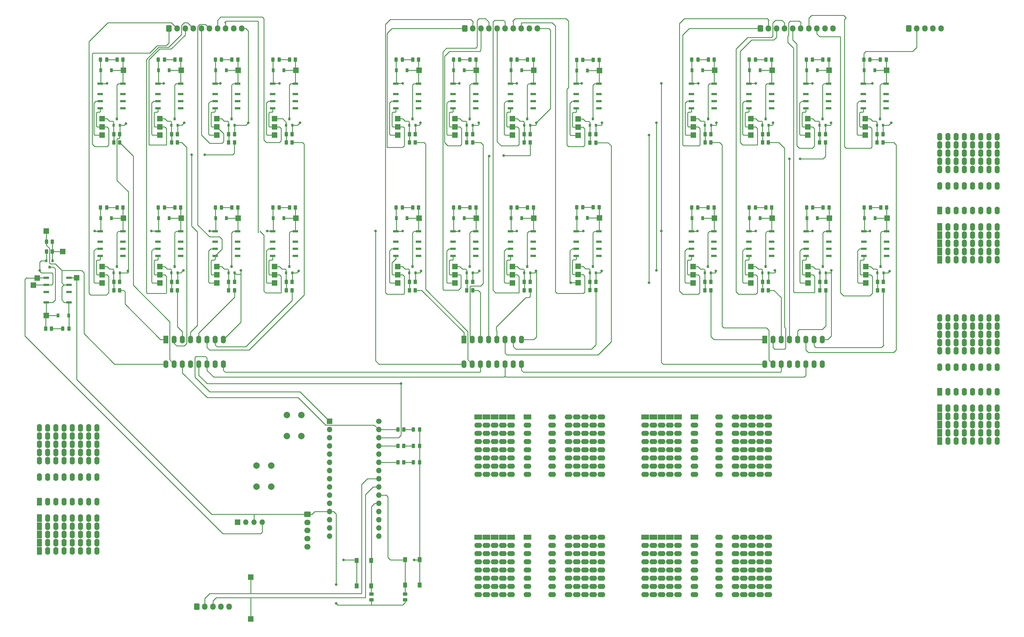
<source format=gbr>
%TF.GenerationSoftware,KiCad,Pcbnew,(5.99.0-12218-g749d2d5987)*%
%TF.CreationDate,2021-09-15T00:58:25+03:00*%
%TF.ProjectId,stend_main,7374656e-645f-46d6-9169-6e2e6b696361,rev*%
%TF.SameCoordinates,PX258bd10PYee998b0*%
%TF.FileFunction,Copper,L1,Top*%
%TF.FilePolarity,Positive*%
%FSLAX46Y46*%
G04 Gerber Fmt 4.6, Leading zero omitted, Abs format (unit mm)*
G04 Created by KiCad (PCBNEW (5.99.0-12218-g749d2d5987)) date 2021-09-15 00:58:25*
%MOMM*%
%LPD*%
G01*
G04 APERTURE LIST*
G04 Aperture macros list*
%AMRoundRect*
0 Rectangle with rounded corners*
0 $1 Rounding radius*
0 $2 $3 $4 $5 $6 $7 $8 $9 X,Y pos of 4 corners*
0 Add a 4 corners polygon primitive as box body*
4,1,4,$2,$3,$4,$5,$6,$7,$8,$9,$2,$3,0*
0 Add four circle primitives for the rounded corners*
1,1,$1+$1,$2,$3*
1,1,$1+$1,$4,$5*
1,1,$1+$1,$6,$7*
1,1,$1+$1,$8,$9*
0 Add four rect primitives between the rounded corners*
20,1,$1+$1,$2,$3,$4,$5,0*
20,1,$1+$1,$4,$5,$6,$7,0*
20,1,$1+$1,$6,$7,$8,$9,0*
20,1,$1+$1,$8,$9,$2,$3,0*%
G04 Aperture macros list end*
%TA.AperFunction,SMDPad,CuDef*%
%ADD10RoundRect,0.243750X0.243750X0.456250X-0.243750X0.456250X-0.243750X-0.456250X0.243750X-0.456250X0*%
%TD*%
%TA.AperFunction,SMDPad,CuDef*%
%ADD11RoundRect,0.250000X-0.262500X-0.450000X0.262500X-0.450000X0.262500X0.450000X-0.262500X0.450000X0*%
%TD*%
%TA.AperFunction,SMDPad,CuDef*%
%ADD12RoundRect,0.250000X0.262500X0.450000X-0.262500X0.450000X-0.262500X-0.450000X0.262500X-0.450000X0*%
%TD*%
%TA.AperFunction,SMDPad,CuDef*%
%ADD13R,0.900000X1.200000*%
%TD*%
%TA.AperFunction,SMDPad,CuDef*%
%ADD14R,0.800000X0.900000*%
%TD*%
%TA.AperFunction,ComponentPad*%
%ADD15R,1.700000X1.700000*%
%TD*%
%TA.AperFunction,ComponentPad*%
%ADD16R,2.400000X1.600000*%
%TD*%
%TA.AperFunction,ComponentPad*%
%ADD17O,2.400000X1.600000*%
%TD*%
%TA.AperFunction,SMDPad,CuDef*%
%ADD18R,1.300000X1.550000*%
%TD*%
%TA.AperFunction,SMDPad,CuDef*%
%ADD19R,1.800000X0.800000*%
%TD*%
%TA.AperFunction,ComponentPad*%
%ADD20R,1.600000X2.400000*%
%TD*%
%TA.AperFunction,ComponentPad*%
%ADD21O,1.600000X2.400000*%
%TD*%
%TA.AperFunction,ComponentPad*%
%ADD22RoundRect,0.250000X-0.600000X-0.725000X0.600000X-0.725000X0.600000X0.725000X-0.600000X0.725000X0*%
%TD*%
%TA.AperFunction,ComponentPad*%
%ADD23O,1.700000X1.950000*%
%TD*%
%TA.AperFunction,ComponentPad*%
%ADD24RoundRect,0.250000X-0.725000X0.600000X-0.725000X-0.600000X0.725000X-0.600000X0.725000X0.600000X0*%
%TD*%
%TA.AperFunction,ComponentPad*%
%ADD25O,1.950000X1.700000*%
%TD*%
%TA.AperFunction,ComponentPad*%
%ADD26C,2.000000*%
%TD*%
%TA.AperFunction,SMDPad,CuDef*%
%ADD27RoundRect,0.250000X-0.450000X0.262500X-0.450000X-0.262500X0.450000X-0.262500X0.450000X0.262500X0*%
%TD*%
%TA.AperFunction,ComponentPad*%
%ADD28O,1.700000X1.700000*%
%TD*%
%TA.AperFunction,SMDPad,CuDef*%
%ADD29RoundRect,0.243750X-0.243750X-0.456250X0.243750X-0.456250X0.243750X0.456250X-0.243750X0.456250X0*%
%TD*%
%TA.AperFunction,SMDPad,CuDef*%
%ADD30RoundRect,0.250000X0.450000X-0.262500X0.450000X0.262500X-0.450000X0.262500X-0.450000X-0.262500X0*%
%TD*%
%TA.AperFunction,ComponentPad*%
%ADD31C,1.700000*%
%TD*%
%TA.AperFunction,ViaPad*%
%ADD32C,0.800000*%
%TD*%
%TA.AperFunction,Conductor*%
%ADD33C,0.250000*%
%TD*%
G04 APERTURE END LIST*
D10*
%TO.P,VD1,1,K*%
%TO.N,/MCU_GND*%
X123365500Y60960000D03*
%TO.P,VD1,2,A*%
%TO.N,Net-(R1-Pad2)*%
X121490500Y60960000D03*
%TD*%
D11*
%TO.P,R35,1*%
%TO.N,Net-(R35-Pad1)*%
X121261500Y129783992D03*
%TO.P,R35,2*%
%TO.N,Net-(CP40-Pad1)*%
X123086500Y129783992D03*
%TD*%
D12*
%TO.P,R66,1*%
%TO.N,/RL21*%
X248943500Y149860000D03*
%TO.P,R66,2*%
%TO.N,Net-(CP83-Pad1)*%
X247118500Y149860000D03*
%TD*%
D13*
%TO.P,VD49,1,K*%
%TO.N,+5V*%
X260859000Y172212000D03*
%TO.P,VD49,2,A*%
%TO.N,Net-(CP92-Pad1)*%
X264159000Y172212000D03*
%TD*%
D14*
%TO.P,VT9,1,B*%
%TO.N,Net-(CP35-Pad1)*%
X120208000Y155210000D03*
%TO.P,VT9,2,E*%
%TO.N,GNDD*%
X122108000Y155210000D03*
%TO.P,VT9,3,C*%
%TO.N,Net-(CP36-Pad1)*%
X121158000Y157210000D03*
%TD*%
D15*
%TO.P,CP10,1,1*%
%TO.N,/CTRL3*%
X43007000Y154686000D03*
%TD*%
D16*
%TO.P,BB4,1*%
%TO.N,unconnected-(BB4-Pad1)*%
X203298000Y64928000D03*
X193138000Y64928000D03*
X198218000Y64928000D03*
X200758000Y64928000D03*
X208378000Y64928000D03*
X195678000Y64928000D03*
D17*
%TO.P,BB4,2*%
%TO.N,unconnected-(BB4-Pad2)*%
X208378000Y62388000D03*
X203298000Y62388000D03*
X198218000Y62388000D03*
X200758000Y62388000D03*
X193138000Y62388000D03*
X195678000Y62388000D03*
%TO.P,BB4,3*%
%TO.N,unconnected-(BB4-Pad3)*%
X200758000Y59848000D03*
X198218000Y59848000D03*
X203298000Y59848000D03*
X208378000Y59848000D03*
X195678000Y59848000D03*
X193138000Y59848000D03*
%TO.P,BB4,4*%
%TO.N,unconnected-(BB4-Pad4)*%
X198218000Y57308000D03*
X195678000Y57308000D03*
X193138000Y57308000D03*
X208378000Y57308000D03*
X200758000Y57308000D03*
X203298000Y57308000D03*
%TO.P,BB4,5*%
%TO.N,unconnected-(BB4-Pad5)*%
X200758000Y54768000D03*
X198218000Y54768000D03*
X203298000Y54768000D03*
X193138000Y54768000D03*
X208378000Y54768000D03*
X195678000Y54768000D03*
%TO.P,BB4,6*%
%TO.N,unconnected-(BB4-Pad6)*%
X200758000Y52228000D03*
X195678000Y52228000D03*
X203298000Y52228000D03*
X208378000Y52228000D03*
X193138000Y52228000D03*
X198218000Y52228000D03*
%TO.P,BB4,7*%
%TO.N,unconnected-(BB4-Pad7)*%
X193138000Y49688000D03*
X195678000Y49688000D03*
X208378000Y49688000D03*
X203298000Y49688000D03*
X200758000Y49688000D03*
X198218000Y49688000D03*
%TO.P,BB4,8*%
%TO.N,unconnected-(BB4-Pad8)*%
X195678000Y47148000D03*
X200758000Y47148000D03*
X198218000Y47148000D03*
X193138000Y47148000D03*
X203298000Y47148000D03*
X208378000Y47148000D03*
%TO.P,BB4,9*%
%TO.N,unconnected-(BB4-Pad9)*%
X223618000Y47148000D03*
X228698000Y47148000D03*
X226158000Y47148000D03*
X231238000Y47148000D03*
X221078000Y47148000D03*
X215998000Y47148000D03*
%TO.P,BB4,10*%
%TO.N,unconnected-(BB4-Pad10)*%
X228698000Y49688000D03*
X226158000Y49688000D03*
X221078000Y49688000D03*
X231238000Y49688000D03*
X223618000Y49688000D03*
X215998000Y49688000D03*
%TO.P,BB4,11*%
%TO.N,unconnected-(BB4-Pad11)*%
X226158000Y52228000D03*
X221078000Y52228000D03*
X223618000Y52228000D03*
X228698000Y52228000D03*
X215998000Y52228000D03*
X231238000Y52228000D03*
%TO.P,BB4,12*%
%TO.N,unconnected-(BB4-Pad12)*%
X226158000Y54768000D03*
X215998000Y54768000D03*
X221078000Y54768000D03*
X223618000Y54768000D03*
X231238000Y54768000D03*
X228698000Y54768000D03*
%TO.P,BB4,13*%
%TO.N,unconnected-(BB4-Pad13)*%
X223618000Y57308000D03*
X215998000Y57308000D03*
X228698000Y57308000D03*
X231238000Y57308000D03*
X226158000Y57308000D03*
X221078000Y57308000D03*
%TO.P,BB4,14*%
%TO.N,unconnected-(BB4-Pad14)*%
X215998000Y59848000D03*
X228698000Y59848000D03*
X223618000Y59848000D03*
X221078000Y59848000D03*
X231238000Y59848000D03*
X226158000Y59848000D03*
X221078000Y59848000D03*
%TO.P,BB4,15*%
%TO.N,unconnected-(BB4-Pad15)*%
X221078000Y62388000D03*
X223618000Y62388000D03*
X231238000Y62388000D03*
X223618000Y62388000D03*
X215998000Y62388000D03*
X228698000Y62388000D03*
X226158000Y62388000D03*
X228698000Y62388000D03*
X221078000Y62388000D03*
X231238000Y62388000D03*
X226158000Y62388000D03*
%TO.P,BB4,16*%
%TO.N,unconnected-(BB4-Pad16)*%
X221078000Y64928000D03*
X228698000Y64928000D03*
X223618000Y64928000D03*
X231238000Y64928000D03*
X215998000Y64928000D03*
X226158000Y64928000D03*
%TD*%
D14*
%TO.P,VT17,1,B*%
%TO.N,Net-(CP67-Pad1)*%
X211648000Y155210000D03*
%TO.P,VT17,2,E*%
%TO.N,GNDD*%
X213548000Y155210000D03*
%TO.P,VT17,3,C*%
%TO.N,Net-(CP68-Pad1)*%
X212598000Y157210000D03*
%TD*%
D15*
%TO.P,CP30,1,1*%
%TO.N,/CTRL8*%
X78486000Y108956000D03*
%TD*%
%TO.P,CP43,1,1*%
%TO.N,Net-(CP43-Pad1)*%
X134316000Y157226000D03*
%TD*%
D11*
%TO.P,R62,1*%
%TO.N,Net-(R62-Pad1)*%
X230481500Y175514000D03*
%TO.P,R62,2*%
%TO.N,Net-(CP76-Pad1)*%
X232306500Y175514000D03*
%TD*%
D13*
%TO.P,VD23,1,K*%
%TO.N,+5V*%
X116206000Y126482000D03*
%TO.P,VD23,2,A*%
%TO.N,Net-(CP40-Pad1)*%
X119506000Y126482000D03*
%TD*%
D15*
%TO.P,CP50,1,1*%
%TO.N,/CTRL13*%
X152095000Y154686000D03*
%TD*%
%TO.P,CP8,1,1*%
%TO.N,Net-(CP8-Pad1)*%
X31750000Y126482000D03*
%TD*%
D12*
%TO.P,R80,1*%
%TO.N,Net-(R80-Pad1)*%
X9548500Y92202000D03*
%TO.P,R80,2*%
%TO.N,Net-(CP100-Pad1)*%
X7723500Y92202000D03*
%TD*%
D13*
%TO.P,VD19,1,K*%
%TO.N,+5V*%
X78106000Y126482000D03*
%TO.P,VD19,2,A*%
%TO.N,Net-(CP32-Pad1)*%
X81406000Y126482000D03*
%TD*%
D15*
%TO.P,CP20,1,1*%
%TO.N,Net-(CP20-Pad1)*%
X67276000Y172212000D03*
%TD*%
D18*
%TO.P,S2,1,1*%
%TO.N,Net-(DD1-Pad20)*%
X108422000Y12535000D03*
X108422000Y20485000D03*
%TO.P,S2,2,2*%
%TO.N,/MCU_GND*%
X103922000Y20485000D03*
X103922000Y12535000D03*
%TD*%
D15*
%TO.P,CP94,1,1*%
%TO.N,/CTRL24*%
X261366000Y108956000D03*
%TD*%
D19*
%TO.P,K22,1*%
%TO.N,+5V*%
X242981800Y122380000D03*
%TO.P,K22,2*%
%TO.N,N/C*%
X242981800Y119180000D03*
%TO.P,K22,3*%
%TO.N,/INSTR+*%
X242981800Y116980000D03*
%TO.P,K22,4*%
%TO.N,/CTRL22*%
X242981800Y114780000D03*
%TO.P,K22,5*%
%TO.N,N/C*%
X249981800Y114780000D03*
%TO.P,K22,6*%
X249981800Y116980000D03*
%TO.P,K22,7*%
X249981800Y119180000D03*
%TO.P,K22,8*%
%TO.N,Net-(CP88-Pad1)*%
X249981800Y122380000D03*
%TD*%
D12*
%TO.P,R36,1*%
%TO.N,/RL11*%
X139800500Y149860000D03*
%TO.P,R36,2*%
%TO.N,Net-(CP43-Pad1)*%
X137975500Y149860000D03*
%TD*%
D11*
%TO.P,R1,1*%
%TO.N,/2_MCU/MOSI*%
X116689500Y60960000D03*
%TO.P,R1,2*%
%TO.N,Net-(R1-Pad2)*%
X118514500Y60960000D03*
%TD*%
D10*
%TO.P,VD46,1,K*%
%TO.N,Net-(R71-Pad1)*%
X244985300Y129784000D03*
%TO.P,VD46,2,A*%
%TO.N,+5V*%
X243110300Y129784000D03*
%TD*%
D11*
%TO.P,R55,1*%
%TO.N,Net-(CP67-Pad1)*%
X211685500Y152410000D03*
%TO.P,R55,2*%
%TO.N,GNDD*%
X213510500Y152410000D03*
%TD*%
%TO.P,R77,1*%
%TO.N,Net-(R77-Pad1)*%
X266041500Y129784000D03*
%TO.P,R77,2*%
%TO.N,Net-(CP96-Pad1)*%
X267866500Y129784000D03*
%TD*%
D15*
%TO.P,CP1,1,1*%
%TO.N,/INSTR+*%
X25146000Y152146000D03*
%TD*%
%TO.P,CP28,1,1*%
%TO.N,Net-(CP28-Pad1)*%
X85090000Y172212000D03*
%TD*%
D11*
%TO.P,R78,1*%
%TO.N,+5V*%
X7977500Y119126000D03*
%TO.P,R78,2*%
%TO.N,Net-(CP99-Pad1)*%
X9802500Y119126000D03*
%TD*%
D12*
%TO.P,R60,1*%
%TO.N,/RL19*%
X231290500Y149860000D03*
%TO.P,R60,2*%
%TO.N,Net-(CP75-Pad1)*%
X229465500Y149860000D03*
%TD*%
D13*
%TO.P,VD15,1,K*%
%TO.N,+5V*%
X60292000Y126482000D03*
%TO.P,VD15,2,A*%
%TO.N,Net-(CP24-Pad1)*%
X63592000Y126482000D03*
%TD*%
D19*
%TO.P,K8,1*%
%TO.N,+5V*%
X77928000Y122380000D03*
%TO.P,K8,2*%
%TO.N,N/C*%
X77928000Y119180000D03*
%TO.P,K8,3*%
%TO.N,/INSTR+*%
X77928000Y116980000D03*
%TO.P,K8,4*%
%TO.N,/CTRL8*%
X77928000Y114780000D03*
%TO.P,K8,5*%
%TO.N,N/C*%
X84928000Y114780000D03*
%TO.P,K8,6*%
X84928000Y116980000D03*
%TO.P,K8,7*%
X84928000Y119180000D03*
%TO.P,K8,8*%
%TO.N,Net-(CP32-Pad1)*%
X84928000Y122380000D03*
%TD*%
D15*
%TO.P,CP34,1,1*%
%TO.N,/CTRL9*%
X116586000Y154686000D03*
%TD*%
%TO.P,CP49,1,1*%
%TO.N,/INSTR+*%
X152095000Y152146000D03*
%TD*%
D13*
%TO.P,VD45,1,K*%
%TO.N,+5V*%
X243079000Y172212000D03*
%TO.P,VD45,2,A*%
%TO.N,Net-(CP84-Pad1)*%
X246379000Y172212000D03*
%TD*%
D15*
%TO.P,CP95,1,1*%
%TO.N,Net-(CP95-Pad1)*%
X261366000Y111496000D03*
%TD*%
D13*
%TO.P,VD35,1,K*%
%TO.N,+5V*%
X172035200Y126492000D03*
%TO.P,VD35,2,A*%
%TO.N,Net-(CP64-Pad1)*%
X175335200Y126492000D03*
%TD*%
D12*
%TO.P,R15,1*%
%TO.N,/RL4*%
X48491500Y104130000D03*
%TO.P,R15,2*%
%TO.N,Net-(CP15-Pad1)*%
X46666500Y104130000D03*
%TD*%
D14*
%TO.P,VT6,1,B*%
%TO.N,Net-(CP23-Pad1)*%
X64294000Y109480000D03*
%TO.P,VT6,2,E*%
%TO.N,GNDD*%
X66194000Y109480000D03*
%TO.P,VT6,3,C*%
%TO.N,Net-(CP24-Pad1)*%
X65244000Y111480000D03*
%TD*%
D15*
%TO.P,CP69,1,1*%
%TO.N,/INSTR+*%
X208002000Y106416000D03*
%TD*%
D11*
%TO.P,R37,1*%
%TO.N,Net-(CP43-Pad1)*%
X137975500Y152410000D03*
%TO.P,R37,2*%
%TO.N,GNDD*%
X139800500Y152410000D03*
%TD*%
D15*
%TO.P,CP41,1,1*%
%TO.N,/INSTR+*%
X134316000Y152146000D03*
%TD*%
%TO.P,CP16,1,1*%
%TO.N,Net-(CP16-Pad1)*%
X49611000Y126482000D03*
%TD*%
D14*
%TO.P,VT15,1,B*%
%TO.N,Net-(CP59-Pad1)*%
X176037200Y155200000D03*
%TO.P,VT15,2,E*%
%TO.N,GNDD*%
X177937200Y155200000D03*
%TO.P,VT15,3,C*%
%TO.N,Net-(CP60-Pad1)*%
X176987200Y157200000D03*
%TD*%
D11*
%TO.P,R38,1*%
%TO.N,Net-(R38-Pad1)*%
X138991500Y175514000D03*
%TO.P,R38,2*%
%TO.N,Net-(CP44-Pad1)*%
X140816500Y175514000D03*
%TD*%
D10*
%TO.P,VD26,1,K*%
%TO.N,Net-(R41-Pad1)*%
X135761500Y129784000D03*
%TO.P,VD26,2,A*%
%TO.N,+5V*%
X133886500Y129784000D03*
%TD*%
D11*
%TO.P,R8,1*%
%TO.N,Net-(R8-Pad1)*%
X29821500Y175514000D03*
%TO.P,R8,2*%
%TO.N,Net-(CP4-Pad1)*%
X31646500Y175514000D03*
%TD*%
D10*
%TO.P,VD10,1,K*%
%TO.N,Net-(R17-Pad1)*%
X44452500Y129784000D03*
%TO.P,VD10,2,A*%
%TO.N,+5V*%
X42577500Y129784000D03*
%TD*%
%TO.P,VD32,1,K*%
%TO.N,Net-(R50-Pad1)*%
X173860700Y175504000D03*
%TO.P,VD32,2,A*%
%TO.N,+5V*%
X171985700Y175504000D03*
%TD*%
D15*
%TO.P,CP88,1,1*%
%TO.N,Net-(CP88-Pad1)*%
X250143800Y126482000D03*
%TD*%
D19*
%TO.P,K18,1*%
%TO.N,+5V*%
X207444000Y122380000D03*
%TO.P,K18,2*%
%TO.N,N/C*%
X207444000Y119180000D03*
%TO.P,K18,3*%
%TO.N,/INSTR+*%
X207444000Y116980000D03*
%TO.P,K18,4*%
%TO.N,/CTRL18*%
X207444000Y114780000D03*
%TO.P,K18,5*%
%TO.N,N/C*%
X214444000Y114780000D03*
%TO.P,K18,6*%
X214444000Y116980000D03*
%TO.P,K18,7*%
X214444000Y119180000D03*
%TO.P,K18,8*%
%TO.N,Net-(CP72-Pad1)*%
X214444000Y122380000D03*
%TD*%
D15*
%TO.P,CP6,1,1*%
%TO.N,/CTRL2*%
X25146000Y108956000D03*
%TD*%
%TO.P,CP59,1,1*%
%TO.N,Net-(CP59-Pad1)*%
X172415200Y157216000D03*
%TD*%
D19*
%TO.P,K11,1*%
%TO.N,+5V*%
X133758000Y168110000D03*
%TO.P,K11,2*%
%TO.N,N/C*%
X133758000Y164910000D03*
%TO.P,K11,3*%
%TO.N,/INSTR+*%
X133758000Y162710000D03*
%TO.P,K11,4*%
%TO.N,/CTRL11*%
X133758000Y160510000D03*
%TO.P,K11,5*%
%TO.N,N/C*%
X140758000Y160510000D03*
%TO.P,K11,6*%
X140758000Y162710000D03*
%TO.P,K11,7*%
X140758000Y164910000D03*
%TO.P,K11,8*%
%TO.N,Net-(CP44-Pad1)*%
X140758000Y168110000D03*
%TD*%
%TO.P,K12,1*%
%TO.N,+5V*%
X133758000Y122380000D03*
%TO.P,K12,2*%
%TO.N,N/C*%
X133758000Y119180000D03*
%TO.P,K12,3*%
%TO.N,/INSTR+*%
X133758000Y116980000D03*
%TO.P,K12,4*%
%TO.N,/CTRL12*%
X133758000Y114780000D03*
%TO.P,K12,5*%
%TO.N,N/C*%
X140758000Y114780000D03*
%TO.P,K12,6*%
X140758000Y116980000D03*
%TO.P,K12,7*%
X140758000Y119180000D03*
%TO.P,K12,8*%
%TO.N,Net-(CP48-Pad1)*%
X140758000Y122380000D03*
%TD*%
D15*
%TO.P,CP60,1,1*%
%TO.N,Net-(CP60-Pad1)*%
X179019200Y172202000D03*
%TD*%
D19*
%TO.P,K7,1*%
%TO.N,+5V*%
X77928000Y168110000D03*
%TO.P,K7,2*%
%TO.N,N/C*%
X77928000Y164910000D03*
%TO.P,K7,3*%
%TO.N,/INSTR+*%
X77928000Y162710000D03*
%TO.P,K7,4*%
%TO.N,/CTRL7*%
X77928000Y160510000D03*
%TO.P,K7,5*%
%TO.N,N/C*%
X84928000Y160510000D03*
%TO.P,K7,6*%
X84928000Y162710000D03*
%TO.P,K7,7*%
X84928000Y164910000D03*
%TO.P,K7,8*%
%TO.N,Net-(CP28-Pad1)*%
X84928000Y168110000D03*
%TD*%
D14*
%TO.P,VT13,1,B*%
%TO.N,Net-(CP51-Pad1)*%
X155717000Y155210000D03*
%TO.P,VT13,2,E*%
%TO.N,GNDD*%
X157617000Y155210000D03*
%TO.P,VT13,3,C*%
%TO.N,Net-(CP52-Pad1)*%
X156667000Y157210000D03*
%TD*%
D15*
%TO.P,CP31,1,1*%
%TO.N,Net-(CP31-Pad1)*%
X78486000Y111496000D03*
%TD*%
D11*
%TO.P,R17,1*%
%TO.N,Net-(R17-Pad1)*%
X47682500Y129784000D03*
%TO.P,R17,2*%
%TO.N,Net-(CP16-Pad1)*%
X49507500Y129784000D03*
%TD*%
D15*
%TO.P,CP2,1,1*%
%TO.N,/CTRL1*%
X25146000Y154686000D03*
%TD*%
D20*
%TO.P,BB6,1*%
%TO.N,unconnected-(BB6-Pad1)*%
X284226000Y72644000D03*
X284226000Y57404000D03*
X284226000Y59944000D03*
X284226000Y67564000D03*
X284226000Y62484000D03*
X284226000Y65024000D03*
D21*
%TO.P,BB6,2*%
%TO.N,unconnected-(BB6-Pad2)*%
X286766000Y59944000D03*
X286766000Y65024000D03*
X286766000Y62484000D03*
X286766000Y67564000D03*
X286766000Y57404000D03*
X286766000Y72644000D03*
%TO.P,BB6,3*%
%TO.N,unconnected-(BB6-Pad3)*%
X289306000Y72644000D03*
X289306000Y57404000D03*
X289306000Y65024000D03*
X289306000Y62484000D03*
X289306000Y59944000D03*
X289306000Y67564000D03*
%TO.P,BB6,4*%
%TO.N,unconnected-(BB6-Pad4)*%
X291846000Y67564000D03*
X291846000Y59944000D03*
X291846000Y65024000D03*
X291846000Y72644000D03*
X291846000Y62484000D03*
X291846000Y57404000D03*
%TO.P,BB6,5*%
%TO.N,unconnected-(BB6-Pad5)*%
X294386000Y72644000D03*
X294386000Y67564000D03*
X294386000Y57404000D03*
X294386000Y65024000D03*
X294386000Y62484000D03*
X294386000Y59944000D03*
%TO.P,BB6,6*%
%TO.N,unconnected-(BB6-Pad6)*%
X296926000Y72644000D03*
X296926000Y62484000D03*
X296926000Y57404000D03*
X296926000Y65024000D03*
X296926000Y67564000D03*
X296926000Y59944000D03*
%TO.P,BB6,7*%
%TO.N,unconnected-(BB6-Pad7)*%
X299466000Y72644000D03*
X299466000Y67564000D03*
X299466000Y62484000D03*
X299466000Y65024000D03*
X299466000Y59944000D03*
X299466000Y57404000D03*
%TO.P,BB6,8*%
%TO.N,unconnected-(BB6-Pad8)*%
X302006000Y67564000D03*
X302006000Y57404000D03*
X302006000Y72644000D03*
X302006000Y62484000D03*
X302006000Y65024000D03*
X302006000Y59944000D03*
%TO.P,BB6,9*%
%TO.N,unconnected-(BB6-Pad9)*%
X302006000Y90424000D03*
X302006000Y95504000D03*
X302006000Y87884000D03*
X302006000Y80264000D03*
X302006000Y92964000D03*
X302006000Y85344000D03*
%TO.P,BB6,10*%
%TO.N,unconnected-(BB6-Pad10)*%
X299466000Y92964000D03*
X299466000Y80264000D03*
X299466000Y85344000D03*
X299466000Y90424000D03*
X299466000Y87884000D03*
X299466000Y95504000D03*
%TO.P,BB6,11*%
%TO.N,unconnected-(BB6-Pad11)*%
X296926000Y95504000D03*
X296926000Y90424000D03*
X296926000Y80264000D03*
X296926000Y85344000D03*
X296926000Y87884000D03*
X296926000Y92964000D03*
%TO.P,BB6,12*%
%TO.N,unconnected-(BB6-Pad12)*%
X294386000Y85344000D03*
X294386000Y90424000D03*
X294386000Y92964000D03*
X294386000Y80264000D03*
X294386000Y95504000D03*
X294386000Y87884000D03*
%TO.P,BB6,13*%
%TO.N,unconnected-(BB6-Pad13)*%
X291846000Y95504000D03*
X291846000Y80264000D03*
X291846000Y85344000D03*
X291846000Y90424000D03*
X291846000Y87884000D03*
X291846000Y92964000D03*
%TO.P,BB6,14*%
%TO.N,unconnected-(BB6-Pad14)*%
X289306000Y95504000D03*
X289306000Y90424000D03*
X289306000Y87884000D03*
X289306000Y85344000D03*
X289306000Y92964000D03*
X289306000Y85344000D03*
X289306000Y80264000D03*
%TO.P,BB6,15*%
%TO.N,unconnected-(BB6-Pad15)*%
X286766000Y80264000D03*
X286766000Y87884000D03*
X286766000Y90424000D03*
X286766000Y90424000D03*
X286766000Y92964000D03*
X286766000Y92964000D03*
X286766000Y95504000D03*
X286766000Y85344000D03*
X286766000Y85344000D03*
X286766000Y95504000D03*
X286766000Y87884000D03*
%TO.P,BB6,16*%
%TO.N,unconnected-(BB6-Pad16)*%
X284226000Y90424000D03*
X284226000Y85344000D03*
X284226000Y95504000D03*
X284226000Y80264000D03*
X284226000Y87884000D03*
X284226000Y92964000D03*
%TD*%
D22*
%TO.P,X6,1,1*%
%TO.N,/CTRL17*%
X228780000Y185166000D03*
D23*
%TO.P,X6,2,2*%
%TO.N,/CTRL18*%
X231280000Y185166000D03*
%TO.P,X6,3,3*%
%TO.N,/CTRL19*%
X233780000Y185166000D03*
%TO.P,X6,4,4*%
%TO.N,/CTRL20*%
X236280000Y185166000D03*
%TO.P,X6,5,5*%
%TO.N,/CTRL21*%
X238780000Y185166000D03*
%TO.P,X6,6,6*%
%TO.N,/CTRL22*%
X241280000Y185166000D03*
%TO.P,X6,7,7*%
%TO.N,/CTRL23*%
X243780000Y185166000D03*
%TO.P,X6,8,8*%
%TO.N,/CTRL24*%
X246280000Y185166000D03*
%TO.P,X6,9,9*%
%TO.N,N/C*%
X248780000Y185166000D03*
%TO.P,X6,10,10*%
%TO.N,GNDD*%
X251280000Y185166000D03*
%TD*%
D19*
%TO.P,K10,1*%
%TO.N,+5V*%
X116028000Y122380000D03*
%TO.P,K10,2*%
%TO.N,N/C*%
X116028000Y119180000D03*
%TO.P,K10,3*%
%TO.N,/INSTR+*%
X116028000Y116980000D03*
%TO.P,K10,4*%
%TO.N,/CTRL10*%
X116028000Y114780000D03*
%TO.P,K10,5*%
%TO.N,N/C*%
X123028000Y114780000D03*
%TO.P,K10,6*%
X123028000Y116980000D03*
%TO.P,K10,7*%
X123028000Y119180000D03*
%TO.P,K10,8*%
%TO.N,Net-(CP40-Pad1)*%
X123028000Y122380000D03*
%TD*%
D15*
%TO.P,CP21,1,1*%
%TO.N,/INSTR+*%
X60672000Y106416000D03*
%TD*%
%TO.P,CP55,1,1*%
%TO.N,Net-(CP55-Pad1)*%
X152095000Y111496000D03*
%TD*%
D10*
%TO.P,VD22,1,K*%
%TO.N,Net-(R35-Pad1)*%
X118031500Y129784000D03*
%TO.P,VD22,2,A*%
%TO.N,+5V*%
X116156500Y129784000D03*
%TD*%
D12*
%TO.P,R48,1*%
%TO.N,/RL15*%
X177899700Y149850000D03*
%TO.P,R48,2*%
%TO.N,Net-(CP59-Pad1)*%
X176074700Y149850000D03*
%TD*%
D11*
%TO.P,R29,1*%
%TO.N,Net-(R29-Pad1)*%
X83161500Y129784000D03*
%TO.P,R29,2*%
%TO.N,Net-(CP32-Pad1)*%
X84986500Y129784000D03*
%TD*%
D12*
%TO.P,R79,1*%
%TO.N,Net-(CP99-Pad1)*%
X9802500Y116078000D03*
%TO.P,R79,2*%
%TO.N,GNDD*%
X7977500Y116078000D03*
%TD*%
D15*
%TO.P,CP27,1,1*%
%TO.N,Net-(CP27-Pad1)*%
X78486000Y157226000D03*
%TD*%
D12*
%TO.P,R75,1*%
%TO.N,/RL24*%
X266850500Y104130000D03*
%TO.P,R75,2*%
%TO.N,Net-(CP95-Pad1)*%
X265025500Y104130000D03*
%TD*%
D15*
%TO.P,CP5,1,1*%
%TO.N,/INSTR+*%
X25146000Y106416000D03*
%TD*%
D22*
%TO.P,X3,1,1*%
%TO.N,GNDD*%
X274654000Y185212000D03*
D23*
%TO.P,X3,2,2*%
%TO.N,+5V*%
X277154000Y185212000D03*
%TO.P,X3,3,3*%
%TO.N,N/C*%
X279654000Y185212000D03*
%TO.P,X3,4,4*%
X282154000Y185212000D03*
%TO.P,X3,5,5*%
X284654000Y185212000D03*
%TD*%
D14*
%TO.P,VT18,1,B*%
%TO.N,Net-(CP71-Pad1)*%
X211624000Y109480000D03*
%TO.P,VT18,2,E*%
%TO.N,GNDD*%
X213524000Y109480000D03*
%TO.P,VT18,3,C*%
%TO.N,Net-(CP72-Pad1)*%
X212574000Y111480000D03*
%TD*%
%TO.P,VT3,1,B*%
%TO.N,Net-(CP11-Pad1)*%
X46629000Y155210000D03*
%TO.P,VT3,2,E*%
%TO.N,GNDD*%
X48529000Y155210000D03*
%TO.P,VT3,3,C*%
%TO.N,Net-(CP12-Pad1)*%
X47579000Y157210000D03*
%TD*%
D11*
%TO.P,R2,1*%
%TO.N,Net-(DD1-Pad27)*%
X116689500Y55880000D03*
%TO.P,R2,2*%
%TO.N,Net-(R2-Pad2)*%
X118514500Y55880000D03*
%TD*%
D15*
%TO.P,CP61,1,1*%
%TO.N,/INSTR+*%
X172415200Y106426000D03*
%TD*%
D14*
%TO.P,VT25,1,B*%
%TO.N,Net-(CP99-Pad1)*%
X9840000Y113268000D03*
%TO.P,VT25,2,E*%
%TO.N,GNDD*%
X7940000Y113268000D03*
%TO.P,VT25,3,C*%
%TO.N,Net-(CP100-Pad1)*%
X8890000Y111268000D03*
%TD*%
D11*
%TO.P,R52,1*%
%TO.N,Net-(CP63-Pad1)*%
X176074700Y106690000D03*
%TO.P,R52,2*%
%TO.N,GNDD*%
X177899700Y106690000D03*
%TD*%
D15*
%TO.P,CP45,1,1*%
%TO.N,/INSTR+*%
X134316000Y106416000D03*
%TD*%
D10*
%TO.P,VD40,1,K*%
%TO.N,Net-(R62-Pad1)*%
X227251500Y175514000D03*
%TO.P,VD40,2,A*%
%TO.N,+5V*%
X225376500Y175514000D03*
%TD*%
%TO.P,VD20,1,K*%
%TO.N,Net-(R32-Pad1)*%
X118031500Y175514000D03*
%TO.P,VD20,2,A*%
%TO.N,+5V*%
X116156500Y175514000D03*
%TD*%
D14*
%TO.P,VT12,1,B*%
%TO.N,Net-(CP47-Pad1)*%
X137938000Y109480000D03*
%TO.P,VT12,2,E*%
%TO.N,GNDD*%
X139838000Y109480000D03*
%TO.P,VT12,3,C*%
%TO.N,Net-(CP48-Pad1)*%
X138888000Y111480000D03*
%TD*%
D15*
%TO.P,CP70,1,1*%
%TO.N,/CTRL18*%
X208002000Y108956000D03*
%TD*%
D14*
%TO.P,VT8,1,B*%
%TO.N,Net-(CP31-Pad1)*%
X82108000Y109480000D03*
%TO.P,VT8,2,E*%
%TO.N,GNDD*%
X84008000Y109480000D03*
%TO.P,VT8,3,C*%
%TO.N,Net-(CP32-Pad1)*%
X83058000Y111480000D03*
%TD*%
D24*
%TO.P,X1,1,1*%
%TO.N,/MCU+*%
X88692000Y34718000D03*
D25*
%TO.P,X1,2,2*%
%TO.N,/MCU_GND*%
X88692000Y32218000D03*
%TO.P,X1,3*%
%TO.N,N/C*%
X88692000Y29718000D03*
%TO.P,X1,4*%
X88692000Y27218000D03*
%TO.P,X1,5*%
X88692000Y24718000D03*
%TD*%
D15*
%TO.P,CP82,1,1*%
%TO.N,/CTRL21*%
X243459000Y154686000D03*
%TD*%
D19*
%TO.P,K17,1*%
%TO.N,+5V*%
X207468000Y168110000D03*
%TO.P,K17,2*%
%TO.N,N/C*%
X207468000Y164910000D03*
%TO.P,K17,3*%
%TO.N,/INSTR+*%
X207468000Y162710000D03*
%TO.P,K17,4*%
%TO.N,/CTRL17*%
X207468000Y160510000D03*
%TO.P,K17,5*%
%TO.N,N/C*%
X214468000Y160510000D03*
%TO.P,K17,6*%
X214468000Y162710000D03*
%TO.P,K17,7*%
X214468000Y164910000D03*
%TO.P,K17,8*%
%TO.N,Net-(CP68-Pad1)*%
X214468000Y168110000D03*
%TD*%
D11*
%TO.P,R20,1*%
%TO.N,Net-(R20-Pad1)*%
X65347500Y175514000D03*
%TO.P,R20,2*%
%TO.N,Net-(CP20-Pad1)*%
X67172500Y175514000D03*
%TD*%
D15*
%TO.P,CP84,1,1*%
%TO.N,Net-(CP84-Pad1)*%
X250063000Y172212000D03*
%TD*%
D11*
%TO.P,R56,1*%
%TO.N,Net-(R56-Pad1)*%
X212701500Y175514000D03*
%TO.P,R56,2*%
%TO.N,Net-(CP68-Pad1)*%
X214526500Y175514000D03*
%TD*%
D10*
%TO.P,VD44,1,K*%
%TO.N,Net-(R68-Pad1)*%
X244904500Y175514000D03*
%TO.P,VD44,2,A*%
%TO.N,+5V*%
X243029500Y175514000D03*
%TD*%
D15*
%TO.P,CP47,1,1*%
%TO.N,Net-(CP47-Pad1)*%
X134316000Y111496000D03*
%TD*%
%TO.P,CP26,1,1*%
%TO.N,/CTRL7*%
X78486000Y154686000D03*
%TD*%
D19*
%TO.P,K25,1*%
%TO.N,+5V*%
X14940000Y100352000D03*
%TO.P,K25,2*%
%TO.N,N/C*%
X14940000Y103552000D03*
%TO.P,K25,3*%
%TO.N,+5V*%
X14940000Y105752000D03*
%TO.P,K25,4*%
%TO.N,/MCU+*%
X14940000Y107952000D03*
%TO.P,K25,5*%
%TO.N,/MCU_GND*%
X7940000Y107952000D03*
%TO.P,K25,6*%
%TO.N,GNDD*%
X7940000Y105752000D03*
%TO.P,K25,7*%
%TO.N,N/C*%
X7940000Y103552000D03*
%TO.P,K25,8*%
%TO.N,Net-(CP100-Pad1)*%
X7940000Y100352000D03*
%TD*%
D14*
%TO.P,VT7,1,B*%
%TO.N,Net-(CP27-Pad1)*%
X82108000Y155210000D03*
%TO.P,VT7,2,E*%
%TO.N,GNDD*%
X84008000Y155210000D03*
%TO.P,VT7,3,C*%
%TO.N,Net-(CP28-Pad1)*%
X83058000Y157210000D03*
%TD*%
D26*
%TO.P,S3,1,1*%
%TO.N,Net-(DD1-Pad9)*%
X77470000Y43284000D03*
X77470000Y49784000D03*
%TO.P,S3,2,2*%
%TO.N,Net-(DD2-Pad2)*%
X72970000Y43284000D03*
X72970000Y49784000D03*
%TD*%
D15*
%TO.P,CP42,1,1*%
%TO.N,/CTRL11*%
X134316000Y154686000D03*
%TD*%
%TO.P,CP89,1,1*%
%TO.N,/INSTR+*%
X261239000Y152146000D03*
%TD*%
%TO.P,CP13,1,1*%
%TO.N,/INSTR+*%
X43007000Y106416000D03*
%TD*%
D10*
%TO.P,VD14,1,K*%
%TO.N,Net-(R23-Pad1)*%
X62117500Y129784000D03*
%TO.P,VD14,2,A*%
%TO.N,+5V*%
X60242500Y129784000D03*
%TD*%
%TO.P,VD2,1,K*%
%TO.N,/MCU_GND*%
X123365500Y55880000D03*
%TO.P,VD2,2,A*%
%TO.N,Net-(R2-Pad2)*%
X121490500Y55880000D03*
%TD*%
D15*
%TO.P,CP32,1,1*%
%TO.N,Net-(CP32-Pad1)*%
X85090000Y126482000D03*
%TD*%
%TO.P,CP22,1,1*%
%TO.N,/CTRL6*%
X60672000Y108956000D03*
%TD*%
D14*
%TO.P,VT11,1,B*%
%TO.N,Net-(CP43-Pad1)*%
X137938000Y155210000D03*
%TO.P,VT11,2,E*%
%TO.N,GNDD*%
X139838000Y155210000D03*
%TO.P,VT11,3,C*%
%TO.N,Net-(CP44-Pad1)*%
X138888000Y157210000D03*
%TD*%
D12*
%TO.P,R21,1*%
%TO.N,/RL6*%
X66156500Y104130000D03*
%TO.P,R21,2*%
%TO.N,Net-(CP23-Pad1)*%
X64331500Y104130000D03*
%TD*%
D13*
%TO.P,VD41,1,K*%
%TO.N,+5V*%
X225426000Y172212000D03*
%TO.P,VD41,2,A*%
%TO.N,Net-(CP76-Pad1)*%
X228726000Y172212000D03*
%TD*%
D15*
%TO.P,CP18,1,1*%
%TO.N,/CTRL5*%
X60672000Y154686000D03*
%TD*%
%TO.P,CP12,1,1*%
%TO.N,Net-(CP12-Pad1)*%
X49611000Y172212000D03*
%TD*%
D12*
%TO.P,R63,1*%
%TO.N,/RL20*%
X231288500Y104130000D03*
%TO.P,R63,2*%
%TO.N,Net-(CP79-Pad1)*%
X229463500Y104130000D03*
%TD*%
%TO.P,R45,1*%
%TO.N,/RL14*%
X157579500Y104130000D03*
%TO.P,R45,2*%
%TO.N,Net-(CP55-Pad1)*%
X155754500Y104130000D03*
%TD*%
D15*
%TO.P,CP102,1,1*%
%TO.N,/MCU_GND*%
X5080000Y107915989D03*
%TD*%
D13*
%TO.P,VD47,1,K*%
%TO.N,+5V*%
X243159800Y126482000D03*
%TO.P,VD47,2,A*%
%TO.N,Net-(CP88-Pad1)*%
X246459800Y126482000D03*
%TD*%
D10*
%TO.P,VD4,1,K*%
%TO.N,Net-(R8-Pad1)*%
X26591500Y175514000D03*
%TO.P,VD4,2,A*%
%TO.N,+5V*%
X24716500Y175514000D03*
%TD*%
D11*
%TO.P,R16,1*%
%TO.N,Net-(CP15-Pad1)*%
X46666500Y106680000D03*
%TO.P,R16,2*%
%TO.N,GNDD*%
X48491500Y106680000D03*
%TD*%
D15*
%TO.P,CP17,1,1*%
%TO.N,/INSTR+*%
X60672000Y152146000D03*
%TD*%
D14*
%TO.P,VT19,1,B*%
%TO.N,Net-(CP75-Pad1)*%
X229428000Y155210000D03*
%TO.P,VT19,2,E*%
%TO.N,GNDD*%
X231328000Y155210000D03*
%TO.P,VT19,3,C*%
%TO.N,Net-(CP76-Pad1)*%
X230378000Y157210000D03*
%TD*%
%TO.P,VT4,1,B*%
%TO.N,Net-(CP15-Pad1)*%
X46629000Y109480000D03*
%TO.P,VT4,2,E*%
%TO.N,GNDD*%
X48529000Y109480000D03*
%TO.P,VT4,3,C*%
%TO.N,Net-(CP16-Pad1)*%
X47579000Y111480000D03*
%TD*%
D11*
%TO.P,R3,1*%
%TO.N,Net-(DD1-Pad25)*%
X116689500Y50800000D03*
%TO.P,R3,2*%
%TO.N,Net-(R3-Pad2)*%
X118514500Y50800000D03*
%TD*%
D12*
%TO.P,R12,1*%
%TO.N,/RL3*%
X48491500Y149860000D03*
%TO.P,R12,2*%
%TO.N,Net-(CP11-Pad1)*%
X46666500Y149860000D03*
%TD*%
D16*
%TO.P,BB3,1*%
%TO.N,unconnected-(BB3-Pad1)*%
X151638000Y27638000D03*
X156718000Y27638000D03*
X141478000Y27638000D03*
X146558000Y27638000D03*
X149098000Y27638000D03*
X144018000Y27638000D03*
D17*
%TO.P,BB3,2*%
%TO.N,unconnected-(BB3-Pad2)*%
X144018000Y25098000D03*
X146558000Y25098000D03*
X151638000Y25098000D03*
X156718000Y25098000D03*
X141478000Y25098000D03*
X149098000Y25098000D03*
%TO.P,BB3,3*%
%TO.N,unconnected-(BB3-Pad3)*%
X151638000Y22558000D03*
X146558000Y22558000D03*
X156718000Y22558000D03*
X144018000Y22558000D03*
X149098000Y22558000D03*
X141478000Y22558000D03*
%TO.P,BB3,4*%
%TO.N,unconnected-(BB3-Pad4)*%
X151638000Y20018000D03*
X141478000Y20018000D03*
X156718000Y20018000D03*
X149098000Y20018000D03*
X144018000Y20018000D03*
X146558000Y20018000D03*
%TO.P,BB3,5*%
%TO.N,unconnected-(BB3-Pad5)*%
X146558000Y17478000D03*
X141478000Y17478000D03*
X151638000Y17478000D03*
X156718000Y17478000D03*
X144018000Y17478000D03*
X149098000Y17478000D03*
%TO.P,BB3,6*%
%TO.N,unconnected-(BB3-Pad6)*%
X151638000Y14938000D03*
X141478000Y14938000D03*
X144018000Y14938000D03*
X156718000Y14938000D03*
X146558000Y14938000D03*
X149098000Y14938000D03*
%TO.P,BB3,7*%
%TO.N,unconnected-(BB3-Pad7)*%
X141478000Y12398000D03*
X156718000Y12398000D03*
X151638000Y12398000D03*
X149098000Y12398000D03*
X144018000Y12398000D03*
X146558000Y12398000D03*
%TO.P,BB3,8*%
%TO.N,unconnected-(BB3-Pad8)*%
X151638000Y9858000D03*
X144018000Y9858000D03*
X146558000Y9858000D03*
X149098000Y9858000D03*
X156718000Y9858000D03*
X141478000Y9858000D03*
%TO.P,BB3,9*%
%TO.N,unconnected-(BB3-Pad9)*%
X179578000Y9858000D03*
X169418000Y9858000D03*
X171958000Y9858000D03*
X177038000Y9858000D03*
X174498000Y9858000D03*
X164338000Y9858000D03*
%TO.P,BB3,10*%
%TO.N,unconnected-(BB3-Pad10)*%
X171958000Y12398000D03*
X179578000Y12398000D03*
X169418000Y12398000D03*
X174498000Y12398000D03*
X177038000Y12398000D03*
X164338000Y12398000D03*
%TO.P,BB3,11*%
%TO.N,unconnected-(BB3-Pad11)*%
X177038000Y14938000D03*
X179578000Y14938000D03*
X174498000Y14938000D03*
X171958000Y14938000D03*
X169418000Y14938000D03*
X164338000Y14938000D03*
%TO.P,BB3,12*%
%TO.N,unconnected-(BB3-Pad12)*%
X169418000Y17478000D03*
X164338000Y17478000D03*
X179578000Y17478000D03*
X174498000Y17478000D03*
X177038000Y17478000D03*
X171958000Y17478000D03*
%TO.P,BB3,13*%
%TO.N,unconnected-(BB3-Pad13)*%
X179578000Y20018000D03*
X169418000Y20018000D03*
X164338000Y20018000D03*
X174498000Y20018000D03*
X177038000Y20018000D03*
X171958000Y20018000D03*
%TO.P,BB3,14*%
%TO.N,unconnected-(BB3-Pad14)*%
X164338000Y22558000D03*
X177038000Y22558000D03*
X171958000Y22558000D03*
X169418000Y22558000D03*
X169418000Y22558000D03*
X179578000Y22558000D03*
X174498000Y22558000D03*
%TO.P,BB3,15*%
%TO.N,unconnected-(BB3-Pad15)*%
X177038000Y25098000D03*
X169418000Y25098000D03*
X179578000Y25098000D03*
X177038000Y25098000D03*
X171958000Y25098000D03*
X171958000Y25098000D03*
X164338000Y25098000D03*
X169418000Y25098000D03*
X179578000Y25098000D03*
X174498000Y25098000D03*
X174498000Y25098000D03*
%TO.P,BB3,16*%
%TO.N,unconnected-(BB3-Pad16)*%
X177038000Y27638000D03*
X169418000Y27638000D03*
X171958000Y27638000D03*
X179578000Y27638000D03*
X164338000Y27638000D03*
X174498000Y27638000D03*
%TD*%
D27*
%TO.P,R4,1*%
%TO.N,Net-(DD1-Pad21)*%
X118872000Y10056500D03*
%TO.P,R4,2*%
%TO.N,/MCU+*%
X118872000Y8231500D03*
%TD*%
D19*
%TO.P,K6,1*%
%TO.N,+5V*%
X60114000Y122380000D03*
%TO.P,K6,2*%
%TO.N,N/C*%
X60114000Y119180000D03*
%TO.P,K6,3*%
%TO.N,/INSTR+*%
X60114000Y116980000D03*
%TO.P,K6,4*%
%TO.N,/CTRL6*%
X60114000Y114780000D03*
%TO.P,K6,5*%
%TO.N,N/C*%
X67114000Y114780000D03*
%TO.P,K6,6*%
X67114000Y116980000D03*
%TO.P,K6,7*%
X67114000Y119180000D03*
%TO.P,K6,8*%
%TO.N,Net-(CP24-Pad1)*%
X67114000Y122380000D03*
%TD*%
D10*
%TO.P,VD6,1,K*%
%TO.N,Net-(R11-Pad1)*%
X26591500Y129784000D03*
%TO.P,VD6,2,A*%
%TO.N,+5V*%
X24716500Y129784000D03*
%TD*%
D13*
%TO.P,VD17,1,K*%
%TO.N,+5V*%
X78106000Y172212000D03*
%TO.P,VD17,2,A*%
%TO.N,Net-(CP28-Pad1)*%
X81406000Y172212000D03*
%TD*%
D15*
%TO.P,CP104,1,1*%
%TO.N,/2_MCU/SYNC IN*%
X71120000Y2286000D03*
%TD*%
D11*
%TO.P,R61,1*%
%TO.N,Net-(CP75-Pad1)*%
X229465500Y152410000D03*
%TO.P,R61,2*%
%TO.N,GNDD*%
X231290500Y152410000D03*
%TD*%
D14*
%TO.P,VT5,1,B*%
%TO.N,Net-(CP19-Pad1)*%
X64294000Y155210000D03*
%TO.P,VT5,2,E*%
%TO.N,GNDD*%
X66194000Y155210000D03*
%TO.P,VT5,3,C*%
%TO.N,Net-(CP20-Pad1)*%
X65244000Y157210000D03*
%TD*%
D11*
%TO.P,R22,1*%
%TO.N,Net-(CP23-Pad1)*%
X64331500Y106680000D03*
%TO.P,R22,2*%
%TO.N,GNDD*%
X66156500Y106680000D03*
%TD*%
D19*
%TO.P,K1,1*%
%TO.N,+5V*%
X24588000Y168110000D03*
%TO.P,K1,2*%
%TO.N,N/C*%
X24588000Y164910000D03*
%TO.P,K1,3*%
%TO.N,/INSTR+*%
X24588000Y162710000D03*
%TO.P,K1,4*%
%TO.N,/CTRL1*%
X24588000Y160510000D03*
%TO.P,K1,5*%
%TO.N,N/C*%
X31588000Y160510000D03*
%TO.P,K1,6*%
X31588000Y162710000D03*
%TO.P,K1,7*%
X31588000Y164910000D03*
%TO.P,K1,8*%
%TO.N,Net-(CP4-Pad1)*%
X31588000Y168110000D03*
%TD*%
D11*
%TO.P,R32,1*%
%TO.N,Net-(R32-Pad1)*%
X121261500Y175514000D03*
%TO.P,R32,2*%
%TO.N,Net-(CP36-Pad1)*%
X123086500Y175514000D03*
%TD*%
%TO.P,R64,1*%
%TO.N,Net-(CP79-Pad1)*%
X229463500Y106680000D03*
%TO.P,R64,2*%
%TO.N,GNDD*%
X231288500Y106680000D03*
%TD*%
D15*
%TO.P,CP83,1,1*%
%TO.N,Net-(CP83-Pad1)*%
X243459000Y157226000D03*
%TD*%
%TO.P,CP57,1,1*%
%TO.N,/INSTR+*%
X172415200Y152136000D03*
%TD*%
%TO.P,CP96,1,1*%
%TO.N,Net-(CP96-Pad1)*%
X267970000Y126482000D03*
%TD*%
D11*
%TO.P,R31,1*%
%TO.N,Net-(CP35-Pad1)*%
X120245500Y152410000D03*
%TO.P,R31,2*%
%TO.N,GNDD*%
X122070500Y152410000D03*
%TD*%
D15*
%TO.P,CP85,1,1*%
%TO.N,/INSTR+*%
X243539800Y106416000D03*
%TD*%
D16*
%TO.P,BB2,1*%
%TO.N,unconnected-(BB2-Pad1)*%
X195678000Y27638000D03*
X208378000Y27638000D03*
X193138000Y27638000D03*
X203298000Y27638000D03*
X200758000Y27638000D03*
X198218000Y27638000D03*
D17*
%TO.P,BB2,2*%
%TO.N,unconnected-(BB2-Pad2)*%
X195678000Y25098000D03*
X193138000Y25098000D03*
X198218000Y25098000D03*
X208378000Y25098000D03*
X200758000Y25098000D03*
X203298000Y25098000D03*
%TO.P,BB2,3*%
%TO.N,unconnected-(BB2-Pad3)*%
X203298000Y22558000D03*
X208378000Y22558000D03*
X198218000Y22558000D03*
X200758000Y22558000D03*
X195678000Y22558000D03*
X193138000Y22558000D03*
%TO.P,BB2,4*%
%TO.N,unconnected-(BB2-Pad4)*%
X193138000Y20018000D03*
X208378000Y20018000D03*
X203298000Y20018000D03*
X200758000Y20018000D03*
X198218000Y20018000D03*
X195678000Y20018000D03*
%TO.P,BB2,5*%
%TO.N,unconnected-(BB2-Pad5)*%
X200758000Y17478000D03*
X203298000Y17478000D03*
X193138000Y17478000D03*
X195678000Y17478000D03*
X198218000Y17478000D03*
X208378000Y17478000D03*
%TO.P,BB2,6*%
%TO.N,unconnected-(BB2-Pad6)*%
X208378000Y14938000D03*
X200758000Y14938000D03*
X198218000Y14938000D03*
X193138000Y14938000D03*
X195678000Y14938000D03*
X203298000Y14938000D03*
%TO.P,BB2,7*%
%TO.N,unconnected-(BB2-Pad7)*%
X208378000Y12398000D03*
X200758000Y12398000D03*
X193138000Y12398000D03*
X195678000Y12398000D03*
X198218000Y12398000D03*
X203298000Y12398000D03*
%TO.P,BB2,8*%
%TO.N,unconnected-(BB2-Pad8)*%
X198218000Y9858000D03*
X200758000Y9858000D03*
X208378000Y9858000D03*
X193138000Y9858000D03*
X203298000Y9858000D03*
X195678000Y9858000D03*
%TO.P,BB2,9*%
%TO.N,unconnected-(BB2-Pad9)*%
X221078000Y9858000D03*
X226158000Y9858000D03*
X231238000Y9858000D03*
X228698000Y9858000D03*
X215998000Y9858000D03*
X223618000Y9858000D03*
%TO.P,BB2,10*%
%TO.N,unconnected-(BB2-Pad10)*%
X215998000Y12398000D03*
X226158000Y12398000D03*
X228698000Y12398000D03*
X223618000Y12398000D03*
X221078000Y12398000D03*
X231238000Y12398000D03*
%TO.P,BB2,11*%
%TO.N,unconnected-(BB2-Pad11)*%
X231238000Y14938000D03*
X215998000Y14938000D03*
X226158000Y14938000D03*
X228698000Y14938000D03*
X221078000Y14938000D03*
X223618000Y14938000D03*
%TO.P,BB2,12*%
%TO.N,unconnected-(BB2-Pad12)*%
X215998000Y17478000D03*
X231238000Y17478000D03*
X221078000Y17478000D03*
X226158000Y17478000D03*
X228698000Y17478000D03*
X223618000Y17478000D03*
%TO.P,BB2,13*%
%TO.N,unconnected-(BB2-Pad13)*%
X231238000Y20018000D03*
X228698000Y20018000D03*
X215998000Y20018000D03*
X223618000Y20018000D03*
X226158000Y20018000D03*
X221078000Y20018000D03*
%TO.P,BB2,14*%
%TO.N,unconnected-(BB2-Pad14)*%
X221078000Y22558000D03*
X221078000Y22558000D03*
X231238000Y22558000D03*
X223618000Y22558000D03*
X228698000Y22558000D03*
X215998000Y22558000D03*
X226158000Y22558000D03*
%TO.P,BB2,15*%
%TO.N,unconnected-(BB2-Pad15)*%
X228698000Y25098000D03*
X226158000Y25098000D03*
X231238000Y25098000D03*
X226158000Y25098000D03*
X221078000Y25098000D03*
X231238000Y25098000D03*
X221078000Y25098000D03*
X215998000Y25098000D03*
X223618000Y25098000D03*
X223618000Y25098000D03*
X228698000Y25098000D03*
%TO.P,BB2,16*%
%TO.N,unconnected-(BB2-Pad16)*%
X231238000Y27638000D03*
X215998000Y27638000D03*
X223618000Y27638000D03*
X221078000Y27638000D03*
X228698000Y27638000D03*
X226158000Y27638000D03*
%TD*%
D15*
%TO.P,CP64,1,1*%
%TO.N,Net-(CP64-Pad1)*%
X179019200Y126492000D03*
%TD*%
%TO.P,CP19,1,1*%
%TO.N,Net-(CP19-Pad1)*%
X60672000Y157226000D03*
%TD*%
D11*
%TO.P,R70,1*%
%TO.N,Net-(CP87-Pad1)*%
X247199300Y106680000D03*
%TO.P,R70,2*%
%TO.N,GNDD*%
X249024300Y106680000D03*
%TD*%
D15*
%TO.P,CP25,1,1*%
%TO.N,/INSTR+*%
X78486000Y152146000D03*
%TD*%
D11*
%TO.P,R26,1*%
%TO.N,Net-(R26-Pad1)*%
X83161500Y175514000D03*
%TO.P,R26,2*%
%TO.N,Net-(CP28-Pad1)*%
X84986500Y175514000D03*
%TD*%
D15*
%TO.P,DD2,1,SDA*%
%TO.N,Net-(DD2-Pad1)*%
X67056000Y32258000D03*
D28*
%TO.P,DD2,2,SCL*%
%TO.N,Net-(DD2-Pad2)*%
X69596000Y32258000D03*
%TO.P,DD2,3,VCC*%
%TO.N,/MCU+*%
X72136000Y32258000D03*
%TO.P,DD2,4,GND*%
%TO.N,/MCU_GND*%
X74676000Y32258000D03*
%TD*%
D15*
%TO.P,CP73,1,1*%
%TO.N,/INSTR+*%
X225806000Y152146000D03*
%TD*%
D10*
%TO.P,VD18,1,K*%
%TO.N,Net-(R29-Pad1)*%
X79931500Y129784000D03*
%TO.P,VD18,2,A*%
%TO.N,+5V*%
X78056500Y129784000D03*
%TD*%
D19*
%TO.P,K2,1*%
%TO.N,+5V*%
X24588000Y122380000D03*
%TO.P,K2,2*%
%TO.N,N/C*%
X24588000Y119180000D03*
%TO.P,K2,3*%
%TO.N,/INSTR+*%
X24588000Y116980000D03*
%TO.P,K2,4*%
%TO.N,/CTRL2*%
X24588000Y114780000D03*
%TO.P,K2,5*%
%TO.N,N/C*%
X31588000Y114780000D03*
%TO.P,K2,6*%
X31588000Y116980000D03*
%TO.P,K2,7*%
X31588000Y119180000D03*
%TO.P,K2,8*%
%TO.N,Net-(CP8-Pad1)*%
X31588000Y122380000D03*
%TD*%
%TO.P,K14,1*%
%TO.N,+5V*%
X151537000Y122380000D03*
%TO.P,K14,2*%
%TO.N,N/C*%
X151537000Y119180000D03*
%TO.P,K14,3*%
%TO.N,/INSTR+*%
X151537000Y116980000D03*
%TO.P,K14,4*%
%TO.N,/CTRL14*%
X151537000Y114780000D03*
%TO.P,K14,5*%
%TO.N,N/C*%
X158537000Y114780000D03*
%TO.P,K14,6*%
X158537000Y116980000D03*
%TO.P,K14,7*%
X158537000Y119180000D03*
%TO.P,K14,8*%
%TO.N,Net-(CP56-Pad1)*%
X158537000Y122380000D03*
%TD*%
D15*
%TO.P,CP79,1,1*%
%TO.N,Net-(CP79-Pad1)*%
X225804000Y111496000D03*
%TD*%
D11*
%TO.P,R68,1*%
%TO.N,Net-(R68-Pad1)*%
X248134500Y175514000D03*
%TO.P,R68,2*%
%TO.N,Net-(CP84-Pad1)*%
X249959500Y175514000D03*
%TD*%
%TO.P,R28,1*%
%TO.N,Net-(CP31-Pad1)*%
X82145500Y106680000D03*
%TO.P,R28,2*%
%TO.N,GNDD*%
X83970500Y106680000D03*
%TD*%
D15*
%TO.P,CP63,1,1*%
%TO.N,Net-(CP63-Pad1)*%
X172415200Y111506000D03*
%TD*%
%TO.P,CP37,1,1*%
%TO.N,/INSTR+*%
X116586000Y106416000D03*
%TD*%
D11*
%TO.P,R59,1*%
%TO.N,Net-(R59-Pad1)*%
X212677500Y129784000D03*
%TO.P,R59,2*%
%TO.N,Net-(CP72-Pad1)*%
X214502500Y129784000D03*
%TD*%
D12*
%TO.P,R57,1*%
%TO.N,/RL18*%
X213486500Y104130000D03*
%TO.P,R57,2*%
%TO.N,Net-(CP71-Pad1)*%
X211661500Y104130000D03*
%TD*%
D11*
%TO.P,R14,1*%
%TO.N,Net-(R14-Pad1)*%
X47682500Y175514000D03*
%TO.P,R14,2*%
%TO.N,Net-(CP12-Pad1)*%
X49507500Y175514000D03*
%TD*%
D15*
%TO.P,CP99,1,1*%
%TO.N,Net-(CP99-Pad1)*%
X12954000Y116078000D03*
%TD*%
%TO.P,CP39,1,1*%
%TO.N,Net-(CP39-Pad1)*%
X116586000Y111496000D03*
%TD*%
D12*
%TO.P,R42,1*%
%TO.N,/RL13*%
X157579500Y149860000D03*
%TO.P,R42,2*%
%TO.N,Net-(CP51-Pad1)*%
X155754500Y149860000D03*
%TD*%
D26*
%TO.P,S4,1,1*%
%TO.N,Net-(DD1-Pad8)*%
X86832000Y65480000D03*
X86832000Y58980000D03*
%TO.P,S4,2,2*%
%TO.N,Net-(DD2-Pad1)*%
X82332000Y65480000D03*
X82332000Y58980000D03*
%TD*%
D15*
%TO.P,CP90,1,1*%
%TO.N,/CTRL23*%
X261239000Y154686000D03*
%TD*%
D14*
%TO.P,VT1,1,B*%
%TO.N,Net-(CP3-Pad1)*%
X28768000Y155210000D03*
%TO.P,VT1,2,E*%
%TO.N,GNDD*%
X30668000Y155210000D03*
%TO.P,VT1,3,C*%
%TO.N,Net-(CP4-Pad1)*%
X29718000Y157210000D03*
%TD*%
D12*
%TO.P,R33,1*%
%TO.N,/RL10*%
X122070500Y104130000D03*
%TO.P,R33,2*%
%TO.N,Net-(CP39-Pad1)*%
X120245500Y104130000D03*
%TD*%
D15*
%TO.P,CP93,1,1*%
%TO.N,/INSTR+*%
X261366000Y106416000D03*
%TD*%
%TO.P,CP36,1,1*%
%TO.N,Net-(CP36-Pad1)*%
X123190000Y172212000D03*
%TD*%
%TO.P,CP3,1,1*%
%TO.N,Net-(CP3-Pad1)*%
X25146000Y157226000D03*
%TD*%
%TO.P,CP71,1,1*%
%TO.N,Net-(CP71-Pad1)*%
X208002000Y111496000D03*
%TD*%
D18*
%TO.P,S1,1,1*%
%TO.N,Net-(DD1-Pad21)*%
X118908000Y20739000D03*
X118908000Y12789000D03*
%TO.P,S1,2,2*%
%TO.N,/MCU_GND*%
X123408000Y20739000D03*
X123408000Y12789000D03*
%TD*%
D13*
%TO.P,VD7,1,K*%
%TO.N,+5V*%
X24766000Y126482000D03*
%TO.P,VD7,2,A*%
%TO.N,Net-(CP8-Pad1)*%
X28066000Y126482000D03*
%TD*%
D11*
%TO.P,R67,1*%
%TO.N,Net-(CP83-Pad1)*%
X247118500Y152410000D03*
%TO.P,R67,2*%
%TO.N,GNDD*%
X248943500Y152410000D03*
%TD*%
D19*
%TO.P,K5,1*%
%TO.N,+5V*%
X60114000Y168110000D03*
%TO.P,K5,2*%
%TO.N,N/C*%
X60114000Y164910000D03*
%TO.P,K5,3*%
%TO.N,/INSTR+*%
X60114000Y162710000D03*
%TO.P,K5,4*%
%TO.N,/CTRL5*%
X60114000Y160510000D03*
%TO.P,K5,5*%
%TO.N,N/C*%
X67114000Y160510000D03*
%TO.P,K5,6*%
X67114000Y162710000D03*
%TO.P,K5,7*%
X67114000Y164910000D03*
%TO.P,K5,8*%
%TO.N,Net-(CP20-Pad1)*%
X67114000Y168110000D03*
%TD*%
D13*
%TO.P,VD51,1,K*%
%TO.N,+5V*%
X260986000Y126482000D03*
%TO.P,VD51,2,A*%
%TO.N,Net-(CP96-Pad1)*%
X264286000Y126482000D03*
%TD*%
D15*
%TO.P,CP80,1,1*%
%TO.N,Net-(CP80-Pad1)*%
X232408000Y126482000D03*
%TD*%
D11*
%TO.P,R49,1*%
%TO.N,Net-(CP59-Pad1)*%
X176074700Y152400000D03*
%TO.P,R49,2*%
%TO.N,GNDD*%
X177899700Y152400000D03*
%TD*%
D14*
%TO.P,VT20,1,B*%
%TO.N,Net-(CP79-Pad1)*%
X229426000Y109480000D03*
%TO.P,VT20,2,E*%
%TO.N,GNDD*%
X231326000Y109480000D03*
%TO.P,VT20,3,C*%
%TO.N,Net-(CP80-Pad1)*%
X230376000Y111480000D03*
%TD*%
D15*
%TO.P,CP56,1,1*%
%TO.N,Net-(CP56-Pad1)*%
X158699000Y126482000D03*
%TD*%
D29*
%TO.P,VD52,1,K*%
%TO.N,Net-(R80-Pad1)*%
X13032500Y92202000D03*
%TO.P,VD52,2,A*%
%TO.N,+5V*%
X14907500Y92202000D03*
%TD*%
D15*
%TO.P,CP40,1,1*%
%TO.N,Net-(CP40-Pad1)*%
X123190000Y126482000D03*
%TD*%
D10*
%TO.P,VD34,1,K*%
%TO.N,Net-(R53-Pad1)*%
X173860700Y129794000D03*
%TO.P,VD34,2,A*%
%TO.N,+5V*%
X171985700Y129794000D03*
%TD*%
D19*
%TO.P,K13,1*%
%TO.N,+5V*%
X151537000Y168110000D03*
%TO.P,K13,2*%
%TO.N,N/C*%
X151537000Y164910000D03*
%TO.P,K13,3*%
%TO.N,/INSTR+*%
X151537000Y162710000D03*
%TO.P,K13,4*%
%TO.N,/CTRL13*%
X151537000Y160510000D03*
%TO.P,K13,5*%
%TO.N,N/C*%
X158537000Y160510000D03*
%TO.P,K13,6*%
X158537000Y162710000D03*
%TO.P,K13,7*%
X158537000Y164910000D03*
%TO.P,K13,8*%
%TO.N,Net-(CP52-Pad1)*%
X158537000Y168110000D03*
%TD*%
D20*
%TO.P,BB5,1*%
%TO.N,unconnected-(BB5-Pad1)*%
X284226000Y128778000D03*
X284226000Y113538000D03*
X284226000Y123698000D03*
X284226000Y121158000D03*
X284226000Y118618000D03*
X284226000Y116078000D03*
D21*
%TO.P,BB5,2*%
%TO.N,unconnected-(BB5-Pad2)*%
X286766000Y121158000D03*
X286766000Y116078000D03*
X286766000Y128778000D03*
X286766000Y113538000D03*
X286766000Y118618000D03*
X286766000Y123698000D03*
%TO.P,BB5,3*%
%TO.N,unconnected-(BB5-Pad3)*%
X289306000Y116078000D03*
X289306000Y123698000D03*
X289306000Y128778000D03*
X289306000Y113538000D03*
X289306000Y121158000D03*
X289306000Y118618000D03*
%TO.P,BB5,4*%
%TO.N,unconnected-(BB5-Pad4)*%
X291846000Y128778000D03*
X291846000Y116078000D03*
X291846000Y118618000D03*
X291846000Y123698000D03*
X291846000Y113538000D03*
X291846000Y121158000D03*
%TO.P,BB5,5*%
%TO.N,unconnected-(BB5-Pad5)*%
X294386000Y113538000D03*
X294386000Y121158000D03*
X294386000Y118618000D03*
X294386000Y123698000D03*
X294386000Y128778000D03*
X294386000Y116078000D03*
%TO.P,BB5,6*%
%TO.N,unconnected-(BB5-Pad6)*%
X296926000Y113538000D03*
X296926000Y118618000D03*
X296926000Y128778000D03*
X296926000Y116078000D03*
X296926000Y121158000D03*
X296926000Y123698000D03*
%TO.P,BB5,7*%
%TO.N,unconnected-(BB5-Pad7)*%
X299466000Y121158000D03*
X299466000Y123698000D03*
X299466000Y113538000D03*
X299466000Y116078000D03*
X299466000Y118618000D03*
X299466000Y128778000D03*
%TO.P,BB5,8*%
%TO.N,unconnected-(BB5-Pad8)*%
X302006000Y121158000D03*
X302006000Y123698000D03*
X302006000Y113538000D03*
X302006000Y128778000D03*
X302006000Y116078000D03*
X302006000Y118618000D03*
%TO.P,BB5,9*%
%TO.N,unconnected-(BB5-Pad9)*%
X302006000Y144018000D03*
X302006000Y141478000D03*
X302006000Y151638000D03*
X302006000Y149098000D03*
X302006000Y146558000D03*
X302006000Y136398000D03*
%TO.P,BB5,10*%
%TO.N,unconnected-(BB5-Pad10)*%
X299466000Y141478000D03*
X299466000Y136398000D03*
X299466000Y151638000D03*
X299466000Y144018000D03*
X299466000Y146558000D03*
X299466000Y149098000D03*
%TO.P,BB5,11*%
%TO.N,unconnected-(BB5-Pad11)*%
X296926000Y144018000D03*
X296926000Y146558000D03*
X296926000Y151638000D03*
X296926000Y136398000D03*
X296926000Y141478000D03*
X296926000Y149098000D03*
%TO.P,BB5,12*%
%TO.N,unconnected-(BB5-Pad12)*%
X294386000Y151638000D03*
X294386000Y141478000D03*
X294386000Y149098000D03*
X294386000Y144018000D03*
X294386000Y146558000D03*
X294386000Y136398000D03*
%TO.P,BB5,13*%
%TO.N,unconnected-(BB5-Pad13)*%
X291846000Y141478000D03*
X291846000Y149098000D03*
X291846000Y151638000D03*
X291846000Y136398000D03*
X291846000Y146558000D03*
X291846000Y144018000D03*
%TO.P,BB5,14*%
%TO.N,unconnected-(BB5-Pad14)*%
X289306000Y149098000D03*
X289306000Y141478000D03*
X289306000Y141478000D03*
X289306000Y144018000D03*
X289306000Y151638000D03*
X289306000Y136398000D03*
X289306000Y146558000D03*
%TO.P,BB5,15*%
%TO.N,unconnected-(BB5-Pad15)*%
X286766000Y141478000D03*
X286766000Y151638000D03*
X286766000Y149098000D03*
X286766000Y141478000D03*
X286766000Y146558000D03*
X286766000Y151638000D03*
X286766000Y136398000D03*
X286766000Y149098000D03*
X286766000Y144018000D03*
X286766000Y144018000D03*
X286766000Y146558000D03*
%TO.P,BB5,16*%
%TO.N,unconnected-(BB5-Pad16)*%
X284226000Y144018000D03*
X284226000Y141478000D03*
X284226000Y151638000D03*
X284226000Y136398000D03*
X284226000Y146558000D03*
X284226000Y149098000D03*
%TD*%
D11*
%TO.P,R34,1*%
%TO.N,Net-(CP39-Pad1)*%
X120245500Y106680000D03*
%TO.P,R34,2*%
%TO.N,GNDD*%
X122070500Y106680000D03*
%TD*%
%TO.P,R74,1*%
%TO.N,Net-(R74-Pad1)*%
X265914500Y175514000D03*
%TO.P,R74,2*%
%TO.N,Net-(CP92-Pad1)*%
X267739500Y175514000D03*
%TD*%
D15*
%TO.P,CP29,1,1*%
%TO.N,/INSTR+*%
X78486000Y106416000D03*
%TD*%
D11*
%TO.P,R19,1*%
%TO.N,Net-(CP19-Pad1)*%
X64331500Y152410000D03*
%TO.P,R19,2*%
%TO.N,GNDD*%
X66156500Y152410000D03*
%TD*%
D19*
%TO.P,K20,1*%
%TO.N,+5V*%
X225246000Y122380000D03*
%TO.P,K20,2*%
%TO.N,N/C*%
X225246000Y119180000D03*
%TO.P,K20,3*%
%TO.N,/INSTR+*%
X225246000Y116980000D03*
%TO.P,K20,4*%
%TO.N,/CTRL20*%
X225246000Y114780000D03*
%TO.P,K20,5*%
%TO.N,N/C*%
X232246000Y114780000D03*
%TO.P,K20,6*%
X232246000Y116980000D03*
%TO.P,K20,7*%
X232246000Y119180000D03*
%TO.P,K20,8*%
%TO.N,Net-(CP80-Pad1)*%
X232246000Y122380000D03*
%TD*%
D12*
%TO.P,R24,1*%
%TO.N,/RL7*%
X83970500Y149860000D03*
%TO.P,R24,2*%
%TO.N,Net-(CP27-Pad1)*%
X82145500Y149860000D03*
%TD*%
D15*
%TO.P,CP72,1,1*%
%TO.N,Net-(CP72-Pad1)*%
X214606000Y126482000D03*
%TD*%
%TO.P,CP58,1,1*%
%TO.N,/CTRL15*%
X172415200Y154676000D03*
%TD*%
%TO.P,CP98,1,1*%
%TO.N,/MCU+*%
X17272000Y107950000D03*
%TD*%
D14*
%TO.P,VT21,1,B*%
%TO.N,Net-(CP83-Pad1)*%
X247081000Y155210000D03*
%TO.P,VT21,2,E*%
%TO.N,GNDD*%
X248981000Y155210000D03*
%TO.P,VT21,3,C*%
%TO.N,Net-(CP84-Pad1)*%
X248031000Y157210000D03*
%TD*%
D11*
%TO.P,R41,1*%
%TO.N,Net-(R41-Pad1)*%
X138991500Y129784000D03*
%TO.P,R41,2*%
%TO.N,Net-(CP48-Pad1)*%
X140816500Y129784000D03*
%TD*%
D13*
%TO.P,VD21,1,K*%
%TO.N,+5V*%
X116206000Y172212000D03*
%TO.P,VD21,2,A*%
%TO.N,Net-(CP36-Pad1)*%
X119506000Y172212000D03*
%TD*%
D12*
%TO.P,R69,1*%
%TO.N,/RL22*%
X249024300Y104130000D03*
%TO.P,R69,2*%
%TO.N,Net-(CP87-Pad1)*%
X247199300Y104130000D03*
%TD*%
D13*
%TO.P,VD43,1,K*%
%TO.N,+5V*%
X225424000Y126482000D03*
%TO.P,VD43,2,A*%
%TO.N,Net-(CP80-Pad1)*%
X228724000Y126482000D03*
%TD*%
D12*
%TO.P,R30,1*%
%TO.N,/RL9*%
X122070500Y149860000D03*
%TO.P,R30,2*%
%TO.N,Net-(CP35-Pad1)*%
X120245500Y149860000D03*
%TD*%
D13*
%TO.P,VD29,1,K*%
%TO.N,+5V*%
X151715000Y172212000D03*
%TO.P,VD29,2,A*%
%TO.N,Net-(CP52-Pad1)*%
X155015000Y172212000D03*
%TD*%
D11*
%TO.P,R43,1*%
%TO.N,Net-(CP51-Pad1)*%
X155754500Y152410000D03*
%TO.P,R43,2*%
%TO.N,GNDD*%
X157579500Y152410000D03*
%TD*%
D19*
%TO.P,K24,1*%
%TO.N,+5V*%
X260808000Y122380000D03*
%TO.P,K24,2*%
%TO.N,N/C*%
X260808000Y119180000D03*
%TO.P,K24,3*%
%TO.N,/INSTR+*%
X260808000Y116980000D03*
%TO.P,K24,4*%
%TO.N,/CTRL24*%
X260808000Y114780000D03*
%TO.P,K24,5*%
%TO.N,N/C*%
X267808000Y114780000D03*
%TO.P,K24,6*%
X267808000Y116980000D03*
%TO.P,K24,7*%
X267808000Y119180000D03*
%TO.P,K24,8*%
%TO.N,Net-(CP96-Pad1)*%
X267808000Y122380000D03*
%TD*%
D13*
%TO.P,VD33,1,K*%
%TO.N,+5V*%
X172035200Y172202000D03*
%TO.P,VD33,2,A*%
%TO.N,Net-(CP60-Pad1)*%
X175335200Y172202000D03*
%TD*%
%TO.P,VD37,1,K*%
%TO.N,+5V*%
X207646000Y172212000D03*
%TO.P,VD37,2,A*%
%TO.N,Net-(CP68-Pad1)*%
X210946000Y172212000D03*
%TD*%
D19*
%TO.P,K4,1*%
%TO.N,+5V*%
X42449000Y122380000D03*
%TO.P,K4,2*%
%TO.N,N/C*%
X42449000Y119180000D03*
%TO.P,K4,3*%
%TO.N,/INSTR+*%
X42449000Y116980000D03*
%TO.P,K4,4*%
%TO.N,/CTRL4*%
X42449000Y114780000D03*
%TO.P,K4,5*%
%TO.N,N/C*%
X49449000Y114780000D03*
%TO.P,K4,6*%
X49449000Y116980000D03*
%TO.P,K4,7*%
X49449000Y119180000D03*
%TO.P,K4,8*%
%TO.N,Net-(CP16-Pad1)*%
X49449000Y122380000D03*
%TD*%
D11*
%TO.P,R46,1*%
%TO.N,Net-(CP55-Pad1)*%
X155754500Y106680000D03*
%TO.P,R46,2*%
%TO.N,GNDD*%
X157579500Y106680000D03*
%TD*%
D15*
%TO.P,CP48,1,1*%
%TO.N,Net-(CP48-Pad1)*%
X140920000Y126482000D03*
%TD*%
%TO.P,CP103,1,1*%
%TO.N,/2_MCU/SYNC OUT*%
X71120000Y15240000D03*
%TD*%
D10*
%TO.P,VD48,1,K*%
%TO.N,Net-(R74-Pad1)*%
X262684500Y175514000D03*
%TO.P,VD48,2,A*%
%TO.N,+5V*%
X260809500Y175514000D03*
%TD*%
D15*
%TO.P,CP86,1,1*%
%TO.N,/CTRL22*%
X243539800Y108956000D03*
%TD*%
D11*
%TO.P,R7,1*%
%TO.N,Net-(CP3-Pad1)*%
X28805500Y152410000D03*
%TO.P,R7,2*%
%TO.N,GNDD*%
X30630500Y152410000D03*
%TD*%
D15*
%TO.P,CP91,1,1*%
%TO.N,Net-(CP91-Pad1)*%
X261239000Y157226000D03*
%TD*%
D11*
%TO.P,R76,1*%
%TO.N,Net-(CP95-Pad1)*%
X265025500Y106680000D03*
%TO.P,R76,2*%
%TO.N,GNDD*%
X266850500Y106680000D03*
%TD*%
%TO.P,R71,1*%
%TO.N,Net-(R71-Pad1)*%
X248215300Y129784000D03*
%TO.P,R71,2*%
%TO.N,Net-(CP88-Pad1)*%
X250040300Y129784000D03*
%TD*%
D15*
%TO.P,CP14,1,1*%
%TO.N,/CTRL4*%
X43007000Y108956000D03*
%TD*%
D13*
%TO.P,VD9,1,K*%
%TO.N,+5V*%
X42627000Y172212000D03*
%TO.P,VD9,2,A*%
%TO.N,Net-(CP12-Pad1)*%
X45927000Y172212000D03*
%TD*%
D12*
%TO.P,R51,1*%
%TO.N,/RL16*%
X177899700Y104140000D03*
%TO.P,R51,2*%
%TO.N,Net-(CP63-Pad1)*%
X176074700Y104140000D03*
%TD*%
D13*
%TO.P,VD53,1,K*%
%TO.N,+5V*%
X14858000Y96266000D03*
%TO.P,VD53,2,A*%
%TO.N,Net-(CP100-Pad1)*%
X11558000Y96266000D03*
%TD*%
D10*
%TO.P,VD3,1,K*%
%TO.N,/MCU_GND*%
X123365500Y50800000D03*
%TO.P,VD3,2,A*%
%TO.N,Net-(R3-Pad2)*%
X121490500Y50800000D03*
%TD*%
D11*
%TO.P,R23,1*%
%TO.N,Net-(R23-Pad1)*%
X65347500Y129784000D03*
%TO.P,R23,2*%
%TO.N,Net-(CP24-Pad1)*%
X67172500Y129784000D03*
%TD*%
D15*
%TO.P,CP87,1,1*%
%TO.N,Net-(CP87-Pad1)*%
X243539800Y111496000D03*
%TD*%
D13*
%TO.P,VD13,1,K*%
%TO.N,+5V*%
X60292000Y172212000D03*
%TO.P,VD13,2,A*%
%TO.N,Net-(CP20-Pad1)*%
X63592000Y172212000D03*
%TD*%
%TO.P,VD11,1,K*%
%TO.N,+5V*%
X42627000Y126482000D03*
%TO.P,VD11,2,A*%
%TO.N,Net-(CP16-Pad1)*%
X45927000Y126482000D03*
%TD*%
D12*
%TO.P,R54,1*%
%TO.N,/RL17*%
X213510500Y149860000D03*
%TO.P,R54,2*%
%TO.N,Net-(CP67-Pad1)*%
X211685500Y149860000D03*
%TD*%
D19*
%TO.P,K16,1*%
%TO.N,+5V*%
X171857200Y122390000D03*
%TO.P,K16,2*%
%TO.N,N/C*%
X171857200Y119190000D03*
%TO.P,K16,3*%
%TO.N,/INSTR+*%
X171857200Y116990000D03*
%TO.P,K16,4*%
%TO.N,/CTRL16*%
X171857200Y114790000D03*
%TO.P,K16,5*%
%TO.N,N/C*%
X178857200Y114790000D03*
%TO.P,K16,6*%
X178857200Y116990000D03*
%TO.P,K16,7*%
X178857200Y119190000D03*
%TO.P,K16,8*%
%TO.N,Net-(CP64-Pad1)*%
X178857200Y122390000D03*
%TD*%
D12*
%TO.P,R72,1*%
%TO.N,/RL23*%
X266723500Y149860000D03*
%TO.P,R72,2*%
%TO.N,Net-(CP91-Pad1)*%
X264898500Y149860000D03*
%TD*%
D10*
%TO.P,VD30,1,K*%
%TO.N,Net-(R47-Pad1)*%
X153540500Y129784000D03*
%TO.P,VD30,2,A*%
%TO.N,+5V*%
X151665500Y129784000D03*
%TD*%
D15*
%TO.P,CP9,1,1*%
%TO.N,/INSTR+*%
X43007000Y152146000D03*
%TD*%
D16*
%TO.P,BB7,1*%
%TO.N,unconnected-(BB7-Pad1)*%
X151638000Y64928000D03*
X149098000Y64928000D03*
X141478000Y64928000D03*
X144018000Y64928000D03*
X156718000Y64928000D03*
X146558000Y64928000D03*
D17*
%TO.P,BB7,2*%
%TO.N,unconnected-(BB7-Pad2)*%
X144018000Y62388000D03*
X156718000Y62388000D03*
X149098000Y62388000D03*
X141478000Y62388000D03*
X151638000Y62388000D03*
X146558000Y62388000D03*
%TO.P,BB7,3*%
%TO.N,unconnected-(BB7-Pad3)*%
X151638000Y59848000D03*
X141478000Y59848000D03*
X144018000Y59848000D03*
X156718000Y59848000D03*
X146558000Y59848000D03*
X149098000Y59848000D03*
%TO.P,BB7,4*%
%TO.N,unconnected-(BB7-Pad4)*%
X151638000Y57308000D03*
X146558000Y57308000D03*
X149098000Y57308000D03*
X156718000Y57308000D03*
X144018000Y57308000D03*
X141478000Y57308000D03*
%TO.P,BB7,5*%
%TO.N,unconnected-(BB7-Pad5)*%
X141478000Y54768000D03*
X144018000Y54768000D03*
X149098000Y54768000D03*
X156718000Y54768000D03*
X151638000Y54768000D03*
X146558000Y54768000D03*
%TO.P,BB7,6*%
%TO.N,unconnected-(BB7-Pad6)*%
X141478000Y52228000D03*
X151638000Y52228000D03*
X144018000Y52228000D03*
X149098000Y52228000D03*
X156718000Y52228000D03*
X146558000Y52228000D03*
%TO.P,BB7,7*%
%TO.N,unconnected-(BB7-Pad7)*%
X141478000Y49688000D03*
X149098000Y49688000D03*
X151638000Y49688000D03*
X156718000Y49688000D03*
X146558000Y49688000D03*
X144018000Y49688000D03*
%TO.P,BB7,8*%
%TO.N,unconnected-(BB7-Pad8)*%
X151638000Y47148000D03*
X141478000Y47148000D03*
X146558000Y47148000D03*
X149098000Y47148000D03*
X156718000Y47148000D03*
X144018000Y47148000D03*
%TO.P,BB7,9*%
%TO.N,unconnected-(BB7-Pad9)*%
X164338000Y47148000D03*
X179578000Y47148000D03*
X169418000Y47148000D03*
X177038000Y47148000D03*
X171958000Y47148000D03*
X174498000Y47148000D03*
%TO.P,BB7,10*%
%TO.N,unconnected-(BB7-Pad10)*%
X169418000Y49688000D03*
X164338000Y49688000D03*
X171958000Y49688000D03*
X179578000Y49688000D03*
X174498000Y49688000D03*
X177038000Y49688000D03*
%TO.P,BB7,11*%
%TO.N,unconnected-(BB7-Pad11)*%
X171958000Y52228000D03*
X179578000Y52228000D03*
X169418000Y52228000D03*
X177038000Y52228000D03*
X174498000Y52228000D03*
X164338000Y52228000D03*
%TO.P,BB7,12*%
%TO.N,unconnected-(BB7-Pad12)*%
X169418000Y54768000D03*
X174498000Y54768000D03*
X164338000Y54768000D03*
X179578000Y54768000D03*
X171958000Y54768000D03*
X177038000Y54768000D03*
%TO.P,BB7,13*%
%TO.N,unconnected-(BB7-Pad13)*%
X171958000Y57308000D03*
X164338000Y57308000D03*
X174498000Y57308000D03*
X177038000Y57308000D03*
X169418000Y57308000D03*
X179578000Y57308000D03*
%TO.P,BB7,14*%
%TO.N,unconnected-(BB7-Pad14)*%
X169418000Y59848000D03*
X164338000Y59848000D03*
X169418000Y59848000D03*
X179578000Y59848000D03*
X177038000Y59848000D03*
X174498000Y59848000D03*
X171958000Y59848000D03*
%TO.P,BB7,15*%
%TO.N,unconnected-(BB7-Pad15)*%
X169418000Y62388000D03*
X164338000Y62388000D03*
X179578000Y62388000D03*
X177038000Y62388000D03*
X171958000Y62388000D03*
X174498000Y62388000D03*
X174498000Y62388000D03*
X177038000Y62388000D03*
X179578000Y62388000D03*
X169418000Y62388000D03*
X171958000Y62388000D03*
%TO.P,BB7,16*%
%TO.N,unconnected-(BB7-Pad16)*%
X169418000Y64928000D03*
X177038000Y64928000D03*
X174498000Y64928000D03*
X179578000Y64928000D03*
X164338000Y64928000D03*
X171958000Y64928000D03*
%TD*%
D10*
%TO.P,VD16,1,K*%
%TO.N,Net-(R26-Pad1)*%
X79931500Y175514000D03*
%TO.P,VD16,2,A*%
%TO.N,+5V*%
X78056500Y175514000D03*
%TD*%
%TO.P,VD42,1,K*%
%TO.N,Net-(R65-Pad1)*%
X227249500Y129784000D03*
%TO.P,VD42,2,A*%
%TO.N,+5V*%
X225374500Y129784000D03*
%TD*%
D15*
%TO.P,CP76,1,1*%
%TO.N,Net-(CP76-Pad1)*%
X232410000Y172212000D03*
%TD*%
D14*
%TO.P,VT23,1,B*%
%TO.N,Net-(CP91-Pad1)*%
X264861000Y155210000D03*
%TO.P,VT23,2,E*%
%TO.N,GNDD*%
X266761000Y155210000D03*
%TO.P,VT23,3,C*%
%TO.N,Net-(CP92-Pad1)*%
X265811000Y157210000D03*
%TD*%
D11*
%TO.P,R65,1*%
%TO.N,Net-(R65-Pad1)*%
X230479500Y129784000D03*
%TO.P,R65,2*%
%TO.N,Net-(CP80-Pad1)*%
X232304500Y129784000D03*
%TD*%
D15*
%TO.P,CP15,1,1*%
%TO.N,Net-(CP15-Pad1)*%
X43007000Y111496000D03*
%TD*%
D22*
%TO.P,X4,1,1*%
%TO.N,/CTRL1*%
X45880000Y185166000D03*
D23*
%TO.P,X4,2,2*%
%TO.N,/CTRL2*%
X48380000Y185166000D03*
%TO.P,X4,3,3*%
%TO.N,/CTRL3*%
X50880000Y185166000D03*
%TO.P,X4,4,4*%
%TO.N,/CTRL4*%
X53380000Y185166000D03*
%TO.P,X4,5,5*%
%TO.N,/CTRL5*%
X55880000Y185166000D03*
%TO.P,X4,6,6*%
%TO.N,/CTRL6*%
X58380000Y185166000D03*
%TO.P,X4,7,7*%
%TO.N,/CTRL7*%
X60880000Y185166000D03*
%TO.P,X4,8,8*%
%TO.N,/CTRL8*%
X63380000Y185166000D03*
%TO.P,X4,9,9*%
%TO.N,N/C*%
X65880000Y185166000D03*
%TO.P,X4,10,10*%
%TO.N,GNDD*%
X68380000Y185166000D03*
%TD*%
D13*
%TO.P,VD27,1,K*%
%TO.N,+5V*%
X133936000Y126482000D03*
%TO.P,VD27,2,A*%
%TO.N,Net-(CP48-Pad1)*%
X137236000Y126482000D03*
%TD*%
D19*
%TO.P,K19,1*%
%TO.N,+5V*%
X225248000Y168110000D03*
%TO.P,K19,2*%
%TO.N,N/C*%
X225248000Y164910000D03*
%TO.P,K19,3*%
%TO.N,/INSTR+*%
X225248000Y162710000D03*
%TO.P,K19,4*%
%TO.N,/CTRL19*%
X225248000Y160510000D03*
%TO.P,K19,5*%
%TO.N,N/C*%
X232248000Y160510000D03*
%TO.P,K19,6*%
X232248000Y162710000D03*
%TO.P,K19,7*%
X232248000Y164910000D03*
%TO.P,K19,8*%
%TO.N,Net-(CP76-Pad1)*%
X232248000Y168110000D03*
%TD*%
D22*
%TO.P,X5,1,1*%
%TO.N,/CTRL9*%
X137340000Y185166000D03*
D23*
%TO.P,X5,2,2*%
%TO.N,/CTRL10*%
X139840000Y185166000D03*
%TO.P,X5,3,3*%
%TO.N,/CTRL11*%
X142340000Y185166000D03*
%TO.P,X5,4,4*%
%TO.N,/CTRL12*%
X144840000Y185166000D03*
%TO.P,X5,5,5*%
%TO.N,/CTRL13*%
X147340000Y185166000D03*
%TO.P,X5,6,6*%
%TO.N,/CTRL14*%
X149840000Y185166000D03*
%TO.P,X5,7,7*%
%TO.N,/CTRL15*%
X152340000Y185166000D03*
%TO.P,X5,8,8*%
%TO.N,/CTRL16*%
X154840000Y185166000D03*
%TO.P,X5,9,9*%
%TO.N,N/C*%
X157340000Y185166000D03*
%TO.P,X5,10,10*%
%TO.N,GNDD*%
X159840000Y185166000D03*
%TD*%
D15*
%TO.P,CP46,1,1*%
%TO.N,/CTRL12*%
X134316000Y108956000D03*
%TD*%
D22*
%TO.P,X2,1,1*%
%TO.N,/INSTR+*%
X54436000Y6142000D03*
D23*
%TO.P,X2,2,2*%
%TO.N,/2_MCU/SYNC OUT*%
X56936000Y6142000D03*
%TO.P,X2,3,3*%
%TO.N,/2_MCU/SYNC IN*%
X59436000Y6142000D03*
%TO.P,X2,4,4*%
%TO.N,GNDD*%
X61936000Y6142000D03*
%TO.P,X2,5,5*%
X64436000Y6142000D03*
%TD*%
D12*
%TO.P,R18,1*%
%TO.N,/RL5*%
X66156500Y149860000D03*
%TO.P,R18,2*%
%TO.N,Net-(CP19-Pad1)*%
X64331500Y149860000D03*
%TD*%
D30*
%TO.P,R5,1*%
%TO.N,/MCU+*%
X108458000Y8231500D03*
%TO.P,R5,2*%
%TO.N,Net-(DD1-Pad20)*%
X108458000Y10056500D03*
%TD*%
D13*
%TO.P,VD5,1,K*%
%TO.N,+5V*%
X24766000Y172212000D03*
%TO.P,VD5,2,A*%
%TO.N,Net-(CP4-Pad1)*%
X28066000Y172212000D03*
%TD*%
D14*
%TO.P,VT22,1,B*%
%TO.N,Net-(CP87-Pad1)*%
X247161800Y109480000D03*
%TO.P,VT22,2,E*%
%TO.N,GNDD*%
X249061800Y109480000D03*
%TO.P,VT22,3,C*%
%TO.N,Net-(CP88-Pad1)*%
X248111800Y111480000D03*
%TD*%
D15*
%TO.P,CP24,1,1*%
%TO.N,Net-(CP24-Pad1)*%
X67276000Y126482000D03*
%TD*%
%TO.P,CP78,1,1*%
%TO.N,/CTRL20*%
X225804000Y108956000D03*
%TD*%
D14*
%TO.P,VT16,1,B*%
%TO.N,Net-(CP63-Pad1)*%
X176037200Y109490000D03*
%TO.P,VT16,2,E*%
%TO.N,GNDD*%
X177937200Y109490000D03*
%TO.P,VT16,3,C*%
%TO.N,Net-(CP64-Pad1)*%
X176987200Y111490000D03*
%TD*%
D13*
%TO.P,VD31,1,K*%
%TO.N,+5V*%
X151715000Y126482000D03*
%TO.P,VD31,2,A*%
%TO.N,Net-(CP56-Pad1)*%
X155015000Y126482000D03*
%TD*%
D11*
%TO.P,R58,1*%
%TO.N,Net-(CP71-Pad1)*%
X211661500Y106680000D03*
%TO.P,R58,2*%
%TO.N,GNDD*%
X213486500Y106680000D03*
%TD*%
D15*
%TO.P,CP101,1,1*%
%TO.N,GNDD*%
X3940000Y105664000D03*
%TD*%
D10*
%TO.P,VD28,1,K*%
%TO.N,Net-(R44-Pad1)*%
X153540500Y175514000D03*
%TO.P,VD28,2,A*%
%TO.N,+5V*%
X151665500Y175514000D03*
%TD*%
D12*
%TO.P,R39,1*%
%TO.N,/RL12*%
X139800500Y104130000D03*
%TO.P,R39,2*%
%TO.N,Net-(CP47-Pad1)*%
X137975500Y104130000D03*
%TD*%
D15*
%TO.P,CP33,1,1*%
%TO.N,/INSTR+*%
X116586000Y152146000D03*
%TD*%
D11*
%TO.P,R11,1*%
%TO.N,Net-(R11-Pad1)*%
X29821500Y129784000D03*
%TO.P,R11,2*%
%TO.N,Net-(CP8-Pad1)*%
X31646500Y129784000D03*
%TD*%
D14*
%TO.P,VT2,1,B*%
%TO.N,Net-(CP7-Pad1)*%
X28768000Y109480000D03*
%TO.P,VT2,2,E*%
%TO.N,GNDD*%
X30668000Y109480000D03*
%TO.P,VT2,3,C*%
%TO.N,Net-(CP8-Pad1)*%
X29718000Y111480000D03*
%TD*%
D13*
%TO.P,VD39,1,K*%
%TO.N,+5V*%
X207622000Y126482000D03*
%TO.P,VD39,2,A*%
%TO.N,Net-(CP72-Pad1)*%
X210922000Y126482000D03*
%TD*%
D11*
%TO.P,R25,1*%
%TO.N,Net-(CP27-Pad1)*%
X82145500Y152410000D03*
%TO.P,R25,2*%
%TO.N,GNDD*%
X83970500Y152410000D03*
%TD*%
%TO.P,R13,1*%
%TO.N,Net-(CP11-Pad1)*%
X46666500Y152410000D03*
%TO.P,R13,2*%
%TO.N,GNDD*%
X48491500Y152410000D03*
%TD*%
D15*
%TO.P,CP51,1,1*%
%TO.N,Net-(CP51-Pad1)*%
X152095000Y157226000D03*
%TD*%
%TO.P,DD1,1,D13/PB5(SCK)*%
%TO.N,/2_MCU/SCK*%
X95504000Y63500000D03*
D28*
%TO.P,DD1,2,+3v3*%
%TO.N,N/C*%
X95504000Y60960000D03*
%TO.P,DD1,3,AREF*%
X95504000Y58420000D03*
%TO.P,DD1,4,A0/PC0*%
X95504000Y55880000D03*
%TO.P,DD1,5,A1/PC1*%
X95504000Y53340000D03*
%TO.P,DD1,6,A2/PC2*%
X95504000Y50800000D03*
%TO.P,DD1,7,A3/PC3*%
X95504000Y48260000D03*
%TO.P,DD1,8,A4/PC4*%
%TO.N,Net-(DD1-Pad8)*%
X95504000Y45720000D03*
%TO.P,DD1,9,A5/PC5*%
%TO.N,Net-(DD1-Pad9)*%
X95504000Y43180000D03*
%TO.P,DD1,10,A6/ADC[6]*%
%TO.N,N/C*%
X95504000Y40640000D03*
%TO.P,DD1,11,A7/ADC[7]*%
X95504000Y38100000D03*
%TO.P,DD1,12,+5V*%
%TO.N,/MCU+*%
X95504000Y35560000D03*
%TO.P,DD1,13,RESET/PC6*%
%TO.N,N/C*%
X95504000Y33020000D03*
%TO.P,DD1,14,GND*%
%TO.N,/MCU_GND*%
X95504000Y30480000D03*
%TO.P,DD1,15,Vin*%
%TO.N,N/C*%
X95504000Y27940000D03*
%TO.P,DD1,16,TX1/PD1*%
X110744000Y27940000D03*
%TO.P,DD1,17,RX0/PD0*%
X110744000Y30480000D03*
%TO.P,DD1,18,PC6/RESET*%
X110744000Y33020000D03*
%TO.P,DD1,19,GND*%
%TO.N,/MCU_GND*%
X110744000Y35560000D03*
%TO.P,DD1,20,D2/PD2*%
%TO.N,Net-(DD1-Pad20)*%
X110744000Y38100000D03*
%TO.P,DD1,21,D3/PD3*%
%TO.N,Net-(DD1-Pad21)*%
X110744000Y40640000D03*
%TO.P,DD1,22,D4/PD4*%
%TO.N,/2_MCU/SYNC IN*%
X110744000Y43180000D03*
%TO.P,DD1,23,D5/PD5*%
%TO.N,/2_MCU/SYNC OUT*%
X110744000Y45720000D03*
%TO.P,DD1,24,D6/PD6*%
%TO.N,N/C*%
X110744000Y48260000D03*
%TO.P,DD1,25,D7/PD7*%
%TO.N,Net-(DD1-Pad25)*%
X110744000Y50800000D03*
%TO.P,DD1,26,D8/PB0*%
%TO.N,N/C*%
X110744000Y53340000D03*
%TO.P,DD1,27,D9/PB1*%
%TO.N,Net-(DD1-Pad27)*%
X110744000Y55880000D03*
%TO.P,DD1,28,D10/PB2(CS/SS)*%
%TO.N,/2_MCU/CS{slash}SS*%
X110744000Y58420000D03*
%TO.P,DD1,29,D11/PB3(MOSI)*%
%TO.N,/2_MCU/MOSI*%
X110744000Y60960000D03*
D31*
%TO.P,DD1,30,D12/PB4(MISO)*%
%TO.N,N/C*%
X110744000Y63500000D03*
%TD*%
D15*
%TO.P,CP65,1,1*%
%TO.N,/INSTR+*%
X208026000Y152146000D03*
%TD*%
D10*
%TO.P,VD36,1,K*%
%TO.N,Net-(R56-Pad1)*%
X209471500Y175514000D03*
%TO.P,VD36,2,A*%
%TO.N,+5V*%
X207596500Y175514000D03*
%TD*%
D19*
%TO.P,K21,1*%
%TO.N,+5V*%
X242901000Y168110000D03*
%TO.P,K21,2*%
%TO.N,N/C*%
X242901000Y164910000D03*
%TO.P,K21,3*%
%TO.N,/INSTR+*%
X242901000Y162710000D03*
%TO.P,K21,4*%
%TO.N,/CTRL21*%
X242901000Y160510000D03*
%TO.P,K21,5*%
%TO.N,N/C*%
X249901000Y160510000D03*
%TO.P,K21,6*%
X249901000Y162710000D03*
%TO.P,K21,7*%
X249901000Y164910000D03*
%TO.P,K21,8*%
%TO.N,Net-(CP84-Pad1)*%
X249901000Y168110000D03*
%TD*%
D15*
%TO.P,CP75,1,1*%
%TO.N,Net-(CP75-Pad1)*%
X225806000Y157226000D03*
%TD*%
%TO.P,CP67,1,1*%
%TO.N,Net-(CP67-Pad1)*%
X208026000Y157226000D03*
%TD*%
D14*
%TO.P,VT14,1,B*%
%TO.N,Net-(CP55-Pad1)*%
X155717000Y109480000D03*
%TO.P,VT14,2,E*%
%TO.N,GNDD*%
X157617000Y109480000D03*
%TO.P,VT14,3,C*%
%TO.N,Net-(CP56-Pad1)*%
X156667000Y111480000D03*
%TD*%
D15*
%TO.P,CP23,1,1*%
%TO.N,Net-(CP23-Pad1)*%
X60672000Y111496000D03*
%TD*%
D11*
%TO.P,R50,1*%
%TO.N,Net-(R50-Pad1)*%
X177090700Y175504000D03*
%TO.P,R50,2*%
%TO.N,Net-(CP60-Pad1)*%
X178915700Y175504000D03*
%TD*%
D12*
%TO.P,R6,1*%
%TO.N,/RL1*%
X30630500Y149860000D03*
%TO.P,R6,2*%
%TO.N,Net-(CP3-Pad1)*%
X28805500Y149860000D03*
%TD*%
D10*
%TO.P,VD12,1,K*%
%TO.N,Net-(R20-Pad1)*%
X62117500Y175514000D03*
%TO.P,VD12,2,A*%
%TO.N,+5V*%
X60242500Y175514000D03*
%TD*%
D19*
%TO.P,K3,1*%
%TO.N,+5V*%
X42449000Y168110000D03*
%TO.P,K3,2*%
%TO.N,N/C*%
X42449000Y164910000D03*
%TO.P,K3,3*%
%TO.N,/INSTR+*%
X42449000Y162710000D03*
%TO.P,K3,4*%
%TO.N,/CTRL3*%
X42449000Y160510000D03*
%TO.P,K3,5*%
%TO.N,N/C*%
X49449000Y160510000D03*
%TO.P,K3,6*%
X49449000Y162710000D03*
%TO.P,K3,7*%
X49449000Y164910000D03*
%TO.P,K3,8*%
%TO.N,Net-(CP12-Pad1)*%
X49449000Y168110000D03*
%TD*%
%TO.P,K15,1*%
%TO.N,+5V*%
X171857200Y168100000D03*
%TO.P,K15,2*%
%TO.N,N/C*%
X171857200Y164900000D03*
%TO.P,K15,3*%
%TO.N,/INSTR+*%
X171857200Y162700000D03*
%TO.P,K15,4*%
%TO.N,/CTRL15*%
X171857200Y160500000D03*
%TO.P,K15,5*%
%TO.N,N/C*%
X178857200Y160500000D03*
%TO.P,K15,6*%
X178857200Y162700000D03*
%TO.P,K15,7*%
X178857200Y164900000D03*
%TO.P,K15,8*%
%TO.N,Net-(CP60-Pad1)*%
X178857200Y168100000D03*
%TD*%
D14*
%TO.P,VT10,1,B*%
%TO.N,Net-(CP39-Pad1)*%
X120208000Y109480000D03*
%TO.P,VT10,2,E*%
%TO.N,GNDD*%
X122108000Y109480000D03*
%TO.P,VT10,3,C*%
%TO.N,Net-(CP40-Pad1)*%
X121158000Y111480000D03*
%TD*%
D10*
%TO.P,VD38,1,K*%
%TO.N,Net-(R59-Pad1)*%
X209447500Y129784000D03*
%TO.P,VD38,2,A*%
%TO.N,+5V*%
X207572500Y129784000D03*
%TD*%
D15*
%TO.P,CP66,1,1*%
%TO.N,/CTRL17*%
X208026000Y154686000D03*
%TD*%
%TO.P,CP53,1,1*%
%TO.N,/INSTR+*%
X152095000Y106416000D03*
%TD*%
D10*
%TO.P,VD50,1,K*%
%TO.N,Net-(R77-Pad1)*%
X262811500Y129784000D03*
%TO.P,VD50,2,A*%
%TO.N,+5V*%
X260936500Y129784000D03*
%TD*%
D20*
%TO.P,BB1,1*%
%TO.N,unconnected-(BB1-Pad1)*%
X5832000Y33528000D03*
X5832000Y23368000D03*
X5832000Y38608000D03*
X5832000Y28448000D03*
X5832000Y25908000D03*
X5832000Y30988000D03*
D21*
%TO.P,BB1,2*%
%TO.N,unconnected-(BB1-Pad2)*%
X8372000Y25908000D03*
X8372000Y23368000D03*
X8372000Y38608000D03*
X8372000Y28448000D03*
X8372000Y33528000D03*
X8372000Y30988000D03*
%TO.P,BB1,3*%
%TO.N,unconnected-(BB1-Pad3)*%
X10912000Y28448000D03*
X10912000Y38608000D03*
X10912000Y33528000D03*
X10912000Y23368000D03*
X10912000Y30988000D03*
X10912000Y25908000D03*
%TO.P,BB1,4*%
%TO.N,unconnected-(BB1-Pad4)*%
X13452000Y28448000D03*
X13452000Y38608000D03*
X13452000Y25908000D03*
X13452000Y33528000D03*
X13452000Y23368000D03*
X13452000Y30988000D03*
%TO.P,BB1,5*%
%TO.N,unconnected-(BB1-Pad5)*%
X15992000Y25908000D03*
X15992000Y38608000D03*
X15992000Y28448000D03*
X15992000Y23368000D03*
X15992000Y30988000D03*
X15992000Y33528000D03*
%TO.P,BB1,6*%
%TO.N,unconnected-(BB1-Pad6)*%
X18532000Y38608000D03*
X18532000Y28448000D03*
X18532000Y23368000D03*
X18532000Y30988000D03*
X18532000Y33528000D03*
X18532000Y25908000D03*
%TO.P,BB1,7*%
%TO.N,unconnected-(BB1-Pad7)*%
X21072000Y25908000D03*
X21072000Y33528000D03*
X21072000Y30988000D03*
X21072000Y28448000D03*
X21072000Y38608000D03*
X21072000Y23368000D03*
%TO.P,BB1,8*%
%TO.N,unconnected-(BB1-Pad8)*%
X23612000Y30988000D03*
X23612000Y38608000D03*
X23612000Y23368000D03*
X23612000Y25908000D03*
X23612000Y28448000D03*
X23612000Y33528000D03*
%TO.P,BB1,9*%
%TO.N,unconnected-(BB1-Pad9)*%
X23612000Y51308000D03*
X23612000Y53848000D03*
X23612000Y46228000D03*
X23612000Y56388000D03*
X23612000Y58928000D03*
X23612000Y61468000D03*
%TO.P,BB1,10*%
%TO.N,unconnected-(BB1-Pad10)*%
X21072000Y58928000D03*
X21072000Y56388000D03*
X21072000Y51308000D03*
X21072000Y53848000D03*
X21072000Y61468000D03*
X21072000Y46228000D03*
%TO.P,BB1,11*%
%TO.N,unconnected-(BB1-Pad11)*%
X18532000Y51308000D03*
X18532000Y46228000D03*
X18532000Y56388000D03*
X18532000Y61468000D03*
X18532000Y53848000D03*
X18532000Y58928000D03*
%TO.P,BB1,12*%
%TO.N,unconnected-(BB1-Pad12)*%
X15992000Y58928000D03*
X15992000Y51308000D03*
X15992000Y53848000D03*
X15992000Y61468000D03*
X15992000Y46228000D03*
X15992000Y56388000D03*
%TO.P,BB1,13*%
%TO.N,unconnected-(BB1-Pad13)*%
X13452000Y61468000D03*
X13452000Y56388000D03*
X13452000Y51308000D03*
X13452000Y46228000D03*
X13452000Y53848000D03*
X13452000Y58928000D03*
%TO.P,BB1,14*%
%TO.N,unconnected-(BB1-Pad14)*%
X10912000Y51308000D03*
X10912000Y51308000D03*
X10912000Y61468000D03*
X10912000Y58928000D03*
X10912000Y53848000D03*
X10912000Y56388000D03*
X10912000Y46228000D03*
%TO.P,BB1,15*%
%TO.N,unconnected-(BB1-Pad15)*%
X8372000Y51308000D03*
X8372000Y61468000D03*
X8372000Y61468000D03*
X8372000Y53848000D03*
X8372000Y58928000D03*
X8372000Y58928000D03*
X8372000Y56388000D03*
X8372000Y46228000D03*
X8372000Y53848000D03*
X8372000Y56388000D03*
X8372000Y51308000D03*
%TO.P,BB1,16*%
%TO.N,unconnected-(BB1-Pad16)*%
X5832000Y51308000D03*
X5832000Y56388000D03*
X5832000Y46228000D03*
X5832000Y53848000D03*
X5832000Y61468000D03*
X5832000Y58928000D03*
%TD*%
D10*
%TO.P,VD24,1,K*%
%TO.N,Net-(R38-Pad1)*%
X135761500Y175514000D03*
%TO.P,VD24,2,A*%
%TO.N,+5V*%
X133886500Y175514000D03*
%TD*%
D11*
%TO.P,R47,1*%
%TO.N,Net-(R47-Pad1)*%
X156770500Y129784000D03*
%TO.P,R47,2*%
%TO.N,Net-(CP56-Pad1)*%
X158595500Y129784000D03*
%TD*%
D15*
%TO.P,CP97,1,1*%
%TO.N,+5V*%
X7874000Y122428000D03*
%TD*%
%TO.P,CP44,1,1*%
%TO.N,Net-(CP44-Pad1)*%
X140920000Y172212000D03*
%TD*%
%TO.P,CP38,1,1*%
%TO.N,/CTRL10*%
X116586000Y108956000D03*
%TD*%
D11*
%TO.P,R10,1*%
%TO.N,Net-(CP7-Pad1)*%
X28805500Y106680000D03*
%TO.P,R10,2*%
%TO.N,GNDD*%
X30630500Y106680000D03*
%TD*%
D12*
%TO.P,R27,1*%
%TO.N,/RL8*%
X83970500Y104130000D03*
%TO.P,R27,2*%
%TO.N,Net-(CP31-Pad1)*%
X82145500Y104130000D03*
%TD*%
D19*
%TO.P,K23,1*%
%TO.N,+5V*%
X260681000Y168110000D03*
%TO.P,K23,2*%
%TO.N,N/C*%
X260681000Y164910000D03*
%TO.P,K23,3*%
%TO.N,/INSTR+*%
X260681000Y162710000D03*
%TO.P,K23,4*%
%TO.N,/CTRL23*%
X260681000Y160510000D03*
%TO.P,K23,5*%
%TO.N,N/C*%
X267681000Y160510000D03*
%TO.P,K23,6*%
X267681000Y162710000D03*
%TO.P,K23,7*%
X267681000Y164910000D03*
%TO.P,K23,8*%
%TO.N,Net-(CP92-Pad1)*%
X267681000Y168110000D03*
%TD*%
D14*
%TO.P,VT24,1,B*%
%TO.N,Net-(CP95-Pad1)*%
X264988000Y109480000D03*
%TO.P,VT24,2,E*%
%TO.N,GNDD*%
X266888000Y109480000D03*
%TO.P,VT24,3,C*%
%TO.N,Net-(CP96-Pad1)*%
X265938000Y111480000D03*
%TD*%
D11*
%TO.P,R53,1*%
%TO.N,Net-(R53-Pad1)*%
X177090700Y129794000D03*
%TO.P,R53,2*%
%TO.N,Net-(CP64-Pad1)*%
X178915700Y129794000D03*
%TD*%
D15*
%TO.P,CP4,1,1*%
%TO.N,Net-(CP4-Pad1)*%
X31750000Y172212000D03*
%TD*%
%TO.P,CP7,1,1*%
%TO.N,Net-(CP7-Pad1)*%
X25146000Y111496000D03*
%TD*%
%TO.P,CP81,1,1*%
%TO.N,/INSTR+*%
X243459000Y152146000D03*
%TD*%
%TO.P,CP62,1,1*%
%TO.N,/CTRL16*%
X172415200Y108966000D03*
%TD*%
%TO.P,CP54,1,1*%
%TO.N,/CTRL14*%
X152095000Y108956000D03*
%TD*%
%TO.P,CP100,1,1*%
%TO.N,Net-(CP100-Pad1)*%
X7874000Y96266000D03*
%TD*%
%TO.P,CP77,1,1*%
%TO.N,/INSTR+*%
X225804000Y106416000D03*
%TD*%
D11*
%TO.P,R44,1*%
%TO.N,Net-(R44-Pad1)*%
X156770500Y175514000D03*
%TO.P,R44,2*%
%TO.N,Net-(CP52-Pad1)*%
X158595500Y175514000D03*
%TD*%
D15*
%TO.P,CP35,1,1*%
%TO.N,Net-(CP35-Pad1)*%
X116586000Y157226000D03*
%TD*%
D19*
%TO.P,K9,1*%
%TO.N,+5V*%
X116028000Y168110000D03*
%TO.P,K9,2*%
%TO.N,N/C*%
X116028000Y164910000D03*
%TO.P,K9,3*%
%TO.N,/INSTR+*%
X116028000Y162710000D03*
%TO.P,K9,4*%
%TO.N,/CTRL9*%
X116028000Y160510000D03*
%TO.P,K9,5*%
%TO.N,N/C*%
X123028000Y160510000D03*
%TO.P,K9,6*%
X123028000Y162710000D03*
%TO.P,K9,7*%
X123028000Y164910000D03*
%TO.P,K9,8*%
%TO.N,Net-(CP36-Pad1)*%
X123028000Y168110000D03*
%TD*%
D15*
%TO.P,CP11,1,1*%
%TO.N,Net-(CP11-Pad1)*%
X43007000Y157226000D03*
%TD*%
D12*
%TO.P,R9,1*%
%TO.N,/RL2*%
X30630500Y104130000D03*
%TO.P,R9,2*%
%TO.N,Net-(CP7-Pad1)*%
X28805500Y104130000D03*
%TD*%
D15*
%TO.P,CP68,1,1*%
%TO.N,Net-(CP68-Pad1)*%
X214630000Y172212000D03*
%TD*%
%TO.P,CP92,1,1*%
%TO.N,Net-(CP92-Pad1)*%
X267843000Y172212000D03*
%TD*%
D11*
%TO.P,R73,1*%
%TO.N,Net-(CP91-Pad1)*%
X264898500Y152410000D03*
%TO.P,R73,2*%
%TO.N,GNDD*%
X266723500Y152410000D03*
%TD*%
D15*
%TO.P,CP52,1,1*%
%TO.N,Net-(CP52-Pad1)*%
X158699000Y172212000D03*
%TD*%
D13*
%TO.P,VD25,1,K*%
%TO.N,+5V*%
X133936000Y172212000D03*
%TO.P,VD25,2,A*%
%TO.N,Net-(CP44-Pad1)*%
X137236000Y172212000D03*
%TD*%
D11*
%TO.P,R40,1*%
%TO.N,Net-(CP47-Pad1)*%
X137975500Y106680000D03*
%TO.P,R40,2*%
%TO.N,GNDD*%
X139800500Y106680000D03*
%TD*%
D10*
%TO.P,VD8,1,K*%
%TO.N,Net-(R14-Pad1)*%
X44452500Y175514000D03*
%TO.P,VD8,2,A*%
%TO.N,+5V*%
X42577500Y175514000D03*
%TD*%
D15*
%TO.P,CP74,1,1*%
%TO.N,/CTRL19*%
X225806000Y154686000D03*
%TD*%
D20*
%TO.P,DD5,1,QB*%
%TO.N,/RL18*%
X230124000Y88890000D03*
D21*
%TO.P,DD5,2,QC*%
%TO.N,/RL19*%
X232664000Y88890000D03*
%TO.P,DD5,3,QD*%
%TO.N,/RL20*%
X235204000Y88890000D03*
%TO.P,DD5,4,QE*%
%TO.N,/RL21*%
X237744000Y88890000D03*
%TO.P,DD5,5,QF*%
%TO.N,/RL22*%
X240284000Y88890000D03*
%TO.P,DD5,6,QG*%
%TO.N,/RL23*%
X242824000Y88890000D03*
%TO.P,DD5,7,QH*%
%TO.N,/RL24*%
X245364000Y88890000D03*
%TO.P,DD5,8,GND*%
%TO.N,GNDD*%
X247904000Y88890000D03*
%TO.P,DD5,9,QH'*%
%TO.N,N/C*%
X247904000Y81270000D03*
%TO.P,DD5,10,~SRCLR*%
X245364000Y81270000D03*
%TO.P,DD5,11,SRCLK*%
%TO.N,/2_MCU/SCK*%
X242824000Y81270000D03*
%TO.P,DD5,12,RCLK*%
%TO.N,/2_MCU/CS{slash}SS*%
X240284000Y81270000D03*
%TO.P,DD5,13,~OE*%
%TO.N,GNDD*%
X237744000Y81270000D03*
%TO.P,DD5,14,SER*%
%TO.N,Net-(DD4-Pad9)*%
X235204000Y81270000D03*
%TO.P,DD5,15,QA*%
%TO.N,/RL17*%
X232664000Y81270000D03*
%TO.P,DD5,16,VCC*%
%TO.N,+5V*%
X230124000Y81270000D03*
%TD*%
D20*
%TO.P,DD3,1,QB*%
%TO.N,/RL2*%
X44948000Y88890000D03*
D21*
%TO.P,DD3,2,QC*%
%TO.N,/RL3*%
X47488000Y88890000D03*
%TO.P,DD3,3,QD*%
%TO.N,/RL4*%
X50028000Y88890000D03*
%TO.P,DD3,4,QE*%
%TO.N,/RL5*%
X52568000Y88890000D03*
%TO.P,DD3,5,QF*%
%TO.N,/RL6*%
X55108000Y88890000D03*
%TO.P,DD3,6,QG*%
%TO.N,/RL7*%
X57648000Y88890000D03*
%TO.P,DD3,7,QH*%
%TO.N,/RL8*%
X60188000Y88890000D03*
%TO.P,DD3,8,GND*%
%TO.N,GNDD*%
X62728000Y88890000D03*
%TO.P,DD3,9,QH'*%
%TO.N,Net-(DD3-Pad9)*%
X62728000Y81270000D03*
%TO.P,DD3,10,~SRCLR*%
%TO.N,N/C*%
X60188000Y81270000D03*
%TO.P,DD3,11,SRCLK*%
%TO.N,/2_MCU/SCK*%
X57648000Y81270000D03*
%TO.P,DD3,12,RCLK*%
%TO.N,/2_MCU/CS{slash}SS*%
X55108000Y81270000D03*
%TO.P,DD3,13,~OE*%
%TO.N,GNDD*%
X52568000Y81270000D03*
%TO.P,DD3,14,SER*%
%TO.N,/2_MCU/MOSI*%
X50028000Y81270000D03*
%TO.P,DD3,15,QA*%
%TO.N,/RL1*%
X47488000Y81270000D03*
%TO.P,DD3,16,VCC*%
%TO.N,+5V*%
X44948000Y81270000D03*
%TD*%
D20*
%TO.P,DD4,1,QB*%
%TO.N,/RL10*%
X137150000Y88890000D03*
D21*
%TO.P,DD4,2,QC*%
%TO.N,/RL11*%
X139690000Y88890000D03*
%TO.P,DD4,3,QD*%
%TO.N,/RL12*%
X142230000Y88890000D03*
%TO.P,DD4,4,QE*%
%TO.N,/RL13*%
X144770000Y88890000D03*
%TO.P,DD4,5,QF*%
%TO.N,/RL14*%
X147310000Y88890000D03*
%TO.P,DD4,6,QG*%
%TO.N,/RL15*%
X149850000Y88890000D03*
%TO.P,DD4,7,QH*%
%TO.N,/RL16*%
X152390000Y88890000D03*
%TO.P,DD4,8,GND*%
%TO.N,GNDD*%
X154930000Y88890000D03*
%TO.P,DD4,9,QH'*%
%TO.N,Net-(DD4-Pad9)*%
X154930000Y81270000D03*
%TO.P,DD4,10,~SRCLR*%
%TO.N,N/C*%
X152390000Y81270000D03*
%TO.P,DD4,11,SRCLK*%
%TO.N,/2_MCU/SCK*%
X149850000Y81270000D03*
%TO.P,DD4,12,RCLK*%
%TO.N,/2_MCU/CS{slash}SS*%
X147310000Y81270000D03*
%TO.P,DD4,13,~OE*%
%TO.N,GNDD*%
X144770000Y81270000D03*
%TO.P,DD4,14,SER*%
%TO.N,Net-(DD3-Pad9)*%
X142230000Y81270000D03*
%TO.P,DD4,15,QA*%
%TO.N,/RL9*%
X139690000Y81270000D03*
%TO.P,DD4,16,VCC*%
%TO.N,+5V*%
X137150000Y81270000D03*
%TD*%
D32*
%TO.N,/INSTR+*%
X194310000Y152146000D03*
X194310000Y106426000D03*
X170129200Y106426000D03*
%TO.N,+5V*%
X135636000Y122428000D03*
X209296000Y122428000D03*
X153416000Y122428000D03*
X262636000Y122428000D03*
X263398000Y168148000D03*
X173482000Y168148000D03*
X58420000Y122428000D03*
X76200000Y122428000D03*
X44196000Y168148000D03*
X118110000Y122428000D03*
X40386000Y122428000D03*
X209550000Y168148000D03*
X118110000Y168148000D03*
X198120000Y122428000D03*
X109728000Y122428000D03*
X26670000Y168148000D03*
X227330000Y168148000D03*
X244856000Y168148000D03*
X244856000Y122428000D03*
X80010000Y168148000D03*
X22860000Y122428000D03*
X173990000Y122428000D03*
X135636000Y168148000D03*
X61722000Y168148000D03*
X153416000Y168148000D03*
X198120000Y168148000D03*
X227330000Y122428000D03*
%TO.N,/MCU+*%
X97536000Y12954000D03*
X97536000Y7112000D03*
%TO.N,GNDD*%
X233330511Y110236000D03*
X196596000Y110236000D03*
X123856511Y110140511D03*
X33168511Y110130511D03*
X70358000Y155956000D03*
X196639306Y155999306D03*
X5842000Y110236000D03*
X250654694Y155999306D03*
X159468694Y155999306D03*
X68072000Y110236000D03*
X250698000Y110236000D03*
X50546000Y155956000D03*
X141890511Y110140511D03*
X268732000Y109982000D03*
X141688694Y155999306D03*
X269240000Y155956000D03*
X32512000Y155702000D03*
X232707306Y155999306D03*
X50292000Y110236000D03*
X123654694Y155999306D03*
X159416511Y110140511D03*
X215138000Y155956000D03*
X215042511Y110140511D03*
X86360000Y155956000D03*
X86000511Y110130511D03*
X179673489Y110140511D03*
X179788694Y155999306D03*
%TO.N,/MCU_GND*%
X99822000Y20574000D03*
X121666000Y20574000D03*
%TO.N,/2_MCU/CS{slash}SS*%
X117602000Y75184000D03*
%TO.N,/RL5*%
X56896000Y146050000D03*
X52832000Y146050000D03*
%TO.N,/RL13*%
X149352000Y145796000D03*
X144907000Y145669000D03*
%TO.N,/RL21*%
X237744000Y144780000D03*
X241046000Y144780000D03*
%TD*%
D33*
%TO.N,/INSTR+*%
X240919000Y162052000D02*
X240919000Y152400000D01*
X23264000Y162710000D02*
X22606000Y162052000D01*
X40721000Y152146000D02*
X43007000Y152146000D01*
X75946000Y162052000D02*
X75946000Y152400000D01*
X258826000Y116322000D02*
X258826000Y106670000D01*
X259080000Y106416000D02*
X261366000Y106416000D01*
X132434000Y162710000D02*
X131776000Y162052000D01*
X240999800Y116322000D02*
X240999800Y106670000D01*
X58790000Y162710000D02*
X58132000Y162052000D01*
X241577000Y162710000D02*
X240919000Y162052000D01*
X116028000Y116980000D02*
X114704000Y116980000D01*
X22606000Y152400000D02*
X22860000Y152146000D01*
X240999800Y106670000D02*
X241253800Y106416000D01*
X75946000Y152400000D02*
X76200000Y152146000D01*
X260681000Y162710000D02*
X259357000Y162710000D01*
X58386000Y152146000D02*
X60672000Y152146000D01*
X223520000Y152146000D02*
X225806000Y152146000D01*
X149555000Y116322000D02*
X149555000Y106670000D01*
X114300000Y106416000D02*
X116586000Y106416000D01*
X41125000Y116980000D02*
X40467000Y116322000D01*
X151537000Y162710000D02*
X150213000Y162710000D01*
X205462000Y116322000D02*
X205462000Y106670000D01*
X76200000Y152146000D02*
X78486000Y152146000D01*
X169875200Y152390000D02*
X170129200Y152136000D01*
X225246000Y116980000D02*
X223922000Y116980000D01*
X22606000Y162052000D02*
X22606000Y152400000D01*
X58132000Y152400000D02*
X58386000Y152146000D01*
X206120000Y116980000D02*
X205462000Y116322000D01*
X223264000Y106670000D02*
X223518000Y106416000D01*
X22606000Y116322000D02*
X22606000Y106670000D01*
X170533200Y162700000D02*
X169875200Y162042000D01*
X22860000Y152146000D02*
X25146000Y152146000D01*
X223924000Y162710000D02*
X223266000Y162052000D01*
X40721000Y106416000D02*
X43007000Y106416000D01*
X22860000Y106416000D02*
X25146000Y106416000D01*
X223264000Y116322000D02*
X223264000Y106670000D01*
X169875200Y116332000D02*
X169875200Y106680000D01*
X60114000Y162710000D02*
X58790000Y162710000D01*
X75946000Y116322000D02*
X75946000Y106670000D01*
X259357000Y162710000D02*
X258699000Y162052000D01*
X114300000Y152146000D02*
X116586000Y152146000D01*
X150213000Y162710000D02*
X149555000Y162052000D01*
X171857200Y116990000D02*
X170533200Y116990000D01*
X114046000Y162052000D02*
X114046000Y152400000D01*
X169875200Y162042000D02*
X169875200Y152390000D01*
X76604000Y116980000D02*
X75946000Y116322000D01*
X22606000Y106670000D02*
X22860000Y106416000D01*
X133758000Y116980000D02*
X132434000Y116980000D01*
X241253800Y106416000D02*
X243539800Y106416000D01*
X205716000Y106416000D02*
X208002000Y106416000D01*
X151537000Y116980000D02*
X150213000Y116980000D01*
X194310000Y106426000D02*
X194310000Y152146000D01*
X260808000Y116980000D02*
X259484000Y116980000D01*
X223518000Y106416000D02*
X225804000Y106416000D01*
X132030000Y106416000D02*
X134316000Y106416000D01*
X223264000Y116322000D02*
X223264000Y106670000D01*
X205486000Y162052000D02*
X205486000Y152400000D01*
X207468000Y162710000D02*
X206144000Y162710000D01*
X241173000Y152146000D02*
X243459000Y152146000D01*
X131776000Y106670000D02*
X132030000Y106416000D01*
X42449000Y162710000D02*
X41125000Y162710000D01*
X77928000Y116980000D02*
X76604000Y116980000D01*
X114046000Y106670000D02*
X114300000Y106416000D01*
X149555000Y162052000D02*
X149555000Y152400000D01*
X131776000Y116322000D02*
X131776000Y106670000D01*
X171857200Y162700000D02*
X170533200Y162700000D01*
X114046000Y116322000D02*
X114046000Y106670000D01*
X242981800Y116980000D02*
X241657800Y116980000D01*
X205462000Y106670000D02*
X205716000Y106416000D01*
X149555000Y152400000D02*
X149809000Y152146000D01*
X225246000Y116980000D02*
X223922000Y116980000D01*
X114046000Y152400000D02*
X114300000Y152146000D01*
X242901000Y162710000D02*
X241577000Y162710000D01*
X150213000Y116980000D02*
X149555000Y116322000D01*
X223266000Y162052000D02*
X223266000Y152400000D01*
X58132000Y116322000D02*
X58132000Y106670000D01*
X40467000Y152400000D02*
X40721000Y152146000D01*
X170533200Y116990000D02*
X169875200Y116332000D01*
X149555000Y106670000D02*
X149809000Y106416000D01*
X131776000Y152400000D02*
X132030000Y152146000D01*
X258699000Y152400000D02*
X258953000Y152146000D01*
X58386000Y106416000D02*
X60672000Y106416000D01*
X76200000Y106416000D02*
X78486000Y106416000D01*
X223922000Y116980000D02*
X223264000Y116322000D01*
X114704000Y116980000D02*
X114046000Y116322000D01*
X40467000Y106670000D02*
X40721000Y106416000D01*
X40467000Y116322000D02*
X40467000Y106670000D01*
X133758000Y162710000D02*
X132434000Y162710000D01*
X41125000Y162710000D02*
X40467000Y162052000D01*
X241657800Y116980000D02*
X240999800Y116322000D01*
X258826000Y106670000D02*
X259080000Y106416000D01*
X58132000Y162052000D02*
X58132000Y152400000D01*
X58790000Y116980000D02*
X58132000Y116322000D01*
X76604000Y162710000D02*
X75946000Y162052000D01*
X258953000Y152146000D02*
X261239000Y152146000D01*
X205740000Y152146000D02*
X208026000Y152146000D01*
X60114000Y116980000D02*
X58790000Y116980000D01*
X223264000Y106670000D02*
X223518000Y106416000D01*
X149809000Y106416000D02*
X152095000Y106416000D01*
X223922000Y116980000D02*
X223264000Y116322000D01*
X259484000Y116980000D02*
X258826000Y116322000D01*
X132434000Y116980000D02*
X131776000Y116322000D01*
X170129200Y106426000D02*
X172415200Y106426000D01*
X225248000Y162710000D02*
X223924000Y162710000D01*
X131776000Y162052000D02*
X131776000Y152400000D01*
X170129200Y152136000D02*
X172415200Y152136000D01*
X205486000Y152400000D02*
X205740000Y152146000D01*
X58132000Y106670000D02*
X58386000Y106416000D01*
X116028000Y162710000D02*
X114704000Y162710000D01*
X207444000Y116980000D02*
X206120000Y116980000D01*
X169875200Y106680000D02*
X170129200Y106426000D01*
X24588000Y116980000D02*
X23264000Y116980000D01*
X206144000Y162710000D02*
X205486000Y162052000D01*
X258699000Y162052000D02*
X258699000Y152400000D01*
X114704000Y162710000D02*
X114046000Y162052000D01*
X40467000Y162052000D02*
X40467000Y152400000D01*
X223518000Y106416000D02*
X225804000Y106416000D01*
X240919000Y152400000D02*
X241173000Y152146000D01*
X42449000Y116980000D02*
X41125000Y116980000D01*
X77928000Y162710000D02*
X76604000Y162710000D01*
X23264000Y116980000D02*
X22606000Y116322000D01*
X149809000Y152146000D02*
X152095000Y152146000D01*
X75946000Y106670000D02*
X76200000Y106416000D01*
X132030000Y152146000D02*
X134316000Y152146000D01*
X24588000Y162710000D02*
X23264000Y162710000D01*
X223266000Y152400000D02*
X223520000Y152146000D01*
%TO.N,/CTRL1*%
X39878000Y177546000D02*
X42164000Y179832000D01*
X44958000Y179832000D02*
X45880000Y180754000D01*
X23622000Y154686000D02*
X25146000Y154686000D01*
X22860000Y148590000D02*
X22098000Y149352000D01*
X24588000Y159562000D02*
X24638000Y159512000D01*
X22098000Y149352000D02*
X22098000Y177292000D01*
X24588000Y160510000D02*
X24588000Y159562000D01*
X27178000Y154178000D02*
X27178000Y149098000D01*
X24384000Y159258000D02*
X23622000Y159258000D01*
X23368000Y159004000D02*
X23368000Y154940000D01*
X23368000Y154940000D02*
X23622000Y154686000D01*
X42164000Y179832000D02*
X44958000Y179832000D01*
X27178000Y149098000D02*
X26670000Y148590000D01*
X26670000Y148590000D02*
X22860000Y148590000D01*
X24638000Y159512000D02*
X24384000Y159258000D01*
X23622000Y159258000D02*
X23368000Y159004000D01*
X22352000Y177546000D02*
X39878000Y177546000D01*
X26670000Y154686000D02*
X27178000Y154178000D01*
X45880000Y180754000D02*
X45880000Y185166000D01*
X22098000Y177292000D02*
X22352000Y177546000D01*
X25146000Y154686000D02*
X26670000Y154686000D01*
%TO.N,Net-(CP3-Pad1)*%
X28855500Y149910000D02*
X28805500Y149860000D01*
X25146000Y157226000D02*
X26670000Y157226000D01*
X28768000Y152497500D02*
X28855500Y152410000D01*
X28768000Y156144000D02*
X28768000Y155210000D01*
X26670000Y157226000D02*
X27432000Y156464000D01*
X28448000Y156464000D02*
X28768000Y156144000D01*
X27432000Y156464000D02*
X28448000Y156464000D01*
X28768000Y155210000D02*
X28768000Y152497500D01*
X28855500Y152410000D02*
X28855500Y149910000D01*
%TO.N,Net-(CP4-Pad1)*%
X31646500Y175514000D02*
X31646500Y168168500D01*
X31588000Y168110000D02*
X30188000Y168110000D01*
X31646500Y168168500D02*
X31588000Y168110000D01*
X29718000Y167640000D02*
X29718000Y157210000D01*
X28066000Y172212000D02*
X31750000Y172212000D01*
X30188000Y168110000D02*
X29718000Y167640000D01*
%TO.N,/CTRL2*%
X24384000Y113528000D02*
X23622000Y113528000D01*
X27178000Y103368000D02*
X26426000Y102616000D01*
X25146000Y108956000D02*
X26670000Y108956000D01*
X23622000Y108956000D02*
X25146000Y108956000D01*
X24588000Y113832000D02*
X24638000Y113782000D01*
X24638000Y113782000D02*
X24384000Y113528000D01*
X23368000Y113274000D02*
X23368000Y109210000D01*
X27178000Y108448000D02*
X27178000Y103368000D01*
X24588000Y114780000D02*
X24588000Y113832000D01*
X23622000Y113528000D02*
X23368000Y113274000D01*
X21590000Y102616000D02*
X21082000Y103124000D01*
X26426000Y102616000D02*
X21590000Y102616000D01*
X26670000Y108956000D02*
X27178000Y108448000D01*
X21082000Y103124000D02*
X21082000Y181102000D01*
X21082000Y181102000D02*
X26924000Y186944000D01*
X46602000Y186944000D02*
X48380000Y185166000D01*
X23368000Y109210000D02*
X23622000Y108956000D01*
X26924000Y186944000D02*
X46602000Y186944000D01*
%TO.N,Net-(CP7-Pad1)*%
X28768000Y110414000D02*
X28768000Y109480000D01*
X28855500Y106680000D02*
X28855500Y104180000D01*
X27432000Y110734000D02*
X28448000Y110734000D01*
X28448000Y110734000D02*
X28768000Y110414000D01*
X28768000Y109480000D02*
X28768000Y106767500D01*
X26670000Y111496000D02*
X27432000Y110734000D01*
X28768000Y106767500D02*
X28855500Y106680000D01*
X28855500Y104180000D02*
X28805500Y104130000D01*
X25146000Y111496000D02*
X26670000Y111496000D01*
%TO.N,Net-(CP8-Pad1)*%
X31588000Y122380000D02*
X30188000Y122380000D01*
X31646500Y129784000D02*
X31646500Y122438500D01*
X29718000Y121910000D02*
X29718000Y111480000D01*
X28066000Y126482000D02*
X31750000Y126482000D01*
X30188000Y122380000D02*
X29718000Y121910000D01*
X31646500Y122438500D02*
X31588000Y122380000D01*
%TO.N,/CTRL3*%
X42245000Y159258000D02*
X41483000Y159258000D01*
X42449000Y160510000D02*
X42449000Y159562000D01*
X41229000Y159004000D02*
X41229000Y154940000D01*
X43007000Y154686000D02*
X44531000Y154686000D01*
X39624000Y149098000D02*
X39624000Y175514000D01*
X42926000Y178816000D02*
X46482000Y178816000D01*
X41483000Y159258000D02*
X41229000Y159004000D01*
X45039000Y154178000D02*
X45039000Y149098000D01*
X42449000Y159562000D02*
X42499000Y159512000D01*
X45039000Y149098000D02*
X39624000Y149098000D01*
X46482000Y178816000D02*
X50880000Y183214000D01*
X41229000Y154940000D02*
X41483000Y154686000D01*
X39624000Y175514000D02*
X42926000Y178816000D01*
X41483000Y154686000D02*
X43007000Y154686000D01*
X44531000Y154686000D02*
X45039000Y154178000D01*
X42499000Y159512000D02*
X42245000Y159258000D01*
X50880000Y183214000D02*
X50880000Y185166000D01*
%TO.N,Net-(CP11-Pad1)*%
X46629000Y152497500D02*
X46716500Y152410000D01*
X45293000Y156464000D02*
X46309000Y156464000D01*
X46629000Y156144000D02*
X46629000Y155210000D01*
X44531000Y157226000D02*
X45293000Y156464000D01*
X46629000Y155210000D02*
X46629000Y152497500D01*
X46716500Y149910000D02*
X46666500Y149860000D01*
X43007000Y157226000D02*
X44531000Y157226000D01*
X46716500Y152410000D02*
X46716500Y149910000D01*
X46309000Y156464000D02*
X46629000Y156144000D01*
%TO.N,Net-(CP12-Pad1)*%
X49507500Y175514000D02*
X49507500Y168168500D01*
X45927000Y172212000D02*
X49611000Y172212000D01*
X48049000Y168110000D02*
X47579000Y167640000D01*
X49449000Y168110000D02*
X48049000Y168110000D01*
X47579000Y167640000D02*
X47579000Y157210000D01*
X49507500Y168168500D02*
X49449000Y168110000D01*
%TO.N,/CTRL4*%
X49705480Y183309480D02*
X49705480Y186103480D01*
X42245000Y113528000D02*
X41483000Y113528000D01*
X41483000Y113528000D02*
X41229000Y113274000D01*
X38862000Y103378000D02*
X38862000Y175572480D01*
X38862000Y175572480D02*
X42613520Y179324000D01*
X45720000Y179324000D02*
X49705480Y183309480D01*
X41229000Y113274000D02*
X41229000Y109210000D01*
X44795000Y103124000D02*
X39116000Y103124000D01*
X42449000Y114780000D02*
X42449000Y113832000D01*
X41229000Y109210000D02*
X41483000Y108956000D01*
X45039000Y108448000D02*
X45039000Y103368000D01*
X50546000Y186944000D02*
X51602000Y186944000D01*
X45039000Y103368000D02*
X44795000Y103124000D01*
X43007000Y108956000D02*
X44531000Y108956000D01*
X44531000Y108956000D02*
X45039000Y108448000D01*
X39116000Y103124000D02*
X38862000Y103378000D01*
X51602000Y186944000D02*
X53380000Y185166000D01*
X42449000Y113832000D02*
X42499000Y113782000D01*
X42613520Y179324000D02*
X45720000Y179324000D01*
X49705480Y186103480D02*
X50546000Y186944000D01*
X41483000Y108956000D02*
X43007000Y108956000D01*
X42499000Y113782000D02*
X42245000Y113528000D01*
%TO.N,Net-(CP15-Pad1)*%
X46309000Y110734000D02*
X46629000Y110414000D01*
X46716500Y104180000D02*
X46666500Y104130000D01*
X44531000Y111496000D02*
X45293000Y110734000D01*
X43007000Y111496000D02*
X44531000Y111496000D01*
X46716500Y106680000D02*
X46716500Y104180000D01*
X46629000Y106767500D02*
X46716500Y106680000D01*
X45293000Y110734000D02*
X46309000Y110734000D01*
X46629000Y109480000D02*
X46629000Y106767500D01*
X46629000Y110414000D02*
X46629000Y109480000D01*
%TO.N,Net-(CP16-Pad1)*%
X48049000Y122380000D02*
X47579000Y121910000D01*
X47579000Y121910000D02*
X47579000Y111480000D01*
X45927000Y126482000D02*
X49611000Y126482000D01*
X49449000Y122380000D02*
X48049000Y122380000D01*
X49507500Y122438500D02*
X49449000Y122380000D01*
X49507500Y129784000D02*
X49507500Y122438500D01*
%TO.N,/CTRL5*%
X59148000Y154686000D02*
X60672000Y154686000D01*
X62738000Y150114000D02*
X62230000Y149606000D01*
X55880000Y152146000D02*
X55880000Y185166000D01*
X58894000Y154940000D02*
X59148000Y154686000D01*
X60672000Y154686000D02*
X62738000Y152620000D01*
X60114000Y160510000D02*
X60114000Y159562000D01*
X59910000Y159258000D02*
X59148000Y159258000D01*
X58420000Y149606000D02*
X55880000Y152146000D01*
X60164000Y159512000D02*
X59910000Y159258000D01*
X58894000Y159004000D02*
X58894000Y154940000D01*
X59148000Y159258000D02*
X58894000Y159004000D01*
X62738000Y152620000D02*
X62738000Y150114000D01*
X60114000Y159562000D02*
X60164000Y159512000D01*
X62230000Y149606000D02*
X58420000Y149606000D01*
%TO.N,Net-(CP19-Pad1)*%
X64294000Y156144000D02*
X64294000Y155210000D01*
X64294000Y155210000D02*
X64294000Y152497500D01*
X64381500Y149910000D02*
X64331500Y149860000D01*
X63974000Y156464000D02*
X64294000Y156144000D01*
X64294000Y152497500D02*
X64381500Y152410000D01*
X60672000Y157226000D02*
X62196000Y157226000D01*
X62196000Y157226000D02*
X62958000Y156464000D01*
X64381500Y152410000D02*
X64381500Y149910000D01*
X62958000Y156464000D02*
X63974000Y156464000D01*
%TO.N,Net-(CP20-Pad1)*%
X67114000Y168110000D02*
X65714000Y168110000D01*
X65244000Y167640000D02*
X65244000Y157210000D01*
X65714000Y168110000D02*
X65244000Y167640000D01*
X63592000Y172212000D02*
X67276000Y172212000D01*
X67172500Y168168500D02*
X67114000Y168110000D01*
X67172500Y175514000D02*
X67172500Y168168500D01*
%TO.N,/CTRL6*%
X60164000Y113782000D02*
X59910000Y113528000D01*
X54705480Y185777502D02*
X55393498Y186465520D01*
X58420000Y120650000D02*
X54705480Y124364520D01*
X60114000Y114780000D02*
X60114000Y113832000D01*
X60114000Y114780000D02*
X62230000Y116896000D01*
X61468000Y120650000D02*
X58420000Y120650000D01*
X54705480Y124364520D02*
X54705480Y185777502D01*
X62230000Y119888000D02*
X61468000Y120650000D01*
X59148000Y108956000D02*
X60672000Y108956000D01*
X62230000Y116896000D02*
X62230000Y119888000D01*
X59910000Y113528000D02*
X59148000Y113528000D01*
X58894000Y113274000D02*
X58894000Y109210000D01*
X57080480Y186465520D02*
X58380000Y185166000D01*
X59148000Y113528000D02*
X58894000Y113274000D01*
X55393498Y186465520D02*
X57080480Y186465520D01*
X60114000Y113832000D02*
X60164000Y113782000D01*
X58894000Y109210000D02*
X59148000Y108956000D01*
%TO.N,Net-(CP23-Pad1)*%
X62196000Y111496000D02*
X62958000Y110734000D01*
X64294000Y110414000D02*
X64294000Y109480000D01*
X64381500Y106680000D02*
X64381500Y104180000D01*
X63974000Y110734000D02*
X64294000Y110414000D01*
X62958000Y110734000D02*
X63974000Y110734000D01*
X64294000Y109480000D02*
X64294000Y106767500D01*
X60672000Y111496000D02*
X62196000Y111496000D01*
%TO.N,Net-(CP24-Pad1)*%
X67114000Y122380000D02*
X65714000Y122380000D01*
X63592000Y126482000D02*
X67276000Y126482000D01*
X67172500Y129784000D02*
X67172500Y122438500D01*
X65244000Y121910000D02*
X65244000Y111480000D01*
X65714000Y122380000D02*
X65244000Y121910000D01*
%TO.N,/CTRL7*%
X76708000Y154940000D02*
X76962000Y154686000D01*
X77978000Y159512000D02*
X77724000Y159258000D01*
X76708000Y159004000D02*
X76708000Y154940000D01*
X80518000Y150368000D02*
X80010000Y149860000D01*
X75184000Y150622000D02*
X75184000Y188214000D01*
X77928000Y160510000D02*
X77928000Y159562000D01*
X80010000Y149860000D02*
X75946000Y149860000D01*
X60880000Y187786000D02*
X60880000Y185166000D01*
X80518000Y154178000D02*
X80518000Y150368000D01*
X61816000Y188722000D02*
X60880000Y187786000D01*
X78486000Y154686000D02*
X80010000Y154686000D01*
X76962000Y159258000D02*
X76708000Y159004000D01*
X77724000Y159258000D02*
X76962000Y159258000D01*
X75184000Y188214000D02*
X74676000Y188722000D01*
X74676000Y188722000D02*
X61816000Y188722000D01*
X77928000Y159562000D02*
X77978000Y159512000D01*
X76962000Y154686000D02*
X78486000Y154686000D01*
X80010000Y154686000D02*
X80518000Y154178000D01*
X75946000Y149860000D02*
X75184000Y150622000D01*
%TO.N,Net-(CP27-Pad1)*%
X82108000Y155210000D02*
X82108000Y152497500D01*
X82108000Y156144000D02*
X82108000Y155210000D01*
X82195500Y149910000D02*
X82145500Y149860000D01*
X78486000Y157226000D02*
X81026000Y157226000D01*
X82108000Y152497500D02*
X82195500Y152410000D01*
X81026000Y157226000D02*
X82108000Y156144000D01*
X82195500Y152410000D02*
X82195500Y149910000D01*
%TO.N,Net-(CP28-Pad1)*%
X83528000Y168110000D02*
X83058000Y167640000D01*
X84928000Y168110000D02*
X83528000Y168110000D01*
X84986500Y175514000D02*
X84986500Y168168500D01*
X81406000Y172212000D02*
X85090000Y172212000D01*
X84986500Y168168500D02*
X84928000Y168110000D01*
X83058000Y167640000D02*
X83058000Y157210000D01*
%TO.N,/CTRL8*%
X77928000Y114780000D02*
X77928000Y113832000D01*
X80518000Y108448000D02*
X80518000Y103368000D01*
X80010000Y108956000D02*
X80518000Y108448000D01*
X77928000Y113832000D02*
X77978000Y113782000D01*
X76962000Y113528000D02*
X76708000Y113274000D01*
X73406000Y121920000D02*
X73406000Y187452000D01*
X76708000Y109210000D02*
X76962000Y108956000D01*
X76708000Y113274000D02*
X76708000Y109210000D01*
X73406000Y187452000D02*
X63514000Y187452000D01*
X78486000Y108956000D02*
X80010000Y108956000D01*
X75184000Y121158000D02*
X73914000Y122428000D01*
X75702000Y103368000D02*
X75184000Y103886000D01*
X75184000Y103886000D02*
X75184000Y121158000D01*
X76962000Y108956000D02*
X78486000Y108956000D01*
X63514000Y187452000D02*
X63006000Y186944000D01*
X63380000Y187318000D02*
X63380000Y185166000D01*
X63514000Y187452000D02*
X63380000Y187318000D01*
X80518000Y103368000D02*
X75702000Y103368000D01*
X77724000Y113528000D02*
X76962000Y113528000D01*
X77978000Y113782000D02*
X77724000Y113528000D01*
%TO.N,Net-(CP31-Pad1)*%
X82108000Y106767500D02*
X82195500Y106680000D01*
X82195500Y106680000D02*
X82195500Y104180000D01*
X78486000Y111496000D02*
X80010000Y111496000D01*
X80010000Y111496000D02*
X80772000Y110734000D01*
X82108000Y109480000D02*
X82108000Y106767500D01*
X82195500Y104180000D02*
X82145500Y104130000D01*
X82108000Y110414000D02*
X82108000Y109480000D01*
X81788000Y110734000D02*
X82108000Y110414000D01*
X80772000Y110734000D02*
X81788000Y110734000D01*
%TO.N,Net-(CP32-Pad1)*%
X84986500Y122438500D02*
X84928000Y122380000D01*
X84986500Y129784000D02*
X84986500Y122438500D01*
X83528000Y122380000D02*
X83058000Y121910000D01*
X81406000Y126482000D02*
X85090000Y126482000D01*
X83058000Y121910000D02*
X83058000Y111480000D01*
X84928000Y122380000D02*
X83528000Y122380000D01*
%TO.N,/CTRL9*%
X118110000Y148336000D02*
X113284000Y148336000D01*
X113284000Y148336000D02*
X113284000Y183642000D01*
X116078000Y159512000D02*
X115824000Y159258000D01*
X115824000Y159258000D02*
X115062000Y159258000D01*
X114808000Y159004000D02*
X114808000Y154940000D01*
X115062000Y154686000D02*
X116586000Y154686000D01*
X114808000Y185166000D02*
X137340000Y185166000D01*
X116586000Y154686000D02*
X118364000Y154686000D01*
X116028000Y159562000D02*
X116078000Y159512000D01*
X115062000Y159258000D02*
X114808000Y159004000D01*
X113284000Y183642000D02*
X114808000Y185166000D01*
X118618000Y154432000D02*
X118618000Y148844000D01*
X116028000Y160510000D02*
X116028000Y159562000D01*
X118618000Y148844000D02*
X118110000Y148336000D01*
X118364000Y154686000D02*
X118618000Y154432000D01*
X114808000Y154940000D02*
X115062000Y154686000D01*
%TO.N,Net-(CP35-Pad1)*%
X119888000Y156464000D02*
X120208000Y156144000D01*
X118872000Y156464000D02*
X119888000Y156464000D01*
X120208000Y152497500D02*
X120295500Y152410000D01*
X120295500Y152410000D02*
X120295500Y149910000D01*
X120295500Y149910000D02*
X120245500Y149860000D01*
X120208000Y156144000D02*
X120208000Y155210000D01*
X116586000Y157226000D02*
X118110000Y157226000D01*
X120208000Y155210000D02*
X120208000Y152497500D01*
X118110000Y157226000D02*
X118872000Y156464000D01*
%TO.N,Net-(CP36-Pad1)*%
X123086500Y168168500D02*
X123028000Y168110000D01*
X121628000Y168110000D02*
X121158000Y167640000D01*
X119506000Y172212000D02*
X123190000Y172212000D01*
X123028000Y168110000D02*
X121628000Y168110000D01*
X121158000Y167640000D02*
X121158000Y157210000D01*
X123086500Y175514000D02*
X123086500Y168168500D01*
%TO.N,/CTRL10*%
X113284000Y102870000D02*
X118364000Y102870000D01*
X112776000Y186436000D02*
X112776000Y103378000D01*
X112776000Y186436000D02*
X114300000Y187960000D01*
X139840000Y187084000D02*
X139840000Y185166000D01*
X114300000Y187960000D02*
X139192000Y187960000D01*
X116078000Y113782000D02*
X116028000Y113832000D01*
X116028000Y114780000D02*
X116028000Y113832000D01*
X118618000Y103124000D02*
X118618000Y108448000D01*
X139192000Y187960000D02*
X139954000Y187198000D01*
X114808000Y109210000D02*
X115062000Y108956000D01*
X118364000Y102870000D02*
X118618000Y103124000D01*
X112776000Y103378000D02*
X113284000Y102870000D01*
X116028000Y113832000D02*
X114808000Y112612000D01*
X114808000Y112612000D02*
X114808000Y109210000D01*
X115062000Y108956000D02*
X116586000Y108956000D01*
X139954000Y187198000D02*
X139840000Y187084000D01*
X118618000Y108448000D02*
X118110000Y108956000D01*
X118110000Y108956000D02*
X116586000Y108956000D01*
%TO.N,Net-(CP39-Pad1)*%
X119888000Y110734000D02*
X120208000Y110414000D01*
X118110000Y111496000D02*
X118872000Y110734000D01*
X118872000Y110734000D02*
X119888000Y110734000D01*
X120208000Y106767500D02*
X120295500Y106680000D01*
X120208000Y110414000D02*
X120208000Y109480000D01*
X116586000Y111496000D02*
X118110000Y111496000D01*
X120295500Y106680000D02*
X120295500Y104180000D01*
X120295500Y104180000D02*
X120245500Y104130000D01*
X120208000Y109480000D02*
X120208000Y106767500D01*
%TO.N,Net-(CP40-Pad1)*%
X119506000Y126482000D02*
X123190000Y126482000D01*
X121628000Y122380000D02*
X121158000Y121910000D01*
X121158000Y121910000D02*
X121158000Y111480000D01*
X123028000Y122380000D02*
X121628000Y122380000D01*
X123086500Y129784000D02*
X123086500Y122438500D01*
X123086500Y122438500D02*
X123028000Y122380000D01*
%TO.N,/CTRL11*%
X132792000Y159258000D02*
X132538000Y159004000D01*
X132538000Y154940000D02*
X132792000Y154686000D01*
X134316000Y154686000D02*
X135840000Y154686000D01*
X133554000Y159258000D02*
X132792000Y159258000D01*
X135840000Y154686000D02*
X136348000Y154178000D01*
X133758000Y159562000D02*
X133808000Y159512000D01*
X142240000Y178308000D02*
X142240000Y178816000D01*
X132588000Y178054000D02*
X141986000Y178054000D01*
X131064000Y176530000D02*
X132588000Y178054000D01*
X131064000Y149860000D02*
X131064000Y176530000D01*
X136348000Y154178000D02*
X136348000Y149302000D01*
X142240000Y178816000D02*
X142340000Y178916000D01*
X135890000Y148844000D02*
X132080000Y148844000D01*
X133758000Y160510000D02*
X133758000Y159562000D01*
X141986000Y178054000D02*
X142240000Y178308000D01*
X132080000Y148844000D02*
X131064000Y149860000D01*
X133808000Y159512000D02*
X133554000Y159258000D01*
X132538000Y159004000D02*
X132538000Y154940000D01*
X132792000Y154686000D02*
X134316000Y154686000D01*
X136348000Y149302000D02*
X135890000Y148844000D01*
X142340000Y178916000D02*
X142340000Y185166000D01*
%TO.N,Net-(CP43-Pad1)*%
X136602000Y156464000D02*
X137618000Y156464000D01*
X134316000Y157226000D02*
X135840000Y157226000D01*
X137938000Y155210000D02*
X137938000Y152497500D01*
X137618000Y156464000D02*
X137938000Y156144000D01*
X137938000Y152497500D02*
X138025500Y152410000D01*
X135840000Y157226000D02*
X136602000Y156464000D01*
X137938000Y156144000D02*
X137938000Y155210000D01*
X138025500Y149910000D02*
X137975500Y149860000D01*
X138025500Y152410000D02*
X138025500Y149910000D01*
%TO.N,Net-(CP44-Pad1)*%
X138888000Y167640000D02*
X138888000Y157210000D01*
X140816500Y175514000D02*
X140816500Y168168500D01*
X140758000Y168110000D02*
X139358000Y168110000D01*
X140816500Y168168500D02*
X140758000Y168110000D01*
X137236000Y172212000D02*
X140920000Y172212000D01*
X139358000Y168110000D02*
X138888000Y167640000D01*
%TO.N,/CTRL12*%
X136144000Y108712000D02*
X136144000Y104902000D01*
X144840000Y187138000D02*
X144840000Y185166000D01*
X132538000Y109210000D02*
X132792000Y108956000D01*
X133758000Y113832000D02*
X133808000Y113782000D01*
X141165480Y179519480D02*
X141165480Y187647480D01*
X132792000Y108956000D02*
X134316000Y108956000D01*
X135900000Y108956000D02*
X136144000Y108712000D01*
X133554000Y113528000D02*
X132792000Y113528000D01*
X141165480Y187647480D02*
X141732000Y188214000D01*
X143764000Y188214000D02*
X144840000Y187138000D01*
X135382000Y104140000D02*
X130810000Y104140000D01*
X141732000Y188214000D02*
X143764000Y188214000D01*
X130556000Y104394000D02*
X130556000Y177927380D01*
X130556000Y177927380D02*
X131698620Y179070000D01*
X140716000Y179070000D02*
X141165480Y179519480D01*
X131698620Y179070000D02*
X140716000Y179070000D01*
X136144000Y104902000D02*
X135382000Y104140000D01*
X133808000Y113782000D02*
X133554000Y113528000D01*
X133758000Y114780000D02*
X133758000Y113832000D01*
X130810000Y104140000D02*
X130556000Y104394000D01*
X132792000Y113528000D02*
X132538000Y113274000D01*
X132538000Y113274000D02*
X132538000Y109210000D01*
X134316000Y108956000D02*
X135900000Y108956000D01*
%TO.N,Net-(CP47-Pad1)*%
X137938000Y110414000D02*
X137938000Y109480000D01*
X137938000Y109480000D02*
X137938000Y106767500D01*
X137618000Y110734000D02*
X137938000Y110414000D01*
X138025500Y104180000D02*
X137975500Y104130000D01*
X134316000Y111496000D02*
X135840000Y111496000D01*
X137938000Y106767500D02*
X138025500Y106680000D01*
X135840000Y111496000D02*
X136602000Y110734000D01*
X138025500Y106680000D02*
X138025500Y104180000D01*
X136602000Y110734000D02*
X137618000Y110734000D01*
%TO.N,Net-(CP48-Pad1)*%
X140816500Y122438500D02*
X140758000Y122380000D01*
X140758000Y122380000D02*
X139358000Y122380000D01*
X139358000Y122380000D02*
X138888000Y121910000D01*
X140816500Y129784000D02*
X140816500Y122438500D01*
X138888000Y121910000D02*
X138888000Y111480000D01*
X137236000Y126482000D02*
X140920000Y126482000D01*
%TO.N,/CTRL13*%
X148590000Y148844000D02*
X147340000Y150094000D01*
X154127000Y149098000D02*
X153924000Y149098000D01*
X150317000Y154940000D02*
X150571000Y154686000D01*
X150571000Y154686000D02*
X152095000Y154686000D01*
X153619000Y154686000D02*
X154127000Y154178000D01*
X154127000Y154178000D02*
X154127000Y149098000D01*
X150571000Y159258000D02*
X150317000Y159004000D01*
X151587000Y159512000D02*
X151333000Y159258000D01*
X150317000Y159004000D02*
X150317000Y154940000D01*
X151537000Y160510000D02*
X151537000Y159562000D01*
X153670000Y148844000D02*
X148590000Y148844000D01*
X151333000Y159258000D02*
X150571000Y159258000D01*
X153924000Y149098000D02*
X153670000Y148844000D01*
X152095000Y154686000D02*
X153619000Y154686000D01*
X147340000Y150094000D02*
X147340000Y185166000D01*
X151537000Y159562000D02*
X151587000Y159512000D01*
%TO.N,Net-(CP51-Pad1)*%
X155397000Y156464000D02*
X155717000Y156144000D01*
X154381000Y156464000D02*
X155397000Y156464000D01*
X155804500Y152410000D02*
X155804500Y149910000D01*
X153619000Y157226000D02*
X154381000Y156464000D01*
X155717000Y152497500D02*
X155804500Y152410000D01*
X155804500Y149910000D02*
X155754500Y149860000D01*
X152095000Y157226000D02*
X153619000Y157226000D01*
X155717000Y155210000D02*
X155717000Y152497500D01*
X155717000Y156144000D02*
X155717000Y155210000D01*
%TO.N,Net-(CP52-Pad1)*%
X156667000Y167640000D02*
X156667000Y157210000D01*
X155015000Y172212000D02*
X158699000Y172212000D01*
X158595500Y175514000D02*
X158595500Y168168500D01*
X158537000Y168110000D02*
X157137000Y168110000D01*
X158595500Y168168500D02*
X158537000Y168110000D01*
X157137000Y168110000D02*
X156667000Y167640000D01*
%TO.N,/CTRL14*%
X154127000Y108448000D02*
X153619000Y108956000D01*
X151537000Y113832000D02*
X151587000Y113782000D01*
X151537000Y114780000D02*
X151537000Y113832000D01*
X146050000Y104140000D02*
X146822000Y103368000D01*
X151587000Y113782000D02*
X151333000Y113528000D01*
X151333000Y113528000D02*
X150571000Y113528000D01*
X150571000Y113528000D02*
X150317000Y113274000D01*
X146558000Y187706000D02*
X146050000Y187198000D01*
X149840000Y187218000D02*
X149352000Y187706000D01*
X150317000Y109210000D02*
X150571000Y108956000D01*
X150317000Y113274000D02*
X150317000Y109210000D01*
X153619000Y108956000D02*
X152095000Y108956000D01*
X146822000Y103368000D02*
X154127000Y103368000D01*
X150571000Y108956000D02*
X152095000Y108956000D01*
X146050000Y187198000D02*
X146050000Y104140000D01*
X154127000Y103368000D02*
X154127000Y108448000D01*
X149840000Y185166000D02*
X149840000Y187218000D01*
X149352000Y187706000D02*
X146558000Y187706000D01*
%TO.N,Net-(CP55-Pad1)*%
X155717000Y110414000D02*
X155717000Y109480000D01*
X153619000Y111496000D02*
X154381000Y110734000D01*
X154381000Y110734000D02*
X155397000Y110734000D01*
X155717000Y109480000D02*
X155717000Y106767500D01*
X155717000Y106767500D02*
X155804500Y106680000D01*
X152095000Y111496000D02*
X153619000Y111496000D01*
X155804500Y106680000D02*
X155804500Y104180000D01*
X155804500Y104180000D02*
X155754500Y104130000D01*
X155397000Y110734000D02*
X155717000Y110414000D01*
%TO.N,Net-(CP56-Pad1)*%
X157137000Y122380000D02*
X156667000Y121910000D01*
X155015000Y126482000D02*
X158699000Y126482000D01*
X158537000Y122380000D02*
X157137000Y122380000D01*
X158595500Y129784000D02*
X158595500Y122438500D01*
X158595500Y122438500D02*
X158537000Y122380000D01*
X156667000Y121910000D02*
X156667000Y111480000D01*
%TO.N,/CTRL15*%
X174447200Y149047200D02*
X173990000Y148590000D01*
X173939200Y154676000D02*
X174447200Y154168000D01*
X152908000Y188214000D02*
X152146000Y187452000D01*
X170891200Y154676000D02*
X172415200Y154676000D01*
X170637200Y154930000D02*
X170891200Y154676000D01*
X168910000Y166370000D02*
X169418000Y166878000D01*
X168656000Y188214000D02*
X152908000Y188214000D01*
X152340000Y187258000D02*
X152340000Y185166000D01*
X169418000Y148590000D02*
X168910000Y149098000D01*
X173990000Y148590000D02*
X169418000Y148590000D01*
X169418000Y187452000D02*
X168656000Y188214000D01*
X170891200Y159248000D02*
X170637200Y158994000D01*
X174447200Y154168000D02*
X174447200Y149047200D01*
X170637200Y158994000D02*
X170637200Y154930000D01*
X171857200Y160500000D02*
X171857200Y159552000D01*
X168910000Y149098000D02*
X168910000Y166370000D01*
X169418000Y166878000D02*
X169418000Y187452000D01*
X171653200Y159248000D02*
X170891200Y159248000D01*
X171857200Y159552000D02*
X171907200Y159502000D01*
X171907200Y159502000D02*
X171653200Y159248000D01*
X152146000Y187452000D02*
X152340000Y187258000D01*
X172415200Y154676000D02*
X173939200Y154676000D01*
%TO.N,Net-(CP59-Pad1)*%
X172415200Y157216000D02*
X173939200Y157216000D01*
X176124700Y152400000D02*
X176124700Y149900000D01*
X176037200Y155200000D02*
X176037200Y152487500D01*
X176037200Y152487500D02*
X176124700Y152400000D01*
X176037200Y156134000D02*
X176037200Y155200000D01*
X174701200Y156454000D02*
X175717200Y156454000D01*
X176124700Y149900000D02*
X176074700Y149850000D01*
X173939200Y157216000D02*
X174701200Y156454000D01*
X175717200Y156454000D02*
X176037200Y156134000D01*
%TO.N,Net-(CP60-Pad1)*%
X178915700Y175504000D02*
X178915700Y168158500D01*
X178915700Y168158500D02*
X178857200Y168100000D01*
X176987200Y167630000D02*
X176987200Y157200000D01*
X177457200Y168100000D02*
X176987200Y167630000D01*
X175335200Y172202000D02*
X179019200Y172202000D01*
X178857200Y168100000D02*
X177457200Y168100000D01*
%TO.N,/CTRL16*%
X171857200Y113842000D02*
X171907200Y113792000D01*
X174447200Y108458000D02*
X174447200Y103378000D01*
X164338000Y186944000D02*
X165354000Y185928000D01*
X172415200Y108966000D02*
X173939200Y108966000D01*
X173939200Y108966000D02*
X174447200Y108458000D01*
X165354000Y185928000D02*
X165354000Y103632000D01*
X170637200Y113284000D02*
X170637200Y109220000D01*
X170891200Y113538000D02*
X170637200Y113284000D01*
X174244000Y103378000D02*
X174447200Y103378000D01*
X165862000Y103124000D02*
X173990000Y103124000D01*
X171653200Y113538000D02*
X170891200Y113538000D01*
X170637200Y109220000D02*
X170891200Y108966000D01*
X170891200Y108966000D02*
X172415200Y108966000D01*
X154840000Y186844000D02*
X154940000Y186944000D01*
X165354000Y103632000D02*
X165862000Y103124000D01*
X154940000Y186944000D02*
X164338000Y186944000D01*
X171907200Y113792000D02*
X171653200Y113538000D01*
X173990000Y103124000D02*
X174244000Y103378000D01*
X154840000Y185166000D02*
X154840000Y186844000D01*
X171857200Y114790000D02*
X171857200Y113842000D01*
%TO.N,Net-(CP63-Pad1)*%
X176037200Y106777500D02*
X176124700Y106690000D01*
X176124700Y106690000D02*
X176124700Y104190000D01*
X176037200Y110424000D02*
X176037200Y109490000D01*
X174701200Y110744000D02*
X175717200Y110744000D01*
X172415200Y111506000D02*
X173939200Y111506000D01*
X176037200Y109490000D02*
X176037200Y106777500D01*
X175717200Y110744000D02*
X176037200Y110424000D01*
X173939200Y111506000D02*
X174701200Y110744000D01*
X176124700Y104190000D02*
X176074700Y104140000D01*
%TO.N,Net-(CP64-Pad1)*%
X176987200Y121920000D02*
X176987200Y111490000D01*
X178915700Y129794000D02*
X178915700Y122448500D01*
X178915700Y122448500D02*
X178857200Y122390000D01*
X175335200Y126492000D02*
X179019200Y126492000D01*
X178857200Y122390000D02*
X177457200Y122390000D01*
X177457200Y122390000D02*
X176987200Y121920000D01*
%TO.N,/CTRL17*%
X209804000Y148844000D02*
X204978000Y148844000D01*
X204978000Y148844000D02*
X204724000Y149098000D01*
X208026000Y154686000D02*
X209550000Y154686000D01*
X206756000Y185166000D02*
X228780000Y185166000D01*
X210058000Y154178000D02*
X210058000Y149098000D01*
X206248000Y154940000D02*
X206502000Y154686000D01*
X207468000Y159562000D02*
X207518000Y159512000D01*
X207518000Y159512000D02*
X207264000Y159258000D01*
X206502000Y159258000D02*
X206248000Y159004000D01*
X204724000Y149098000D02*
X204724000Y183134000D01*
X210058000Y149098000D02*
X209804000Y148844000D01*
X207264000Y159258000D02*
X206502000Y159258000D01*
X209550000Y154686000D02*
X210058000Y154178000D01*
X207468000Y160510000D02*
X207468000Y159562000D01*
X206248000Y159004000D02*
X206248000Y154940000D01*
X206502000Y154686000D02*
X208026000Y154686000D01*
X204724000Y183134000D02*
X206756000Y185166000D01*
%TO.N,Net-(CP67-Pad1)*%
X211648000Y155210000D02*
X211648000Y152497500D01*
X211735500Y149910000D02*
X211685500Y149860000D01*
X208026000Y157226000D02*
X209550000Y157226000D01*
X210312000Y156464000D02*
X211328000Y156464000D01*
X211735500Y152410000D02*
X211735500Y149910000D01*
X211648000Y156144000D02*
X211648000Y155210000D01*
X209550000Y157226000D02*
X210312000Y156464000D01*
X211648000Y152497500D02*
X211735500Y152410000D01*
X211328000Y156464000D02*
X211648000Y156144000D01*
%TO.N,Net-(CP68-Pad1)*%
X212598000Y167640000D02*
X212598000Y157210000D01*
X214526500Y175514000D02*
X214526500Y168168500D01*
X214468000Y168110000D02*
X213068000Y168110000D01*
X210946000Y172212000D02*
X214630000Y172212000D01*
X213068000Y168110000D02*
X212598000Y167640000D01*
X214526500Y168168500D02*
X214468000Y168110000D01*
%TO.N,/CTRL18*%
X206478000Y113528000D02*
X206224000Y113274000D01*
X206224000Y109210000D02*
X206478000Y108956000D01*
X209550000Y102870000D02*
X204724000Y102870000D01*
X206224000Y113274000D02*
X206224000Y109210000D01*
X207444000Y114780000D02*
X207444000Y113832000D01*
X207494000Y113782000D02*
X207240000Y113528000D01*
X204724000Y102870000D02*
X203708000Y103886000D01*
X210034000Y103354000D02*
X209550000Y102870000D01*
X231280000Y187592000D02*
X231280000Y185166000D01*
X208002000Y108956000D02*
X209526000Y108956000D01*
X203708000Y103886000D02*
X203708000Y186690000D01*
X206478000Y108956000D02*
X208002000Y108956000D01*
X210034000Y108448000D02*
X210034000Y103354000D01*
X230886000Y188214000D02*
X231394000Y187706000D01*
X231394000Y187706000D02*
X231280000Y187592000D01*
X205232000Y188214000D02*
X230886000Y188214000D01*
X209526000Y108956000D02*
X210034000Y108448000D01*
X207444000Y113832000D02*
X207494000Y113782000D01*
X207240000Y113528000D02*
X206478000Y113528000D01*
X203708000Y186690000D02*
X205232000Y188214000D01*
%TO.N,Net-(CP71-Pad1)*%
X210288000Y110734000D02*
X211304000Y110734000D01*
X211711500Y106680000D02*
X211711500Y104180000D01*
X211624000Y109480000D02*
X211624000Y106767500D01*
X211711500Y104180000D02*
X211661500Y104130000D01*
X208002000Y111496000D02*
X209526000Y111496000D01*
X211624000Y106767500D02*
X211711500Y106680000D01*
X211624000Y110414000D02*
X211624000Y109480000D01*
X211304000Y110734000D02*
X211624000Y110414000D01*
X209526000Y111496000D02*
X210288000Y110734000D01*
%TO.N,Net-(CP72-Pad1)*%
X212574000Y121910000D02*
X212574000Y111480000D01*
X214444000Y122380000D02*
X213044000Y122380000D01*
X213044000Y122380000D02*
X212574000Y121910000D01*
X214502500Y129784000D02*
X214502500Y122438500D01*
X214502500Y122438500D02*
X214444000Y122380000D01*
X210922000Y126482000D02*
X214606000Y126482000D01*
%TO.N,/CTRL19*%
X222504000Y178054000D02*
X226060000Y181610000D01*
X225298000Y159512000D02*
X225044000Y159258000D01*
X224028000Y154940000D02*
X224282000Y154686000D01*
X225044000Y159258000D02*
X224282000Y159258000D01*
X224028000Y159004000D02*
X224028000Y154940000D01*
X225248000Y159562000D02*
X225298000Y159512000D01*
X227330000Y154686000D02*
X227838000Y154178000D01*
X233780000Y182472000D02*
X233780000Y185166000D01*
X222504000Y149860000D02*
X222504000Y178054000D01*
X224282000Y154686000D02*
X225806000Y154686000D01*
X223266000Y149098000D02*
X222504000Y149860000D01*
X232918000Y181610000D02*
X233780000Y182472000D01*
X227838000Y149098000D02*
X223266000Y149098000D01*
X226060000Y181610000D02*
X232918000Y181610000D01*
X227838000Y154178000D02*
X227838000Y149098000D01*
X225806000Y154686000D02*
X227330000Y154686000D01*
X225248000Y160510000D02*
X225248000Y159562000D01*
X224282000Y159258000D02*
X224028000Y159004000D01*
%TO.N,Net-(CP75-Pad1)*%
X228092000Y156464000D02*
X229108000Y156464000D01*
X229108000Y156464000D02*
X229428000Y156144000D01*
X229428000Y155210000D02*
X229428000Y152497500D01*
X229515500Y152410000D02*
X229515500Y149910000D01*
X229428000Y156144000D02*
X229428000Y155210000D01*
X225806000Y157226000D02*
X227330000Y157226000D01*
X227330000Y157226000D02*
X228092000Y156464000D01*
X229428000Y152497500D02*
X229515500Y152410000D01*
X229515500Y149910000D02*
X229465500Y149860000D01*
%TO.N,Net-(CP76-Pad1)*%
X230848000Y168110000D02*
X230378000Y167640000D01*
X232306500Y168168500D02*
X232248000Y168110000D01*
X232306500Y175514000D02*
X232306500Y168168500D01*
X228726000Y172212000D02*
X232410000Y172212000D01*
X230378000Y167640000D02*
X230378000Y157210000D01*
X232248000Y168110000D02*
X230848000Y168110000D01*
%TO.N,/CTRL20*%
X232664000Y182880000D02*
X232605480Y182938520D01*
X225246000Y114780000D02*
X225246000Y113832000D01*
X225246000Y113832000D02*
X225296000Y113782000D01*
X224280000Y113528000D02*
X224026000Y113274000D01*
X232605480Y186885480D02*
X233426000Y187706000D01*
X232156000Y182372000D02*
X232664000Y182880000D01*
X235458000Y187706000D02*
X236280000Y186884000D01*
X221996000Y102870000D02*
X221234000Y103632000D01*
X221234000Y103632000D02*
X221234000Y178816000D01*
X224026000Y109210000D02*
X224280000Y108956000D01*
X224026000Y113274000D02*
X224026000Y109210000D01*
X224280000Y108956000D02*
X225804000Y108956000D01*
X221234000Y178816000D02*
X224790000Y182372000D01*
X225246000Y113832000D02*
X225296000Y113782000D01*
X224026000Y109210000D02*
X224280000Y108956000D01*
X225296000Y113782000D02*
X225042000Y113528000D01*
X225042000Y113528000D02*
X224280000Y113528000D01*
X224280000Y108956000D02*
X225804000Y108956000D01*
X225246000Y114780000D02*
X225246000Y113832000D01*
X224026000Y113274000D02*
X224026000Y109210000D01*
X227330000Y102870000D02*
X221996000Y102870000D01*
X227836000Y103368000D02*
X227828000Y103368000D01*
X225296000Y113782000D02*
X225042000Y113528000D01*
X236280000Y186884000D02*
X236280000Y185166000D01*
X227328000Y108956000D02*
X227836000Y108448000D01*
X224790000Y182372000D02*
X232156000Y182372000D01*
X233426000Y187706000D02*
X235458000Y187706000D01*
X224280000Y113528000D02*
X224026000Y113274000D01*
X225042000Y113528000D02*
X224280000Y113528000D01*
X227836000Y108448000D02*
X227836000Y103368000D01*
X225804000Y108956000D02*
X227328000Y108956000D01*
X232605480Y182938520D02*
X232605480Y186885480D01*
X227828000Y103368000D02*
X227330000Y102870000D01*
%TO.N,Net-(CP79-Pad1)*%
X229426000Y109480000D02*
X229426000Y106767500D01*
X229106000Y110734000D02*
X229426000Y110414000D01*
X228090000Y110734000D02*
X229106000Y110734000D01*
X229513500Y106680000D02*
X229513500Y104180000D01*
X229426000Y106767500D02*
X229513500Y106680000D01*
X225804000Y111496000D02*
X227328000Y111496000D01*
X229426000Y106767500D02*
X229513500Y106680000D01*
X229426000Y110414000D02*
X229426000Y109480000D01*
X229426000Y110414000D02*
X229426000Y109480000D01*
X229426000Y109480000D02*
X229426000Y106767500D01*
X229106000Y110734000D02*
X229426000Y110414000D01*
X225804000Y111496000D02*
X227328000Y111496000D01*
X229513500Y104180000D02*
X229463500Y104130000D01*
X229513500Y104180000D02*
X229463500Y104130000D01*
X227328000Y111496000D02*
X228090000Y110734000D01*
X229513500Y106680000D02*
X229513500Y104180000D01*
X227328000Y111496000D02*
X228090000Y110734000D01*
X228090000Y110734000D02*
X229106000Y110734000D01*
%TO.N,Net-(CP80-Pad1)*%
X228724000Y126482000D02*
X232408000Y126482000D01*
X232304500Y122438500D02*
X232246000Y122380000D01*
X232246000Y122380000D02*
X230846000Y122380000D01*
X230376000Y121910000D02*
X230376000Y111480000D01*
X228724000Y126482000D02*
X232408000Y126482000D01*
X230846000Y122380000D02*
X230376000Y121910000D01*
X232304500Y122438500D02*
X232246000Y122380000D01*
X230376000Y121910000D02*
X230376000Y111480000D01*
X232304500Y129784000D02*
X232304500Y122438500D01*
X230846000Y122380000D02*
X230376000Y121910000D01*
X232304500Y129784000D02*
X232304500Y122438500D01*
X232246000Y122380000D02*
X230846000Y122380000D01*
%TO.N,/CTRL21*%
X241681000Y154940000D02*
X241935000Y154686000D01*
X240030000Y180340000D02*
X238760000Y181610000D01*
X244856000Y148082000D02*
X240792000Y148082000D01*
X241935000Y159258000D02*
X241681000Y159004000D01*
X242697000Y159258000D02*
X241935000Y159258000D01*
X244983000Y154686000D02*
X245491000Y154178000D01*
X242901000Y159562000D02*
X242951000Y159512000D01*
X243459000Y154686000D02*
X244983000Y154686000D01*
X245491000Y148717000D02*
X244856000Y148082000D01*
X240792000Y148082000D02*
X240030000Y148844000D01*
X238780000Y181630000D02*
X238780000Y185166000D01*
X241681000Y159004000D02*
X241681000Y154940000D01*
X242951000Y159512000D02*
X242697000Y159258000D01*
X241935000Y154686000D02*
X243459000Y154686000D01*
X238760000Y181610000D02*
X238780000Y181630000D01*
X242901000Y160510000D02*
X242901000Y159562000D01*
X240030000Y148844000D02*
X240030000Y180340000D01*
X245491000Y154178000D02*
X245491000Y148717000D01*
%TO.N,Net-(CP83-Pad1)*%
X244983000Y157226000D02*
X245745000Y156464000D01*
X243459000Y157226000D02*
X244983000Y157226000D01*
X246761000Y156464000D02*
X247081000Y156144000D01*
X247081000Y152497500D02*
X247168500Y152410000D01*
X245745000Y156464000D02*
X246761000Y156464000D01*
X247081000Y156144000D02*
X247081000Y155210000D01*
X247081000Y155210000D02*
X247081000Y152497500D01*
X247168500Y149910000D02*
X247118500Y149860000D01*
X247168500Y152410000D02*
X247168500Y149910000D01*
%TO.N,Net-(CP84-Pad1)*%
X246379000Y172212000D02*
X250063000Y172212000D01*
X249959500Y168168500D02*
X249901000Y168110000D01*
X249901000Y168110000D02*
X248501000Y168110000D01*
X248031000Y167640000D02*
X248031000Y157210000D01*
X249959500Y175514000D02*
X249959500Y168168500D01*
X248501000Y168110000D02*
X248031000Y167640000D01*
%TO.N,/CTRL22*%
X245063800Y108956000D02*
X245571800Y108448000D01*
X242981800Y114780000D02*
X242981800Y113832000D01*
X245571800Y108448000D02*
X245571800Y103424200D01*
X239014000Y103632000D02*
X239014000Y179070000D01*
X237490000Y183134000D02*
X237490000Y186944000D01*
X237236000Y182880000D02*
X237490000Y183134000D01*
X241761800Y113274000D02*
X241761800Y109210000D01*
X242015800Y108956000D02*
X243539800Y108956000D01*
X237998000Y187452000D02*
X240792000Y187452000D01*
X241300000Y186690000D02*
X241280000Y186670000D01*
X239014000Y179070000D02*
X237236000Y180848000D01*
X242981800Y113832000D02*
X243031800Y113782000D01*
X241300000Y186944000D02*
X241300000Y186690000D01*
X237236000Y180848000D02*
X237236000Y182880000D01*
X241280000Y186670000D02*
X241280000Y185166000D01*
X239314200Y103424200D02*
X239268000Y103378000D01*
X240792000Y187452000D02*
X241300000Y186944000D01*
X237490000Y186944000D02*
X237998000Y187452000D01*
X245571800Y103424200D02*
X239314200Y103424200D01*
X241761800Y109210000D02*
X242015800Y108956000D01*
X243031800Y113782000D02*
X242777800Y113528000D01*
X242777800Y113528000D02*
X242015800Y113528000D01*
X242015800Y113528000D02*
X241761800Y113274000D01*
X243539800Y108956000D02*
X245063800Y108956000D01*
X239268000Y103378000D02*
X239014000Y103632000D01*
%TO.N,Net-(CP87-Pad1)*%
X247249300Y106680000D02*
X247249300Y104180000D01*
X247161800Y110414000D02*
X247161800Y109480000D01*
X245063800Y111496000D02*
X245825800Y110734000D01*
X243539800Y111496000D02*
X245063800Y111496000D01*
X247161800Y106767500D02*
X247249300Y106680000D01*
X245825800Y110734000D02*
X246841800Y110734000D01*
X247249300Y104180000D02*
X247199300Y104130000D01*
X246841800Y110734000D02*
X247161800Y110414000D01*
X247161800Y109480000D02*
X247161800Y106767500D01*
%TO.N,Net-(CP88-Pad1)*%
X250040300Y129784000D02*
X250040300Y122438500D01*
X248111800Y121910000D02*
X248111800Y111480000D01*
X250040300Y122438500D02*
X249981800Y122380000D01*
X246459800Y126482000D02*
X250143800Y126482000D01*
X249981800Y122380000D02*
X248581800Y122380000D01*
X248581800Y122380000D02*
X248111800Y121910000D01*
%TO.N,/CTRL23*%
X254508000Y189230000D02*
X244602000Y189230000D01*
X262890000Y148082000D02*
X255270000Y148082000D01*
X244602000Y189230000D02*
X243780000Y188408000D01*
X259461000Y154940000D02*
X259715000Y154686000D01*
X260681000Y160510000D02*
X260681000Y159562000D01*
X255270000Y148082000D02*
X254762000Y148590000D01*
X263271000Y154178000D02*
X263271000Y148463000D01*
X259715000Y159258000D02*
X259461000Y159004000D01*
X255270000Y188468000D02*
X254508000Y189230000D01*
X262763000Y154686000D02*
X263271000Y154178000D01*
X261239000Y154686000D02*
X262763000Y154686000D01*
X243780000Y188408000D02*
X243780000Y185166000D01*
X263271000Y148463000D02*
X262890000Y148082000D01*
X260681000Y159562000D02*
X260731000Y159512000D01*
X254762000Y187960000D02*
X255270000Y188468000D01*
X260477000Y159258000D02*
X259715000Y159258000D01*
X259715000Y154686000D02*
X261239000Y154686000D01*
X260731000Y159512000D02*
X260477000Y159258000D01*
X254762000Y148590000D02*
X254762000Y187960000D01*
X259461000Y159004000D02*
X259461000Y154940000D01*
%TO.N,Net-(CP91-Pad1)*%
X264861000Y155210000D02*
X264861000Y152497500D01*
X262763000Y157226000D02*
X263525000Y156464000D01*
X264861000Y152497500D02*
X264948500Y152410000D01*
X264948500Y149910000D02*
X264898500Y149860000D01*
X264541000Y156464000D02*
X264861000Y156144000D01*
X263525000Y156464000D02*
X264541000Y156464000D01*
X261239000Y157226000D02*
X262763000Y157226000D01*
X264861000Y156144000D02*
X264861000Y155210000D01*
X264948500Y152410000D02*
X264948500Y149910000D01*
%TO.N,Net-(CP92-Pad1)*%
X267739500Y168168500D02*
X267681000Y168110000D01*
X267739500Y175514000D02*
X267739500Y168168500D01*
X264159000Y172212000D02*
X267843000Y172212000D01*
X265811000Y167640000D02*
X265811000Y157210000D01*
X266281000Y168110000D02*
X265811000Y167640000D01*
X267681000Y168110000D02*
X266281000Y168110000D01*
%TO.N,/CTRL24*%
X247142000Y182626000D02*
X253492000Y182626000D01*
X254508000Y102362000D02*
X262636000Y102362000D01*
X263398000Y103124000D02*
X263398000Y108448000D01*
X253492000Y182626000D02*
X253492000Y103378000D01*
X263398000Y108448000D02*
X262890000Y108956000D01*
X259588000Y113274000D02*
X259588000Y109210000D01*
X259842000Y113528000D02*
X259588000Y113274000D01*
X253492000Y103378000D02*
X254508000Y102362000D01*
X260858000Y113782000D02*
X260604000Y113528000D01*
X246280000Y183488000D02*
X247142000Y182626000D01*
X260808000Y114780000D02*
X260808000Y113832000D01*
X259842000Y108956000D02*
X261366000Y108956000D01*
X262890000Y108956000D02*
X261366000Y108956000D01*
X246280000Y185166000D02*
X246280000Y183488000D01*
X262636000Y102362000D02*
X263398000Y103124000D01*
X259588000Y109210000D02*
X259842000Y108956000D01*
X260808000Y113832000D02*
X260858000Y113782000D01*
X260604000Y113528000D02*
X259842000Y113528000D01*
%TO.N,Net-(CP95-Pad1)*%
X265075500Y106680000D02*
X265075500Y104180000D01*
X265075500Y104180000D02*
X265025500Y104130000D01*
X264988000Y110414000D02*
X264988000Y109480000D01*
X264988000Y106767500D02*
X265075500Y106680000D01*
X263652000Y110734000D02*
X264668000Y110734000D01*
X262890000Y111496000D02*
X263652000Y110734000D01*
X261366000Y111496000D02*
X262890000Y111496000D01*
X264668000Y110734000D02*
X264988000Y110414000D01*
X264988000Y109480000D02*
X264988000Y106767500D01*
%TO.N,Net-(CP96-Pad1)*%
X267808000Y122380000D02*
X266408000Y122380000D01*
X266408000Y122380000D02*
X265938000Y121910000D01*
X267866500Y122438500D02*
X267808000Y122380000D01*
X267866500Y129784000D02*
X267866500Y122438500D01*
X265938000Y121910000D02*
X265938000Y111480000D01*
X264286000Y126482000D02*
X267970000Y126482000D01*
%TO.N,+5V*%
X116156500Y129784000D02*
X116156500Y126531500D01*
X133758000Y122380000D02*
X135588000Y122380000D01*
X14907500Y92202000D02*
X14907500Y96216500D01*
X133936000Y126482000D02*
X133936000Y122558000D01*
X151715000Y122558000D02*
X151537000Y122380000D01*
X60242500Y129784000D02*
X60242500Y126531500D01*
X207444000Y122380000D02*
X209248000Y122380000D01*
X116156500Y172261500D02*
X116206000Y172212000D01*
X7977500Y118006500D02*
X7977500Y119126000D01*
X24766000Y126482000D02*
X24766000Y122558000D01*
X44196000Y168148000D02*
X42487000Y168148000D01*
X173482000Y168148000D02*
X171905200Y168148000D01*
X227330000Y168148000D02*
X225286000Y168148000D01*
X277154000Y185212000D02*
X277154000Y179364000D01*
X260809500Y172261500D02*
X260859000Y172212000D01*
X207596500Y172261500D02*
X207646000Y172212000D01*
X198638000Y81270000D02*
X198120000Y81788000D01*
X133936000Y122558000D02*
X133758000Y122380000D01*
X116028000Y122380000D02*
X118062000Y122380000D01*
X151665500Y126531500D02*
X151715000Y126482000D01*
X42577500Y172261500D02*
X42627000Y172212000D01*
X171857200Y122390000D02*
X173952000Y122390000D01*
X78056500Y126531500D02*
X78106000Y126482000D01*
X133936000Y168288000D02*
X133758000Y168110000D01*
X225424000Y122558000D02*
X225246000Y122380000D01*
X60292000Y172212000D02*
X60292000Y168288000D01*
X135588000Y122380000D02*
X135636000Y122428000D01*
X243159800Y126482000D02*
X243159800Y122558000D01*
X244856000Y168148000D02*
X242939000Y168148000D01*
X60292000Y126482000D02*
X60292000Y122558000D01*
X7874000Y122428000D02*
X7874000Y119229500D01*
X78106000Y172212000D02*
X78106000Y168288000D01*
X26632000Y168110000D02*
X26670000Y168148000D01*
X42577500Y129784000D02*
X42577500Y126531500D01*
X243110300Y129784000D02*
X243110300Y126531500D01*
X12700000Y101092000D02*
X12700000Y105156000D01*
X260859000Y168288000D02*
X260681000Y168110000D01*
X151715000Y126482000D02*
X151715000Y122558000D01*
X133936000Y172212000D02*
X133936000Y168288000D01*
X173952000Y122390000D02*
X173990000Y122428000D01*
X243029500Y175514000D02*
X243029500Y172261500D01*
X137150000Y81270000D02*
X110754000Y81270000D01*
X263398000Y168148000D02*
X263360000Y168110000D01*
X8890000Y112522000D02*
X8890000Y117094000D01*
X42627000Y168288000D02*
X42449000Y168110000D01*
X24716500Y126531500D02*
X24766000Y126482000D01*
X225246000Y122380000D02*
X227282000Y122380000D01*
X8890000Y117094000D02*
X7977500Y118006500D01*
X14858000Y96266000D02*
X14858000Y100270000D01*
X78056500Y129784000D02*
X78056500Y126531500D01*
X13296000Y105752000D02*
X14940000Y105752000D01*
X42577500Y126531500D02*
X42627000Y126482000D01*
X116206000Y172212000D02*
X116206000Y168288000D01*
X24766000Y172212000D02*
X24766000Y168288000D01*
X118062000Y122380000D02*
X118110000Y122428000D01*
X19558000Y90678000D02*
X28966000Y81270000D01*
X24588000Y168110000D02*
X26632000Y168110000D01*
X42577500Y175514000D02*
X42577500Y172261500D01*
X40386000Y122428000D02*
X42401000Y122428000D01*
X225374500Y126531500D02*
X225424000Y126482000D01*
X151665500Y129784000D02*
X151665500Y126531500D01*
X207622000Y122558000D02*
X207444000Y122380000D01*
X78106000Y122558000D02*
X77928000Y122380000D01*
X116206000Y168288000D02*
X116028000Y168110000D01*
X260808000Y122380000D02*
X262588000Y122380000D01*
X12700000Y110236000D02*
X10668000Y112268000D01*
X13296000Y105752000D02*
X13296000Y105830000D01*
X207572500Y126531500D02*
X207622000Y126482000D01*
X13296000Y105830000D02*
X12700000Y106426000D01*
X60292000Y168288000D02*
X60114000Y168110000D01*
X42627000Y126482000D02*
X42627000Y122558000D01*
X225424000Y126482000D02*
X225424000Y122558000D01*
X260809500Y177497500D02*
X260809500Y175514000D01*
X9144000Y112268000D02*
X8890000Y112522000D01*
X22908000Y122380000D02*
X22860000Y122428000D01*
X80010000Y168148000D02*
X77966000Y168148000D01*
X263360000Y168110000D02*
X260681000Y168110000D01*
X207622000Y126482000D02*
X207622000Y122558000D01*
X198120000Y168148000D02*
X198120000Y122428000D01*
X151715000Y172212000D02*
X151715000Y168288000D01*
X153368000Y122380000D02*
X153416000Y122428000D01*
X275844000Y178054000D02*
X261366000Y178054000D01*
X225424000Y126482000D02*
X225424000Y122558000D01*
X133886500Y172261500D02*
X133936000Y172212000D01*
X209550000Y168148000D02*
X207506000Y168148000D01*
X260859000Y172212000D02*
X260859000Y168288000D01*
X78106000Y126482000D02*
X78106000Y122558000D01*
X172035200Y168278000D02*
X171857200Y168100000D01*
X261366000Y178054000D02*
X260809500Y177497500D01*
X260986000Y126482000D02*
X260986000Y122558000D01*
X118110000Y168148000D02*
X116066000Y168148000D01*
X24766000Y168288000D02*
X24588000Y168110000D01*
X151665500Y172261500D02*
X151715000Y172212000D01*
X171985700Y172251500D02*
X172035200Y172202000D01*
X78056500Y172261500D02*
X78106000Y172212000D01*
X243110300Y126531500D02*
X243159800Y126482000D01*
X225374500Y129784000D02*
X225374500Y126531500D01*
X151665500Y175514000D02*
X151665500Y172261500D01*
X60242500Y172261500D02*
X60292000Y172212000D01*
X225374500Y129784000D02*
X225374500Y126531500D01*
X243159800Y122558000D02*
X242981800Y122380000D01*
X42627000Y172212000D02*
X42627000Y168288000D01*
X133886500Y126531500D02*
X133936000Y126482000D01*
X116206000Y126482000D02*
X116206000Y122558000D01*
X78106000Y168288000D02*
X77928000Y168110000D01*
X260986000Y122558000D02*
X260808000Y122380000D01*
X225426000Y172212000D02*
X225426000Y168288000D01*
X116206000Y122558000D02*
X116028000Y122380000D01*
X78056500Y175514000D02*
X78056500Y172261500D01*
X262588000Y122380000D02*
X262636000Y122428000D01*
X28966000Y81270000D02*
X44948000Y81270000D01*
X133886500Y175514000D02*
X133886500Y172261500D01*
X277154000Y179364000D02*
X275844000Y178054000D01*
X13440000Y100352000D02*
X12700000Y101092000D01*
X207646000Y168288000D02*
X207468000Y168110000D01*
X260809500Y175514000D02*
X260809500Y172261500D01*
X171985700Y175504000D02*
X171985700Y172251500D01*
X76200000Y122428000D02*
X77880000Y122428000D01*
X10668000Y112268000D02*
X9144000Y112268000D01*
X24766000Y122558000D02*
X24588000Y122380000D01*
X12700000Y110236000D02*
X18796000Y110236000D01*
X225426000Y168288000D02*
X225248000Y168110000D01*
X225376500Y175514000D02*
X225376500Y172261500D01*
X58420000Y122428000D02*
X60066000Y122428000D01*
X109728000Y82296000D02*
X109728000Y122428000D01*
X153416000Y168148000D02*
X151575000Y168148000D01*
X60242500Y175514000D02*
X60242500Y172261500D01*
X260936500Y129784000D02*
X260936500Y126531500D01*
X171985700Y126541500D02*
X172035200Y126492000D01*
X243029500Y172261500D02*
X243079000Y172212000D01*
X198120000Y81788000D02*
X198120000Y122428000D01*
X209248000Y122380000D02*
X209296000Y122428000D01*
X172035200Y122568000D02*
X171857200Y122390000D01*
X207646000Y172212000D02*
X207646000Y168288000D01*
X225374500Y126531500D02*
X225424000Y126482000D01*
X116156500Y175514000D02*
X116156500Y172261500D01*
X24588000Y122380000D02*
X22908000Y122380000D01*
X225424000Y122558000D02*
X225246000Y122380000D01*
X230124000Y81270000D02*
X198638000Y81270000D01*
X14940000Y100352000D02*
X13440000Y100352000D01*
X151537000Y122380000D02*
X153368000Y122380000D01*
X42627000Y122558000D02*
X42449000Y122380000D01*
X244808000Y122380000D02*
X244856000Y122428000D01*
X110754000Y81270000D02*
X109728000Y82296000D01*
X172035200Y126492000D02*
X172035200Y122568000D01*
X24716500Y172261500D02*
X24766000Y172212000D01*
X133886500Y129784000D02*
X133886500Y126531500D01*
X243079000Y172212000D02*
X243079000Y168288000D01*
X227282000Y122380000D02*
X227330000Y122428000D01*
X171985700Y129794000D02*
X171985700Y126541500D01*
X12700000Y106426000D02*
X12700000Y110236000D01*
X12700000Y105156000D02*
X13296000Y105752000D01*
X242981800Y122380000D02*
X244808000Y122380000D01*
X207572500Y129784000D02*
X207572500Y126531500D01*
X19558000Y109474000D02*
X19558000Y90678000D01*
X61722000Y168148000D02*
X60152000Y168148000D01*
X225376500Y172261500D02*
X225426000Y172212000D01*
X18796000Y110236000D02*
X19558000Y109474000D01*
X260936500Y126531500D02*
X260986000Y126482000D01*
X207596500Y175514000D02*
X207596500Y172261500D01*
X116156500Y126531500D02*
X116206000Y126482000D01*
X135636000Y168148000D02*
X133796000Y168148000D01*
X172035200Y172202000D02*
X172035200Y168278000D01*
X243079000Y168288000D02*
X242901000Y168110000D01*
X151715000Y168288000D02*
X151537000Y168110000D01*
X24716500Y129784000D02*
X24716500Y126531500D01*
X24716500Y175514000D02*
X24716500Y172261500D01*
%TO.N,/MCU+*%
X118110000Y6604000D02*
X118872000Y7366000D01*
X98044000Y6604000D02*
X108458000Y6604000D01*
X118872000Y7366000D02*
X118872000Y8231500D01*
X97536000Y7112000D02*
X98044000Y6604000D01*
X108458000Y6604000D02*
X118110000Y6604000D01*
X88692000Y34718000D02*
X72310000Y34718000D01*
X90090000Y34718000D02*
X88692000Y34718000D01*
X72310000Y34718000D02*
X72136000Y34544000D01*
X95504000Y35560000D02*
X96774000Y35560000D01*
X96774000Y35560000D02*
X97536000Y34798000D01*
X72136000Y34544000D02*
X72136000Y32258000D01*
X90090000Y34718000D02*
X90932000Y35560000D01*
X95504000Y35560000D02*
X90932000Y35560000D01*
X17272000Y76454000D02*
X59008000Y34718000D01*
X59008000Y34718000D02*
X90090000Y34718000D01*
X97536000Y34798000D02*
X97536000Y12954000D01*
X108458000Y8231500D02*
X108458000Y6604000D01*
X17272000Y107950000D02*
X17272000Y76454000D01*
X14940000Y107952000D02*
X17270000Y107952000D01*
%TO.N,Net-(CP99-Pad1)*%
X9802500Y119126000D02*
X9802500Y113305500D01*
X9802500Y116078000D02*
X12954000Y116078000D01*
%TO.N,Net-(CP100-Pad1)*%
X10668000Y101092000D02*
X10668000Y110744000D01*
X10668000Y110744000D02*
X10144000Y111268000D01*
X7723500Y92202000D02*
X7723500Y96115500D01*
X7940000Y100352000D02*
X9928000Y100352000D01*
X11558000Y96266000D02*
X7874000Y96266000D01*
X9928000Y100352000D02*
X10668000Y101092000D01*
X7874000Y96266000D02*
X7874000Y100286000D01*
X10144000Y111268000D02*
X8890000Y111268000D01*
%TO.N,GNDD*%
X32020000Y155210000D02*
X30668000Y155210000D01*
X159512000Y89662000D02*
X159512000Y110045022D01*
X32252000Y109480000D02*
X32258000Y109474000D01*
X157617000Y109480000D02*
X158998000Y109480000D01*
X233426000Y109728000D02*
X233426000Y110045022D01*
X49524000Y109480000D02*
X48529000Y109480000D01*
X158740000Y88890000D02*
X159512000Y89662000D01*
X177937200Y155200000D02*
X177937200Y152412500D01*
X159258000Y155194000D02*
X159468694Y155404694D01*
X6366000Y113268000D02*
X7940000Y113268000D01*
X48529000Y152422500D02*
X48541500Y152410000D01*
X233426000Y110045022D02*
X233330511Y110140511D01*
X9906000Y109220000D02*
X9652000Y109474000D01*
X139838000Y152422500D02*
X139850500Y152410000D01*
X248981000Y152422500D02*
X248993500Y152410000D01*
X6350000Y113284000D02*
X6366000Y113268000D01*
X231328000Y152422500D02*
X231340500Y152410000D01*
X32512000Y155702000D02*
X32020000Y155210000D01*
X123444000Y109474000D02*
X123856511Y109886511D01*
X141732000Y155448000D02*
X141732000Y155956000D01*
X68072000Y94234000D02*
X62728000Y88890000D01*
X249061800Y106692500D02*
X249074300Y106680000D01*
X50280000Y110236000D02*
X49524000Y109480000D01*
X159468694Y155404694D02*
X159468694Y155999306D01*
X84008000Y106692500D02*
X84020500Y106680000D01*
X49800000Y155210000D02*
X48529000Y155210000D01*
X48529000Y109480000D02*
X48529000Y106692500D01*
X231328000Y155210000D02*
X231328000Y152422500D01*
X159242000Y155210000D02*
X159258000Y155194000D01*
X123438000Y109480000D02*
X123444000Y109474000D01*
X30668000Y155210000D02*
X30668000Y152422500D01*
X122108000Y106692500D02*
X122120500Y106680000D01*
X215138000Y155956000D02*
X215138000Y155194000D01*
X48529000Y155210000D02*
X48529000Y152422500D01*
X9652000Y109474000D02*
X6350000Y109474000D01*
X123654694Y155658694D02*
X123654694Y155999306D01*
X141230000Y109480000D02*
X141890511Y110140511D01*
X139838000Y155210000D02*
X139838000Y152422500D01*
X122108000Y155210000D02*
X123174000Y155210000D01*
X231326000Y109480000D02*
X231326000Y106692500D01*
X215122000Y155210000D02*
X213548000Y155210000D01*
X70358000Y155956000D02*
X69612000Y155210000D01*
X268230000Y109480000D02*
X268732000Y109982000D01*
X250698000Y89916000D02*
X249672000Y88890000D01*
X70358000Y184404000D02*
X69596000Y185166000D01*
X179340000Y109490000D02*
X179673489Y109823489D01*
X84008000Y152422500D02*
X84020500Y152410000D01*
X231328000Y155210000D02*
X232426000Y155210000D01*
X250654694Y155404694D02*
X250654694Y155999306D01*
X250428000Y155210000D02*
X250444000Y155194000D01*
X69596000Y185166000D02*
X68380000Y185166000D01*
X32258000Y109474000D02*
X33020000Y109474000D01*
X33274000Y109728000D02*
X33274000Y134620000D01*
X248981000Y155210000D02*
X248981000Y152422500D01*
X122108000Y109480000D02*
X122108000Y106692500D01*
X68072000Y109220000D02*
X67945000Y109093000D01*
X5842000Y109982000D02*
X5842000Y112776000D01*
X50292000Y110236000D02*
X50280000Y110236000D01*
X141494000Y155210000D02*
X141732000Y155448000D01*
X7940000Y105752000D02*
X9486000Y105752000D01*
X266761000Y155210000D02*
X266761000Y152422500D01*
X157617000Y109480000D02*
X157617000Y106692500D01*
X30668000Y152422500D02*
X30680500Y152410000D01*
X85338000Y109480000D02*
X85344000Y109474000D01*
X139838000Y109480000D02*
X139838000Y106692500D01*
X9486000Y105752000D02*
X9906000Y106172000D01*
X266761000Y152422500D02*
X266773500Y152410000D01*
X250444000Y155194000D02*
X250654694Y155404694D01*
X122108000Y109480000D02*
X123438000Y109480000D01*
X231326000Y109480000D02*
X233178000Y109480000D01*
X177937200Y155200000D02*
X179572000Y155200000D01*
X9906000Y106172000D02*
X9906000Y109220000D01*
X66194000Y109480000D02*
X66194000Y106692500D01*
X231326000Y106692500D02*
X231338500Y106680000D01*
X123856511Y109886511D02*
X123856511Y110140511D01*
X250438000Y109480000D02*
X249061800Y109480000D01*
X29793480Y138100520D02*
X29793480Y150951480D01*
X84008000Y109480000D02*
X85338000Y109480000D01*
X213524000Y109480000D02*
X214878000Y109480000D01*
X159416511Y109886511D02*
X159416511Y110140511D01*
X215138000Y155194000D02*
X215122000Y155210000D01*
X7977500Y116078000D02*
X7977500Y113305500D01*
X157617000Y155210000D02*
X159242000Y155210000D01*
X30480000Y151130000D02*
X30630500Y151280500D01*
X84008000Y155210000D02*
X84008000Y152422500D01*
X30630500Y151280500D02*
X30630500Y152410000D01*
X231326000Y106692500D02*
X231338500Y106680000D01*
X232707306Y155491306D02*
X232707306Y155999306D01*
X5842000Y112776000D02*
X6350000Y113284000D01*
X231326000Y109480000D02*
X231326000Y106692500D01*
X123174000Y155210000D02*
X123190000Y155194000D01*
X233178000Y109480000D02*
X233426000Y109728000D01*
X30668000Y106692500D02*
X30680500Y106680000D01*
X177937200Y109490000D02*
X179340000Y109490000D01*
X179673489Y109823489D02*
X179673489Y110140511D01*
X214884000Y109474000D02*
X215042511Y109632511D01*
X66194000Y155210000D02*
X66194000Y152422500D01*
X159512000Y110045022D02*
X159416511Y110140511D01*
X232426000Y155210000D02*
X232707306Y155491306D01*
X157617000Y106692500D02*
X157629500Y106680000D01*
X250698000Y110236000D02*
X250698000Y89916000D01*
X159004000Y109474000D02*
X159416511Y109886511D01*
X50546000Y155956000D02*
X49800000Y155210000D01*
X6350000Y109474000D02*
X5842000Y109982000D01*
X158998000Y109480000D02*
X159004000Y109474000D01*
X154930000Y88890000D02*
X158740000Y88890000D01*
X179788694Y155404694D02*
X179788694Y155999306D01*
X84008000Y109480000D02*
X84008000Y106692500D01*
X266888000Y106692500D02*
X266900500Y106680000D01*
X85614000Y155210000D02*
X86360000Y155956000D01*
X266888000Y109480000D02*
X268230000Y109480000D01*
X123190000Y155194000D02*
X123654694Y155658694D01*
X67945000Y109093000D02*
X66581000Y109093000D01*
X141732000Y155956000D02*
X141688694Y155999306D01*
X214878000Y109480000D02*
X214884000Y109474000D01*
X29972000Y151130000D02*
X30480000Y151130000D01*
X66581000Y109093000D02*
X66194000Y109480000D01*
X33020000Y109474000D02*
X33274000Y109728000D01*
X122108000Y152422500D02*
X122120500Y152410000D01*
X159840000Y185166000D02*
X163322000Y185166000D01*
X213524000Y109480000D02*
X213524000Y106692500D01*
X196639306Y110279306D02*
X196596000Y110236000D01*
X215042511Y109632511D02*
X215042511Y110140511D01*
X179572000Y155200000D02*
X179578000Y155194000D01*
X30668000Y109480000D02*
X32252000Y109480000D01*
X157617000Y152422500D02*
X157629500Y152410000D01*
X48529000Y106692500D02*
X48541500Y106680000D01*
X266888000Y109480000D02*
X266888000Y106692500D01*
X248981000Y155210000D02*
X250428000Y155210000D01*
X139838000Y155210000D02*
X141494000Y155210000D01*
X213524000Y106692500D02*
X213536500Y106680000D01*
X163830000Y184658000D02*
X163830000Y160360612D01*
X249672000Y88890000D02*
X247904000Y88890000D01*
X177937200Y109490000D02*
X177937200Y106702500D01*
X85344000Y109474000D02*
X86000511Y110130511D01*
X163830000Y160360612D02*
X159468694Y155999306D01*
X213548000Y152422500D02*
X213560500Y152410000D01*
X7940000Y105752000D02*
X4028000Y105752000D01*
X69612000Y155210000D02*
X66194000Y155210000D01*
X122108000Y155210000D02*
X122108000Y152422500D01*
X68072000Y110236000D02*
X68072000Y94234000D01*
X249061800Y109480000D02*
X249061800Y106692500D01*
X84008000Y155210000D02*
X85614000Y155210000D01*
X33274000Y134620000D02*
X29793480Y138100520D01*
X30668000Y109480000D02*
X30668000Y106692500D01*
X268472000Y155200000D02*
X268478000Y155194000D01*
X196639306Y155999306D02*
X196639306Y110279306D01*
X163322000Y185166000D02*
X163830000Y184658000D01*
X139838000Y109480000D02*
X141230000Y109480000D01*
X177937200Y106702500D02*
X177949700Y106690000D01*
X66194000Y152422500D02*
X66206500Y152410000D01*
X177937200Y152412500D02*
X177949700Y152400000D01*
X266888000Y155200000D02*
X268472000Y155200000D01*
X29793480Y150951480D02*
X29972000Y151130000D01*
X157617000Y155210000D02*
X157617000Y152422500D01*
X213548000Y155210000D02*
X213548000Y152422500D01*
X268478000Y155194000D02*
X269240000Y155956000D01*
X179578000Y155194000D02*
X179788694Y155404694D01*
X250698000Y109740000D02*
X250438000Y109480000D01*
X70358000Y155956000D02*
X70358000Y184404000D01*
%TO.N,/MCU_GND*%
X123243000Y20574000D02*
X121666000Y20574000D01*
X1270000Y107442000D02*
X1270000Y89916000D01*
X5080000Y107916000D02*
X2066000Y107916000D01*
X123408000Y20739000D02*
X123408000Y12789000D01*
X1778000Y107950000D02*
X1270000Y107442000D01*
X103922000Y20485000D02*
X103833000Y20574000D01*
X62484000Y28702000D02*
X74168000Y28702000D01*
X103833000Y20574000D02*
X99822000Y20574000D01*
X1270000Y89916000D02*
X62484000Y28702000D01*
X2032000Y107950000D02*
X1778000Y107950000D01*
X123408000Y60917500D02*
X123408000Y20739000D01*
X123408000Y20739000D02*
X123243000Y20574000D01*
X103922000Y20485000D02*
X103922000Y12535000D01*
X74168000Y28702000D02*
X74676000Y29210000D01*
X7940000Y107952000D02*
X5116000Y107952000D01*
X2066000Y107916000D02*
X2032000Y107950000D01*
X74676000Y29210000D02*
X74676000Y32258000D01*
%TO.N,/2_MCU/SCK*%
X242824000Y77724000D02*
X242824000Y81270000D01*
X149850000Y77480000D02*
X150114000Y77216000D01*
X57648000Y81270000D02*
X57648000Y79258000D01*
X86360000Y72644000D02*
X95504000Y63500000D01*
X57648000Y83068000D02*
X57150000Y83566000D01*
X150114000Y77216000D02*
X242316000Y77216000D01*
X57648000Y81270000D02*
X57648000Y83068000D01*
X242316000Y77216000D02*
X242824000Y77724000D01*
X149586000Y77216000D02*
X149850000Y77480000D01*
X58420000Y72644000D02*
X86360000Y72644000D01*
X57648000Y79258000D02*
X59690000Y77216000D01*
X53848000Y77216000D02*
X58420000Y72644000D01*
X53848000Y83312000D02*
X53848000Y77216000D01*
X149850000Y81270000D02*
X149850000Y77480000D01*
X57150000Y83566000D02*
X54102000Y83566000D01*
X54102000Y83566000D02*
X53848000Y83312000D01*
X59690000Y77216000D02*
X149586000Y77216000D01*
%TO.N,Net-(DD1-Pad20)*%
X108458000Y22098000D02*
X108458000Y37084000D01*
X108422000Y20485000D02*
X108458000Y20521000D01*
X108458000Y37084000D02*
X109474000Y38100000D01*
X108458000Y20521000D02*
X108458000Y22026000D01*
X108422000Y12535000D02*
X108422000Y20485000D01*
X109474000Y38100000D02*
X110744000Y38100000D01*
X108422000Y10092500D02*
X108422000Y12535000D01*
%TO.N,Net-(DD1-Pad21)*%
X113030000Y40640000D02*
X113538000Y40132000D01*
X114300000Y20574000D02*
X118743000Y20574000D01*
X110744000Y40640000D02*
X113030000Y40640000D01*
X118872000Y10056500D02*
X118872000Y12753000D01*
X118908000Y12789000D02*
X118908000Y20739000D01*
X113538000Y40132000D02*
X113538000Y21336000D01*
X113538000Y21336000D02*
X114300000Y20574000D01*
%TO.N,/2_MCU/SYNC IN*%
X60452000Y8890000D02*
X71120000Y8890000D01*
X59436000Y6142000D02*
X59436000Y7874000D01*
X106621520Y40835520D02*
X108966000Y43180000D01*
X71120000Y8890000D02*
X71120000Y2286000D01*
X108966000Y43180000D02*
X110744000Y43180000D01*
X106621520Y8890000D02*
X106621520Y40835520D01*
X71120000Y8890000D02*
X106621520Y8890000D01*
X59436000Y7874000D02*
X60452000Y8890000D01*
%TO.N,/2_MCU/SYNC OUT*%
X56936000Y8676000D02*
X58420000Y10160000D01*
X58420000Y10160000D02*
X71120000Y10160000D01*
X107188000Y45720000D02*
X110744000Y45720000D01*
X105410000Y10160000D02*
X105410000Y43942000D01*
X71120000Y10160000D02*
X71120000Y15240000D01*
X71120000Y10160000D02*
X105410000Y10160000D01*
X105410000Y43942000D02*
X107188000Y45720000D01*
X56936000Y6142000D02*
X56936000Y8676000D01*
%TO.N,Net-(DD1-Pad25)*%
X116689500Y50800000D02*
X110744000Y50800000D01*
%TO.N,Net-(DD1-Pad27)*%
X116689500Y55880000D02*
X110744000Y55880000D01*
%TO.N,/2_MCU/CS{slash}SS*%
X117602000Y75184000D02*
X117602000Y59182000D01*
X57658000Y75184000D02*
X55108000Y77734000D01*
X55108000Y77734000D02*
X55108000Y81270000D01*
X116840000Y58420000D02*
X110744000Y58420000D01*
X117602000Y75184000D02*
X57658000Y75184000D01*
X117602000Y59182000D02*
X116840000Y58420000D01*
%TO.N,/2_MCU/MOSI*%
X85788978Y70866000D02*
X94329489Y62325489D01*
X109378511Y62325489D02*
X110744000Y60960000D01*
X50028000Y78496000D02*
X57658000Y70866000D01*
X94329489Y62325489D02*
X109378511Y62325489D01*
X57658000Y70866000D02*
X85788978Y70866000D01*
X50028000Y81270000D02*
X50028000Y78496000D01*
X116689500Y60960000D02*
X110744000Y60960000D01*
%TO.N,/RL2*%
X32258000Y103632000D02*
X31760000Y104130000D01*
X31760000Y104130000D02*
X30630500Y104130000D01*
X44948000Y88890000D02*
X43190000Y88890000D01*
X43190000Y88890000D02*
X32258000Y99822000D01*
X32258000Y99822000D02*
X32258000Y103632000D01*
%TO.N,/RL3*%
X48491500Y149860000D02*
X49784000Y149860000D01*
X49784000Y149860000D02*
X51308000Y148336000D01*
X50546000Y86868000D02*
X48260000Y86868000D01*
X47488000Y87640000D02*
X47488000Y88890000D01*
X51308000Y148336000D02*
X51308000Y87630000D01*
X51308000Y87630000D02*
X50546000Y86868000D01*
X48260000Y86868000D02*
X47488000Y87640000D01*
%TO.N,/RL4*%
X50028000Y91323000D02*
X50028000Y88890000D01*
X48491500Y104130000D02*
X48491500Y92859500D01*
X48491500Y92859500D02*
X50028000Y91323000D01*
%TO.N,/RL5*%
X52568000Y88890000D02*
X52568000Y91176000D01*
X52568000Y91176000D02*
X54610000Y93218000D01*
X54610000Y122174000D02*
X52832000Y123952000D01*
X52832000Y123952000D02*
X52832000Y146050000D01*
X66040000Y146558000D02*
X66040000Y149860000D01*
X57150000Y146050000D02*
X65532000Y146050000D01*
X65532000Y146050000D02*
X66040000Y146558000D01*
X54610000Y93218000D02*
X54610000Y122174000D01*
%TO.N,/RL6*%
X66156500Y101970500D02*
X66156500Y104130000D01*
X55108000Y88890000D02*
X55108000Y90922000D01*
X55108000Y90922000D02*
X66156500Y101970500D01*
%TO.N,/RL7*%
X58420000Y85598000D02*
X70612000Y85598000D01*
X57648000Y86370000D02*
X58420000Y85598000D01*
X87630000Y102616000D02*
X87630000Y149352000D01*
X87122000Y149860000D02*
X83970500Y149860000D01*
X70612000Y85598000D02*
X87630000Y102616000D01*
X87630000Y149352000D02*
X87122000Y149860000D01*
X57648000Y88890000D02*
X57648000Y86370000D01*
%TO.N,/RL8*%
X60706000Y86614000D02*
X69596000Y86614000D01*
X83970500Y100988500D02*
X83970500Y104130000D01*
X60188000Y87132000D02*
X60706000Y86614000D01*
X60188000Y88890000D02*
X60188000Y87132000D01*
X69596000Y86614000D02*
X83970500Y100988500D01*
%TO.N,Net-(DD3-Pad9)*%
X142240000Y78994000D02*
X142230000Y79004000D01*
X62728000Y79258000D02*
X63246000Y78740000D01*
X142230000Y79004000D02*
X142230000Y81270000D01*
X62728000Y81270000D02*
X62728000Y79258000D01*
X63246000Y78740000D02*
X141986000Y78740000D01*
X141986000Y78740000D02*
X142240000Y78994000D01*
%TO.N,/RL1*%
X34798000Y105664000D02*
X34798000Y145692500D01*
X34798000Y145692500D02*
X30630500Y149860000D01*
X46072511Y94389489D02*
X34798000Y105664000D01*
X46072511Y82685489D02*
X46072511Y94389489D01*
X47488000Y81270000D02*
X46072511Y82685489D01*
%TO.N,/RL10*%
X123962000Y104130000D02*
X122070500Y104130000D01*
X137150000Y90922000D02*
X137160000Y90932000D01*
X137160000Y90932000D02*
X123962000Y104130000D01*
X137150000Y88890000D02*
X137150000Y90922000D01*
%TO.N,/RL11*%
X142240000Y149860000D02*
X139800500Y149860000D01*
X143002000Y106172000D02*
X143002000Y149098000D01*
X138963480Y105181480D02*
X139192000Y105410000D01*
X143002000Y149098000D02*
X142240000Y149860000D01*
X139192000Y105410000D02*
X142240000Y105410000D01*
X138963480Y89616520D02*
X138963480Y105181480D01*
X139690000Y88890000D02*
X138963480Y89616520D01*
X142240000Y105410000D02*
X143002000Y106172000D01*
%TO.N,/RL12*%
X142230000Y103388000D02*
X141488000Y104130000D01*
X141488000Y104130000D02*
X139800500Y104130000D01*
X142230000Y88890000D02*
X142230000Y103388000D01*
%TO.N,/RL13*%
X144770000Y88890000D02*
X144770000Y145532000D01*
X149352000Y145796000D02*
X157480000Y145796000D01*
X157579500Y145895500D02*
X157579500Y149860000D01*
X157480000Y145796000D02*
X157579500Y145895500D01*
X144770000Y145532000D02*
X144907000Y145669000D01*
%TO.N,/RL14*%
X157226000Y101854000D02*
X157579500Y102207500D01*
X147310000Y88890000D02*
X147310000Y91450000D01*
X157579500Y102207500D02*
X157579500Y104130000D01*
X156210000Y101854000D02*
X157226000Y101854000D01*
X147066000Y91694000D02*
X147066000Y92710000D01*
X147310000Y91450000D02*
X147066000Y91694000D01*
X147066000Y92710000D02*
X156210000Y101854000D01*
%TO.N,/RL15*%
X149850000Y88890000D02*
X149850000Y84592000D01*
X182626000Y88138000D02*
X182626000Y148844000D01*
X149850000Y84592000D02*
X150368000Y84074000D01*
X181620000Y149850000D02*
X177899700Y149850000D01*
X178562000Y84074000D02*
X182626000Y88138000D01*
X150368000Y84074000D02*
X178562000Y84074000D01*
X182626000Y148844000D02*
X181620000Y149850000D01*
%TO.N,/RL16*%
X176530000Y85852000D02*
X177899700Y87221700D01*
X177899700Y87221700D02*
X177899700Y104140000D01*
X152390000Y86624000D02*
X153162000Y85852000D01*
X152390000Y88890000D02*
X152390000Y86624000D01*
X153162000Y85852000D02*
X176530000Y85852000D01*
%TO.N,Net-(DD4-Pad9)*%
X154930000Y79258000D02*
X155448000Y78740000D01*
X235204000Y78994000D02*
X235204000Y81270000D01*
X234950000Y78740000D02*
X235204000Y78994000D01*
X155448000Y78740000D02*
X234950000Y78740000D01*
X154930000Y81270000D02*
X154930000Y79258000D01*
%TO.N,/RL9*%
X124714000Y149860000D02*
X122070500Y149860000D01*
X125222000Y104394000D02*
X125222000Y149352000D01*
X125222000Y149352000D02*
X124714000Y149860000D01*
X138274511Y82685489D02*
X138274511Y91341489D01*
X139690000Y81270000D02*
X138274511Y82685489D01*
X138274511Y91341489D02*
X125222000Y104394000D01*
%TO.N,/RL18*%
X230124000Y88890000D02*
X214386000Y88890000D01*
X214386000Y88890000D02*
X213486500Y89789500D01*
X213486500Y89789500D02*
X213486500Y104130000D01*
%TO.N,/RL19*%
X232664000Y88890000D02*
X232664000Y86360000D01*
X233172000Y85852000D02*
X236220000Y85852000D01*
X236619480Y86251480D02*
X236619480Y92310520D01*
X232664000Y86360000D02*
X233172000Y85852000D01*
X236220000Y148082000D02*
X234442000Y149860000D01*
X234442000Y149860000D02*
X231290500Y149860000D01*
X236220000Y85852000D02*
X236619480Y86251480D01*
X236619480Y92310520D02*
X236220000Y92710000D01*
X236220000Y92710000D02*
X236220000Y148082000D01*
%TO.N,/RL20*%
X232928000Y104130000D02*
X235204000Y101854000D01*
X231288500Y104130000D02*
X232928000Y104130000D01*
X235204000Y101854000D02*
X235204000Y88890000D01*
%TO.N,/RL21*%
X237744000Y88890000D02*
X237744000Y144780000D01*
X248943500Y145565500D02*
X248943500Y149860000D01*
X241046000Y144780000D02*
X248158000Y144780000D01*
X248158000Y144780000D02*
X248943500Y145565500D01*
%TO.N,/RL22*%
X247904000Y91948000D02*
X240792000Y91948000D01*
X240284000Y91440000D02*
X240284000Y88890000D01*
X249024300Y93068300D02*
X247904000Y91948000D01*
X240792000Y91948000D02*
X240284000Y91440000D01*
X249024300Y104130000D02*
X249024300Y93068300D01*
%TO.N,/RL23*%
X242824000Y85598000D02*
X243586000Y84836000D01*
X242824000Y88890000D02*
X242824000Y85598000D01*
X243586000Y84836000D02*
X270002000Y84836000D01*
X270002000Y84836000D02*
X270764000Y85598000D01*
X270764000Y85598000D02*
X270764000Y149098000D01*
X270764000Y149098000D02*
X270002000Y149860000D01*
X270002000Y149860000D02*
X266723500Y149860000D01*
%TO.N,/RL24*%
X266954000Y87122000D02*
X266850500Y87225500D01*
X266192000Y86360000D02*
X266954000Y87122000D01*
X245364000Y88890000D02*
X245364000Y86868000D01*
X245364000Y86868000D02*
X245872000Y86360000D01*
X245872000Y86360000D02*
X266192000Y86360000D01*
X266850500Y87225500D02*
X266850500Y104130000D01*
%TO.N,/RL17*%
X232664000Y81270000D02*
X231394000Y82540000D01*
X231394000Y82540000D02*
X231394000Y91694000D01*
X230632000Y92456000D02*
X217424000Y92456000D01*
X216916000Y149098000D02*
X216154000Y149860000D01*
X217424000Y92456000D02*
X216916000Y92964000D01*
X216916000Y92964000D02*
X216916000Y149098000D01*
X216154000Y149860000D02*
X213510500Y149860000D01*
X231394000Y91694000D02*
X230632000Y92456000D01*
%TO.N,Net-(R1-Pad2)*%
X121490500Y60960000D02*
X118514500Y60960000D01*
%TO.N,Net-(R2-Pad2)*%
X121490500Y55880000D02*
X118514500Y55880000D01*
%TO.N,Net-(R3-Pad2)*%
X121490500Y50800000D02*
X118514500Y50800000D01*
%TO.N,Net-(R8-Pad1)*%
X26591500Y175514000D02*
X29821500Y175514000D01*
%TO.N,Net-(R11-Pad1)*%
X26591500Y129784000D02*
X29821500Y129784000D01*
%TO.N,Net-(R14-Pad1)*%
X44452500Y175514000D02*
X47682500Y175514000D01*
%TO.N,Net-(R17-Pad1)*%
X44452500Y129784000D02*
X47682500Y129784000D01*
%TO.N,Net-(R20-Pad1)*%
X62117500Y175514000D02*
X65347500Y175514000D01*
%TO.N,Net-(R23-Pad1)*%
X62117500Y129784000D02*
X65347500Y129784000D01*
%TO.N,Net-(R26-Pad1)*%
X79931500Y175514000D02*
X83161500Y175514000D01*
%TO.N,Net-(R29-Pad1)*%
X79931500Y129784000D02*
X83161500Y129784000D01*
%TO.N,Net-(R32-Pad1)*%
X118031500Y175514000D02*
X121261500Y175514000D01*
%TO.N,Net-(R35-Pad1)*%
X118031500Y129784000D02*
X121261500Y129784000D01*
%TO.N,Net-(R38-Pad1)*%
X135761500Y175514000D02*
X138991500Y175514000D01*
%TO.N,Net-(R41-Pad1)*%
X135761500Y129784000D02*
X138991500Y129784000D01*
%TO.N,Net-(R44-Pad1)*%
X153540500Y175514000D02*
X156770500Y175514000D01*
%TO.N,Net-(R47-Pad1)*%
X153540500Y129784000D02*
X156770500Y129784000D01*
%TO.N,Net-(R50-Pad1)*%
X173860700Y175504000D02*
X177090700Y175504000D01*
%TO.N,Net-(R53-Pad1)*%
X173860700Y129794000D02*
X177090700Y129794000D01*
%TO.N,Net-(R56-Pad1)*%
X209471500Y175514000D02*
X212701500Y175514000D01*
%TO.N,Net-(R59-Pad1)*%
X209447500Y129784000D02*
X212677500Y129784000D01*
%TO.N,Net-(R62-Pad1)*%
X227251500Y175514000D02*
X230481500Y175514000D01*
%TO.N,Net-(R65-Pad1)*%
X227249500Y129784000D02*
X230479500Y129784000D01*
X227249500Y129784000D02*
X230479500Y129784000D01*
%TO.N,Net-(R68-Pad1)*%
X244904500Y175514000D02*
X248134500Y175514000D01*
%TO.N,Net-(R71-Pad1)*%
X244985300Y129784000D02*
X248215300Y129784000D01*
%TO.N,Net-(R74-Pad1)*%
X262684500Y175514000D02*
X265914500Y175514000D01*
%TO.N,Net-(R77-Pad1)*%
X262811500Y129784000D02*
X266041500Y129784000D01*
%TO.N,Net-(R80-Pad1)*%
X13032500Y92202000D02*
X9548500Y92202000D01*
%TD*%
M02*

</source>
